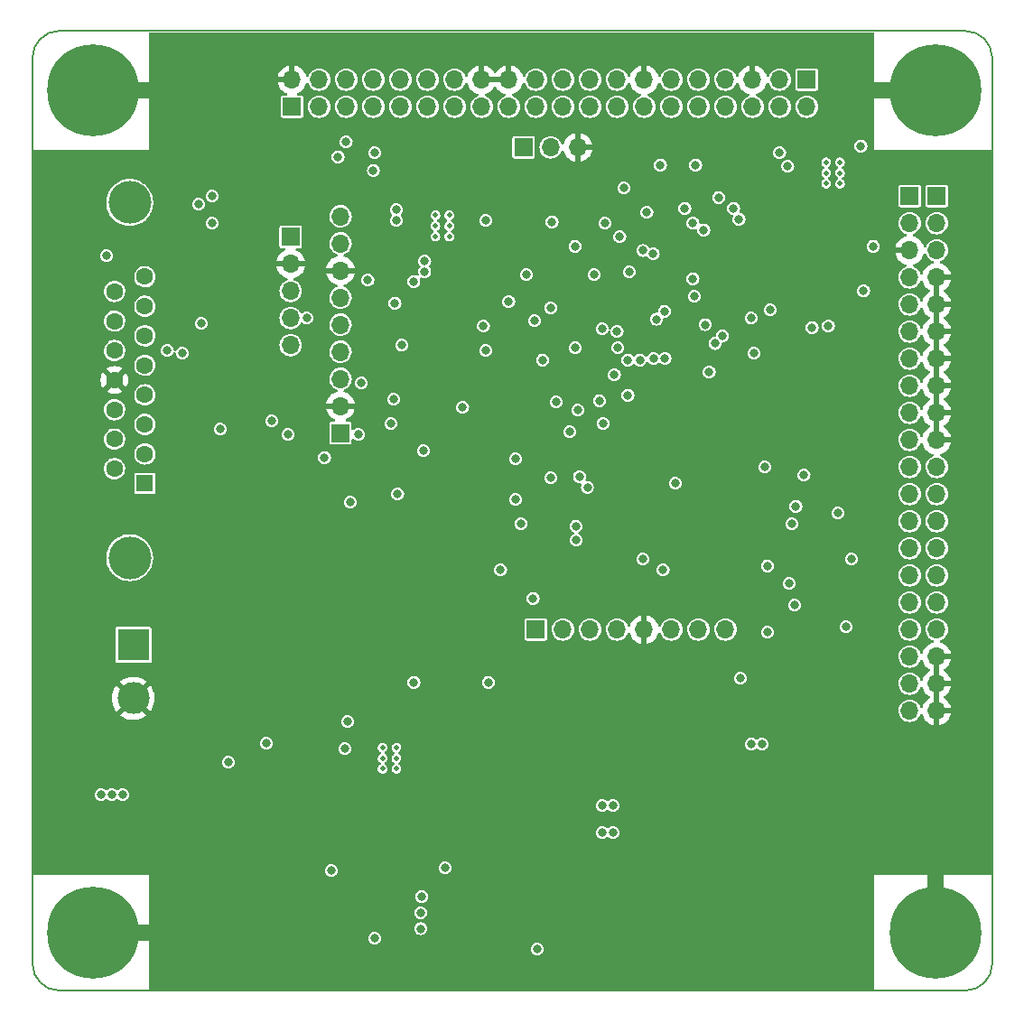
<source format=gbr>
%TF.GenerationSoftware,KiCad,Pcbnew,(6.0.7)*%
%TF.CreationDate,2023-01-26T22:49:43-08:00*%
%TF.ProjectId,FlightComputer,466c6967-6874-4436-9f6d-70757465722e,rev?*%
%TF.SameCoordinates,Original*%
%TF.FileFunction,Copper,L2,Inr*%
%TF.FilePolarity,Positive*%
%FSLAX46Y46*%
G04 Gerber Fmt 4.6, Leading zero omitted, Abs format (unit mm)*
G04 Created by KiCad (PCBNEW (6.0.7)) date 2023-01-26 22:49:43*
%MOMM*%
%LPD*%
G01*
G04 APERTURE LIST*
%TA.AperFunction,Profile*%
%ADD10C,0.200000*%
%TD*%
%TA.AperFunction,ComponentPad*%
%ADD11O,1.700000X1.700000*%
%TD*%
%TA.AperFunction,ComponentPad*%
%ADD12R,1.700000X1.700000*%
%TD*%
%TA.AperFunction,ComponentPad*%
%ADD13C,0.500000*%
%TD*%
%TA.AperFunction,ComponentPad*%
%ADD14C,0.900000*%
%TD*%
%TA.AperFunction,ComponentPad*%
%ADD15C,8.600000*%
%TD*%
%TA.AperFunction,ComponentPad*%
%ADD16C,1.600000*%
%TD*%
%TA.AperFunction,ComponentPad*%
%ADD17R,1.600000X1.600000*%
%TD*%
%TA.AperFunction,ComponentPad*%
%ADD18C,4.000000*%
%TD*%
%TA.AperFunction,ComponentPad*%
%ADD19C,3.000000*%
%TD*%
%TA.AperFunction,ComponentPad*%
%ADD20R,3.000000X3.000000*%
%TD*%
%TA.AperFunction,ViaPad*%
%ADD21C,0.800000*%
%TD*%
%TA.AperFunction,Conductor*%
%ADD22C,1.500000*%
%TD*%
G04 APERTURE END LIST*
D10*
X227330000Y-148166000D02*
X142410000Y-148166000D01*
X229870000Y-60706000D02*
X229870000Y-145626000D01*
X229870000Y-60706000D02*
G75*
G03*
X227330000Y-58166000I-2540000J0D01*
G01*
X139870000Y-145626000D02*
X139870000Y-60706000D01*
X227330000Y-148166000D02*
G75*
G03*
X229870000Y-145626000I0J2540000D01*
G01*
X139870000Y-145626000D02*
G75*
G03*
X142410000Y-148166000I2540000J0D01*
G01*
X142410000Y-58166000D02*
X227330000Y-58166000D01*
X142410000Y-58166000D02*
G75*
G03*
X139870000Y-60706000I0J-2540000D01*
G01*
D11*
%TO.N,unconnected-(J9-Pad20)*%
%TO.C,J9*%
X222123000Y-121920000D03*
%TO.N,unconnected-(J9-Pad19)*%
X222123000Y-119380000D03*
%TO.N,unconnected-(J9-Pad18)*%
X222123000Y-116840000D03*
%TO.N,SPI2_SCK*%
X222123000Y-114300000D03*
%TO.N,SPI2_MISO*%
X222123000Y-111760000D03*
%TO.N,SPI2_MOSI*%
X222123000Y-109220000D03*
%TO.N,PD10*%
X222123000Y-106680000D03*
%TO.N,PD11*%
X222123000Y-104140000D03*
%TO.N,PD12*%
X222123000Y-101600000D03*
%TO.N,PD13*%
X222123000Y-99060000D03*
%TO.N,PD14*%
X222123000Y-96520000D03*
%TO.N,PD15*%
X222123000Y-93980000D03*
%TO.N,PD7*%
X222123000Y-91440000D03*
%TO.N,UART2_RX*%
X222123000Y-88900000D03*
%TO.N,UART2_TX*%
X222123000Y-86360000D03*
%TO.N,PD4*%
X222123000Y-83820000D03*
%TO.N,PD3*%
X222123000Y-81280000D03*
%TO.N,GND*%
X222123000Y-78740000D03*
%TO.N,unconnected-(J9-Pad2)*%
X222123000Y-76200000D03*
D12*
%TO.N,unconnected-(J9-Pad1)*%
X222123000Y-73660000D03*
%TD*%
D11*
%TO.N,PE15*%
%TO.C,J8*%
X212471000Y-65278000D03*
%TO.N,PE14*%
X209931000Y-65278000D03*
%TO.N,PE13*%
X207391000Y-65278000D03*
%TO.N,PE12*%
X204851000Y-65278000D03*
%TO.N,PE11*%
X202311000Y-65278000D03*
%TO.N,PE10*%
X199771000Y-65278000D03*
%TO.N,unconnected-(J8-Pad14)*%
X197231000Y-65278000D03*
%TO.N,PE8*%
X194691000Y-65278000D03*
%TO.N,PE7*%
X192151000Y-65278000D03*
%TO.N,DAC_OUT1*%
X189611000Y-65278000D03*
%TO.N,ADC3_IN3*%
X187071000Y-65278000D03*
%TO.N,ADC3_IN2*%
X184531000Y-65278000D03*
%TO.N,ADC3_IN1*%
X181991000Y-65278000D03*
%TO.N,PE6*%
X179451000Y-65278000D03*
%TO.N,PE5*%
X176911000Y-65278000D03*
%TO.N,PE4*%
X174371000Y-65278000D03*
%TO.N,PE3*%
X171831000Y-65278000D03*
%TO.N,PE2*%
X169291000Y-65278000D03*
%TO.N,PE1*%
X166751000Y-65278000D03*
D12*
%TO.N,PE0*%
X164211000Y-65278000D03*
%TD*%
D13*
%TO.N,N/C*%
%TO.C,IC4*%
X174005000Y-125365000D03*
X172705000Y-125365000D03*
X172705000Y-127365000D03*
X174005000Y-126365000D03*
X172705000Y-126365000D03*
X174005000Y-127365000D03*
%TD*%
%TO.N,N/C*%
%TO.C,IC3*%
X214299000Y-70489000D03*
X214299000Y-72489000D03*
X215599000Y-70489000D03*
X214299000Y-71489000D03*
X215599000Y-72489000D03*
X215599000Y-71489000D03*
%TD*%
D14*
%TO.N,GND*%
%TO.C,H4*%
X148767000Y-142748000D03*
X147822419Y-145028419D03*
X143261581Y-140467581D03*
X142317000Y-142748000D03*
X143261581Y-145028419D03*
D15*
X145542000Y-142748000D03*
D14*
X147822419Y-140467581D03*
X145542000Y-145973000D03*
X145542000Y-139523000D03*
%TD*%
%TO.N,GND*%
%TO.C,H2*%
X226816419Y-61473581D03*
X221311000Y-63754000D03*
D15*
X224536000Y-63754000D03*
D14*
X224536000Y-66979000D03*
X222255581Y-66034419D03*
X227761000Y-63754000D03*
X226816419Y-66034419D03*
X224536000Y-60529000D03*
X222255581Y-61473581D03*
%TD*%
D11*
%TO.N,unconnected-(J4-Pad5)*%
%TO.C,J4*%
X164084000Y-87635000D03*
%TO.N,I2C1_SCL*%
X164084000Y-85095000D03*
%TO.N,I2C1_SDA*%
X164084000Y-82555000D03*
%TO.N,GND*%
X164084000Y-80015000D03*
D12*
%TO.N,+3.3V*%
X164084000Y-77475000D03*
%TD*%
D11*
%TO.N,GND*%
%TO.C,J11*%
X164211000Y-62738000D03*
%TO.N,ADC3_IN13*%
X166751000Y-62738000D03*
%TO.N,ADC3_IN12*%
X169291000Y-62738000D03*
%TO.N,ADC3_IN11*%
X171831000Y-62738000D03*
%TO.N,ADC3_IN10*%
X174371000Y-62738000D03*
%TO.N,unconnected-(J11-Pad15)*%
X176911000Y-62738000D03*
%TO.N,unconnected-(J11-Pad14)*%
X179451000Y-62738000D03*
%TO.N,GND*%
X181991000Y-62738000D03*
X184531000Y-62738000D03*
%TO.N,unconnected-(J11-Pad11)*%
X187071000Y-62738000D03*
%TO.N,unconnected-(J11-Pad10)*%
X189611000Y-62738000D03*
%TO.N,I2C2_SDA*%
X192151000Y-62738000D03*
%TO.N,I2C2_SCL*%
X194691000Y-62738000D03*
%TO.N,GND*%
X197231000Y-62738000D03*
%TO.N,unconnected-(J11-Pad6)*%
X199771000Y-62738000D03*
%TO.N,unconnected-(J11-Pad5)*%
X202311000Y-62738000D03*
%TO.N,unconnected-(J11-Pad4)*%
X204851000Y-62738000D03*
%TO.N,GND*%
X207391000Y-62738000D03*
%TO.N,I2C1_SDA*%
X209931000Y-62738000D03*
D12*
%TO.N,I2C1_SCL*%
X212471000Y-62738000D03*
%TD*%
D11*
%TO.N,unconnected-(J6-Pad9)*%
%TO.C,J6*%
X168758000Y-75555000D03*
%TO.N,unconnected-(J6-Pad8)*%
X168758000Y-78095000D03*
%TO.N,GND*%
X168758000Y-80635000D03*
%TO.N,CS2*%
X168758000Y-83175000D03*
%TO.N,SPI1_MISO*%
X168758000Y-85715000D03*
%TO.N,SPI1_MOSI*%
X168758000Y-88255000D03*
%TO.N,SPI1_SCK*%
X168758000Y-90795000D03*
%TO.N,GND*%
X168758000Y-93335000D03*
D12*
%TO.N,+3.3V*%
X168758000Y-95875000D03*
%TD*%
D13*
%TO.N,N/C*%
%TO.C,IC2*%
X178958000Y-75454000D03*
X177658000Y-75454000D03*
X178958000Y-77454000D03*
X177658000Y-76454000D03*
X177658000Y-77454000D03*
X178958000Y-76454000D03*
%TD*%
D11*
%TO.N,GND*%
%TO.C,J12*%
X191008000Y-69088000D03*
%TO.N,Net-(J12-Pad2)*%
X188468000Y-69088000D03*
D12*
%TO.N,+3.3V*%
X185928000Y-69088000D03*
%TD*%
D14*
%TO.N,GND*%
%TO.C,H3*%
X226816419Y-140467581D03*
X222255581Y-140467581D03*
X224536000Y-145973000D03*
X224536000Y-139523000D03*
X226816419Y-145028419D03*
X222255581Y-145028419D03*
X227761000Y-142748000D03*
X221311000Y-142748000D03*
D15*
X224536000Y-142748000D03*
%TD*%
D14*
%TO.N,GND*%
%TO.C,H1*%
X147822419Y-66034419D03*
X147822419Y-61473581D03*
X143261581Y-66034419D03*
X148767000Y-63754000D03*
D15*
X145542000Y-63754000D03*
D14*
X145542000Y-66979000D03*
X145542000Y-60529000D03*
X143261581Y-61473581D03*
X142317000Y-63754000D03*
%TD*%
D11*
%TO.N,I2C1_SCL*%
%TO.C,J7*%
X204851000Y-114300000D03*
%TO.N,I2C1_SDA*%
X202311000Y-114300000D03*
%TO.N,+3.3V*%
X199771000Y-114300000D03*
%TO.N,GND*%
X197231000Y-114300000D03*
%TO.N,SPI1_SCK*%
X194691000Y-114300000D03*
%TO.N,SPI1_MISO*%
X192151000Y-114300000D03*
%TO.N,SPI1_MOSI*%
X189611000Y-114300000D03*
D12*
%TO.N,CS1*%
X187071000Y-114300000D03*
%TD*%
D16*
%TO.N,+3.3V*%
%TO.C,J5*%
X147575331Y-82602000D03*
%TO.N,CC2500_RX_OVERFLOW*%
X147575331Y-85372000D03*
%TO.N,CC2500_TX_OVERFLOW*%
X147575331Y-88142000D03*
%TO.N,GND*%
X147575331Y-90912000D03*
%TO.N,RFM_RX_OVERFLOW*%
X147575331Y-93682000D03*
%TO.N,RFM_TX_OVERFLOW*%
X147575331Y-96452000D03*
%TO.N,+5V*%
X147575331Y-99222000D03*
%TO.N,CC2500_RX_EMPTY*%
X150415331Y-81217000D03*
%TO.N,CC2500_TX_EMPTY*%
X150415331Y-83987000D03*
%TO.N,CC2500_UART_RX*%
X150415331Y-86757000D03*
%TO.N,CC2500_UART_TX*%
X150415331Y-89527000D03*
%TO.N,RFM_RX_EMPTY*%
X150415331Y-92297000D03*
%TO.N,RFM_TX_EMPTY*%
X150415331Y-95067000D03*
%TO.N,RFM_UART_RX*%
X150415331Y-97837000D03*
D17*
%TO.N,RFM_UART_TX*%
X150415331Y-100607000D03*
D18*
%TO.N,N/C*%
X148995331Y-74262000D03*
X148995331Y-107562000D03*
%TD*%
D19*
%TO.N,GND*%
%TO.C,J1*%
X149332500Y-120752500D03*
D20*
%TO.N,VIN*%
X149332500Y-115752500D03*
%TD*%
D11*
%TO.N,GND*%
%TO.C,J10*%
X224663000Y-121920000D03*
X224663000Y-119380000D03*
X224663000Y-116840000D03*
%TO.N,VIN*%
X224663000Y-114300000D03*
X224663000Y-111760000D03*
%TO.N,+5V*%
X224663000Y-109220000D03*
X224663000Y-106680000D03*
%TO.N,+3.3V*%
X224663000Y-104140000D03*
X224663000Y-101600000D03*
X224663000Y-99060000D03*
%TO.N,GND*%
X224663000Y-96520000D03*
X224663000Y-93980000D03*
X224663000Y-91440000D03*
X224663000Y-88900000D03*
X224663000Y-86360000D03*
X224663000Y-83820000D03*
X224663000Y-81280000D03*
%TO.N,PC15*%
X224663000Y-78740000D03*
%TO.N,PC9*%
X224663000Y-76200000D03*
D12*
%TO.N,PC8*%
X224663000Y-73660000D03*
%TD*%
D21*
%TO.N,PE10*%
X204216000Y-73787000D03*
X201041000Y-74803000D03*
X193294000Y-86106000D03*
%TO.N,PE11*%
X195707000Y-89027000D03*
X201803000Y-76200000D03*
X205613000Y-74803000D03*
%TO.N,PE12*%
X196850000Y-89027000D03*
X202819000Y-76835000D03*
X206121000Y-75819000D03*
%TO.N,PE13*%
X211074000Y-104394000D03*
%TO.N,PE14*%
X211455000Y-102743000D03*
%TO.N,PE15*%
X212217000Y-99822000D03*
%TO.N,CC2500_TX_EMPTY*%
X152527000Y-88138000D03*
%TO.N,GND*%
X166497000Y-118491000D03*
%TO.N,I2C2_SDA*%
X202057000Y-70739000D03*
%TO.N,I2C2_SCL*%
X198755000Y-70739000D03*
%TO.N,GND*%
X214376000Y-143002000D03*
X208407000Y-143002000D03*
%TO.N,RFM_RX_EMPTY*%
X167259000Y-98171000D03*
%TO.N,I2C2_SCL*%
X198120000Y-88900000D03*
%TO.N,I2C2_SDA*%
X199188500Y-88884628D03*
%TO.N,SYS_JTMS-SWDIO*%
X202946000Y-85711787D03*
%TO.N,CS1*%
X199009000Y-108712000D03*
X207518000Y-88392000D03*
X208534000Y-99060000D03*
%TO.N,CS2*%
X169672000Y-102362000D03*
X174117000Y-101600000D03*
%TO.N,PE8*%
X194945000Y-77470000D03*
X193368317Y-94983500D03*
%TO.N,PE7*%
X191008000Y-93726000D03*
X190754000Y-78359000D03*
%TO.N,PD7*%
X203327000Y-90173500D03*
X194437000Y-90424000D03*
%TO.N,PC8*%
X217805000Y-82550000D03*
X214503000Y-85839500D03*
%TO.N,PC9*%
X218706500Y-78359000D03*
X212979000Y-85979000D03*
%TO.N,NEN1*%
X182626000Y-119253000D03*
X186817000Y-111379000D03*
%TO.N,NEN2*%
X183769000Y-108712000D03*
X175641000Y-119253000D03*
%TO.N,DAC_OUT1*%
X188595000Y-76073000D03*
X188976000Y-92964000D03*
%TO.N,ADC3_IN13*%
X168529000Y-69977000D03*
X173863000Y-83693000D03*
X180213000Y-93472000D03*
X174498000Y-87630000D03*
%TO.N,PE4*%
X171843500Y-71247000D03*
X175641000Y-81661000D03*
%TO.N,PE3*%
X171958000Y-69596000D03*
X176657000Y-80755503D03*
%TO.N,PE2*%
X169291000Y-68580000D03*
X176657000Y-79756000D03*
%TO.N,I2C1_SCL*%
X171323000Y-81534000D03*
X173990000Y-75946000D03*
%TO.N,RFM_RX_OVERFLOW*%
X184531000Y-83565500D03*
X186944000Y-85344000D03*
%TO.N,GND*%
X179070000Y-85471000D03*
%TO.N,I2C1_SCL*%
X210693000Y-70866000D03*
%TO.N,SPI1_SCK*%
X190839477Y-104606477D03*
X170708500Y-91186000D03*
X190246000Y-95758000D03*
%TO.N,SPI1_MISO*%
X185166000Y-102108000D03*
X185674000Y-104381500D03*
%TO.N,+5V*%
X158242000Y-126746000D03*
X146304000Y-129794000D03*
X161798000Y-124968000D03*
X148336000Y-129794000D03*
X147320000Y-129794000D03*
%TO.N,EN1*%
X167894000Y-136906000D03*
X187198000Y-144272000D03*
X171958000Y-143256000D03*
%TO.N,EN2*%
X176374951Y-139347049D03*
X178562000Y-136652000D03*
%TO.N,GND*%
X218186000Y-74168000D03*
X178562000Y-141732000D03*
X174315000Y-135565000D03*
X165608000Y-138684000D03*
X172537000Y-135565000D03*
X174244000Y-134112000D03*
X172523500Y-137471500D03*
X180340000Y-85852000D03*
X175514000Y-94488000D03*
X179832000Y-98044000D03*
X174244000Y-137414000D03*
X200152000Y-102362000D03*
X170434000Y-80518000D03*
X180086000Y-88138000D03*
X174244000Y-78486000D03*
X186182000Y-100838000D03*
X172466000Y-134112000D03*
X186055000Y-78232000D03*
X157734000Y-139192000D03*
X170434000Y-93726000D03*
X205486000Y-83566000D03*
X212852000Y-142855498D03*
X205625500Y-101809692D03*
X171958000Y-128778000D03*
X180086000Y-94996000D03*
X216154000Y-116586000D03*
X214376000Y-129794000D03*
%TO.N,I2C1_SDA*%
X215392000Y-103378000D03*
X169418000Y-122936000D03*
X173990000Y-74946497D03*
X209931000Y-69596000D03*
X195326000Y-72898000D03*
%TO.N,I2C1_SCL*%
X216662000Y-107696000D03*
X197485000Y-75184000D03*
X165608000Y-85090000D03*
X169164000Y-125476000D03*
%TO.N,USB_D+*%
X204570685Y-86767315D03*
X208273600Y-125045100D03*
%TO.N,USB_D-*%
X203861315Y-87476685D03*
X207270400Y-125045100D03*
%TO.N,NEN1*%
X176276000Y-142354500D03*
X194762925Y-87885990D03*
%TO.N,NEN2*%
X176276000Y-140855500D03*
X194691000Y-86360000D03*
%TO.N,+3.3V*%
X182165000Y-85852000D03*
X186182000Y-81026000D03*
X188468000Y-100076000D03*
X176530000Y-97536000D03*
X201930000Y-83058000D03*
X193294000Y-133350000D03*
X193548000Y-76200000D03*
X197104000Y-107696000D03*
X217551000Y-68961000D03*
X194310000Y-133350000D03*
X194310000Y-130810000D03*
X182372000Y-88138000D03*
X193294000Y-130810000D03*
X170434000Y-96012000D03*
X200152000Y-100584000D03*
X216154000Y-114046000D03*
X182372000Y-75946000D03*
%TO.N,RFM_RX_OVERFLOW*%
X156718000Y-76200000D03*
%TO.N,RFM_TX_OVERFLOW*%
X146812000Y-79248000D03*
%TO.N,NRST*%
X187706000Y-89027000D03*
X190766500Y-87884000D03*
X195707000Y-92329000D03*
X206248000Y-118872000D03*
%TO.N,CC2500_RX_EMPTY*%
X191163117Y-99980677D03*
X153924000Y-88392000D03*
%TO.N,CC2500_TX_EMPTY*%
X191912617Y-100965000D03*
%TO.N,SYS_JTMS-SWDIO*%
X211328000Y-112014000D03*
%TO.N,SYS_JTCK-SWCLK*%
X201803000Y-81407000D03*
X210820000Y-109982000D03*
%TO.N,CC2500_UART_TX*%
X155702000Y-85598000D03*
X198080775Y-79057554D03*
%TO.N,CC2500_UART_RX*%
X197125977Y-78761977D03*
%TO.N,RFM_UART_TX*%
X195834000Y-80772000D03*
X157480000Y-95504000D03*
%TO.N,RFM_UART_RX*%
X192532000Y-81026000D03*
X162306000Y-94742000D03*
%TO.N,UART2_TX*%
X209042000Y-84328000D03*
X199136000Y-84455000D03*
%TO.N,UART2_RX*%
X198374000Y-85204500D03*
X207264000Y-85090000D03*
%TO.N,SYS_JTDO-TRACESWO*%
X193040000Y-92837000D03*
X190868500Y-105918000D03*
X208788000Y-114554000D03*
X208788000Y-108331000D03*
%TO.N,RFM_TX_EMPTY*%
X185166000Y-98298000D03*
X163830000Y-96012000D03*
%TO.N,RFM_RX_EMPTY*%
X173736000Y-92710000D03*
X188468000Y-84148500D03*
X173482000Y-94996000D03*
%TO.N,CC2500_RX_OVERFLOW*%
X156718000Y-73660000D03*
%TO.N,CC2500_TX_OVERFLOW*%
X155448000Y-74422000D03*
%TD*%
D22*
%TO.N,GND*%
X224536000Y-142748000D02*
X224536000Y-134493000D01*
X145542000Y-142748000D02*
X152654000Y-142748000D01*
X145542000Y-63754000D02*
X153670000Y-63754000D01*
X224536000Y-63754000D02*
X217297000Y-63754000D01*
%TD*%
%TA.AperFunction,Conductor*%
%TO.N,GND*%
G36*
X218763121Y-58313002D02*
G01*
X218809614Y-58366658D01*
X218821000Y-58419000D01*
X218821000Y-69293000D01*
X229695000Y-69293000D01*
X229763121Y-69313002D01*
X229809614Y-69366658D01*
X229821000Y-69419000D01*
X229821000Y-137167000D01*
X229800998Y-137235121D01*
X229747342Y-137281614D01*
X229695000Y-137293000D01*
X218821000Y-137293000D01*
X218821000Y-148039000D01*
X218800998Y-148107121D01*
X218747342Y-148153614D01*
X218695000Y-148165000D01*
X150947000Y-148165000D01*
X150878879Y-148144998D01*
X150832386Y-148091342D01*
X150821000Y-148039000D01*
X150821000Y-144272000D01*
X186592318Y-144272000D01*
X186612956Y-144428762D01*
X186673464Y-144574841D01*
X186769718Y-144700282D01*
X186895159Y-144796536D01*
X187041238Y-144857044D01*
X187198000Y-144877682D01*
X187206188Y-144876604D01*
X187346574Y-144858122D01*
X187354762Y-144857044D01*
X187500841Y-144796536D01*
X187626282Y-144700282D01*
X187722536Y-144574841D01*
X187783044Y-144428762D01*
X187803682Y-144272000D01*
X187783044Y-144115238D01*
X187722536Y-143969159D01*
X187626282Y-143843718D01*
X187500841Y-143747464D01*
X187354762Y-143686956D01*
X187198000Y-143666318D01*
X187041238Y-143686956D01*
X186895159Y-143747464D01*
X186769718Y-143843718D01*
X186673464Y-143969159D01*
X186612956Y-144115238D01*
X186592318Y-144272000D01*
X150821000Y-144272000D01*
X150821000Y-143256000D01*
X171352318Y-143256000D01*
X171372956Y-143412762D01*
X171433464Y-143558841D01*
X171529718Y-143684282D01*
X171655159Y-143780536D01*
X171801238Y-143841044D01*
X171958000Y-143861682D01*
X171966188Y-143860604D01*
X172106574Y-143842122D01*
X172114762Y-143841044D01*
X172260841Y-143780536D01*
X172386282Y-143684282D01*
X172482536Y-143558841D01*
X172543044Y-143412762D01*
X172563682Y-143256000D01*
X172543044Y-143099238D01*
X172482536Y-142953159D01*
X172386282Y-142827718D01*
X172260841Y-142731464D01*
X172114762Y-142670956D01*
X171958000Y-142650318D01*
X171801238Y-142670956D01*
X171655159Y-142731464D01*
X171529718Y-142827718D01*
X171433464Y-142953159D01*
X171372956Y-143099238D01*
X171352318Y-143256000D01*
X150821000Y-143256000D01*
X150821000Y-142354500D01*
X175670318Y-142354500D01*
X175690956Y-142511262D01*
X175751464Y-142657341D01*
X175847718Y-142782782D01*
X175973159Y-142879036D01*
X176119238Y-142939544D01*
X176276000Y-142960182D01*
X176284188Y-142959104D01*
X176424574Y-142940622D01*
X176432762Y-142939544D01*
X176578841Y-142879036D01*
X176704282Y-142782782D01*
X176800536Y-142657341D01*
X176861044Y-142511262D01*
X176881682Y-142354500D01*
X176861044Y-142197738D01*
X176800536Y-142051659D01*
X176704282Y-141926218D01*
X176578841Y-141829964D01*
X176432762Y-141769456D01*
X176276000Y-141748818D01*
X176119238Y-141769456D01*
X175973159Y-141829964D01*
X175847718Y-141926218D01*
X175751464Y-142051659D01*
X175690956Y-142197738D01*
X175670318Y-142354500D01*
X150821000Y-142354500D01*
X150821000Y-140855500D01*
X175670318Y-140855500D01*
X175690956Y-141012262D01*
X175751464Y-141158341D01*
X175847718Y-141283782D01*
X175973159Y-141380036D01*
X176119238Y-141440544D01*
X176276000Y-141461182D01*
X176284188Y-141460104D01*
X176424574Y-141441622D01*
X176432762Y-141440544D01*
X176578841Y-141380036D01*
X176704282Y-141283782D01*
X176800536Y-141158341D01*
X176861044Y-141012262D01*
X176881682Y-140855500D01*
X176861044Y-140698738D01*
X176800536Y-140552659D01*
X176704282Y-140427218D01*
X176578841Y-140330964D01*
X176432762Y-140270456D01*
X176276000Y-140249818D01*
X176119238Y-140270456D01*
X175973159Y-140330964D01*
X175847718Y-140427218D01*
X175751464Y-140552659D01*
X175690956Y-140698738D01*
X175670318Y-140855500D01*
X150821000Y-140855500D01*
X150821000Y-139347049D01*
X175769269Y-139347049D01*
X175789907Y-139503811D01*
X175850415Y-139649890D01*
X175946669Y-139775331D01*
X176072110Y-139871585D01*
X176218189Y-139932093D01*
X176374951Y-139952731D01*
X176383139Y-139951653D01*
X176523525Y-139933171D01*
X176531713Y-139932093D01*
X176677792Y-139871585D01*
X176803233Y-139775331D01*
X176899487Y-139649890D01*
X176959995Y-139503811D01*
X176980633Y-139347049D01*
X176959995Y-139190287D01*
X176899487Y-139044208D01*
X176803233Y-138918767D01*
X176677792Y-138822513D01*
X176531713Y-138762005D01*
X176374951Y-138741367D01*
X176218189Y-138762005D01*
X176072110Y-138822513D01*
X175946669Y-138918767D01*
X175850415Y-139044208D01*
X175789907Y-139190287D01*
X175769269Y-139347049D01*
X150821000Y-139347049D01*
X150821000Y-137293000D01*
X139997000Y-137293000D01*
X139928879Y-137272998D01*
X139882386Y-137219342D01*
X139871000Y-137167000D01*
X139871000Y-136906000D01*
X167288318Y-136906000D01*
X167308956Y-137062762D01*
X167369464Y-137208841D01*
X167465718Y-137334282D01*
X167591159Y-137430536D01*
X167737238Y-137491044D01*
X167894000Y-137511682D01*
X167902188Y-137510604D01*
X168042574Y-137492122D01*
X168050762Y-137491044D01*
X168196841Y-137430536D01*
X168322282Y-137334282D01*
X168418536Y-137208841D01*
X168479044Y-137062762D01*
X168499682Y-136906000D01*
X168479044Y-136749238D01*
X168438767Y-136652000D01*
X177956318Y-136652000D01*
X177976956Y-136808762D01*
X178037464Y-136954841D01*
X178133718Y-137080282D01*
X178259159Y-137176536D01*
X178405238Y-137237044D01*
X178562000Y-137257682D01*
X178570188Y-137256604D01*
X178710574Y-137238122D01*
X178718762Y-137237044D01*
X178864841Y-137176536D01*
X178990282Y-137080282D01*
X179086536Y-136954841D01*
X179147044Y-136808762D01*
X179167682Y-136652000D01*
X179147044Y-136495238D01*
X179086536Y-136349159D01*
X178990282Y-136223718D01*
X178864841Y-136127464D01*
X178718762Y-136066956D01*
X178562000Y-136046318D01*
X178405238Y-136066956D01*
X178259159Y-136127464D01*
X178133718Y-136223718D01*
X178037464Y-136349159D01*
X177976956Y-136495238D01*
X177956318Y-136652000D01*
X168438767Y-136652000D01*
X168418536Y-136603159D01*
X168322282Y-136477718D01*
X168196841Y-136381464D01*
X168050762Y-136320956D01*
X167894000Y-136300318D01*
X167737238Y-136320956D01*
X167591159Y-136381464D01*
X167465718Y-136477718D01*
X167369464Y-136603159D01*
X167308956Y-136749238D01*
X167288318Y-136906000D01*
X139871000Y-136906000D01*
X139871000Y-133350000D01*
X192688318Y-133350000D01*
X192708956Y-133506762D01*
X192769464Y-133652841D01*
X192865718Y-133778282D01*
X192991159Y-133874536D01*
X193137238Y-133935044D01*
X193294000Y-133955682D01*
X193302188Y-133954604D01*
X193442574Y-133936122D01*
X193450762Y-133935044D01*
X193596841Y-133874536D01*
X193722282Y-133778282D01*
X193723760Y-133780208D01*
X193775217Y-133752110D01*
X193846032Y-133757175D01*
X193880779Y-133779506D01*
X193881718Y-133778282D01*
X194007159Y-133874536D01*
X194153238Y-133935044D01*
X194310000Y-133955682D01*
X194318188Y-133954604D01*
X194458574Y-133936122D01*
X194466762Y-133935044D01*
X194612841Y-133874536D01*
X194738282Y-133778282D01*
X194834536Y-133652841D01*
X194895044Y-133506762D01*
X194915682Y-133350000D01*
X194895044Y-133193238D01*
X194834536Y-133047159D01*
X194738282Y-132921718D01*
X194612841Y-132825464D01*
X194466762Y-132764956D01*
X194310000Y-132744318D01*
X194153238Y-132764956D01*
X194007159Y-132825464D01*
X193881718Y-132921718D01*
X193880240Y-132919792D01*
X193828783Y-132947890D01*
X193757968Y-132942825D01*
X193723221Y-132920494D01*
X193722282Y-132921718D01*
X193603392Y-132830491D01*
X193596841Y-132825464D01*
X193450762Y-132764956D01*
X193294000Y-132744318D01*
X193137238Y-132764956D01*
X192991159Y-132825464D01*
X192865718Y-132921718D01*
X192769464Y-133047159D01*
X192708956Y-133193238D01*
X192688318Y-133350000D01*
X139871000Y-133350000D01*
X139871000Y-130810000D01*
X192688318Y-130810000D01*
X192708956Y-130966762D01*
X192769464Y-131112841D01*
X192865718Y-131238282D01*
X192991159Y-131334536D01*
X193137238Y-131395044D01*
X193294000Y-131415682D01*
X193302188Y-131414604D01*
X193442574Y-131396122D01*
X193450762Y-131395044D01*
X193596841Y-131334536D01*
X193722282Y-131238282D01*
X193723760Y-131240208D01*
X193775217Y-131212110D01*
X193846032Y-131217175D01*
X193880779Y-131239506D01*
X193881718Y-131238282D01*
X194007159Y-131334536D01*
X194153238Y-131395044D01*
X194310000Y-131415682D01*
X194318188Y-131414604D01*
X194458574Y-131396122D01*
X194466762Y-131395044D01*
X194612841Y-131334536D01*
X194738282Y-131238282D01*
X194834536Y-131112841D01*
X194895044Y-130966762D01*
X194915682Y-130810000D01*
X194895044Y-130653238D01*
X194834536Y-130507159D01*
X194738282Y-130381718D01*
X194612841Y-130285464D01*
X194466762Y-130224956D01*
X194310000Y-130204318D01*
X194153238Y-130224956D01*
X194007159Y-130285464D01*
X193881718Y-130381718D01*
X193880240Y-130379792D01*
X193828783Y-130407890D01*
X193757968Y-130402825D01*
X193723221Y-130380494D01*
X193722282Y-130381718D01*
X193714679Y-130375884D01*
X193596841Y-130285464D01*
X193450762Y-130224956D01*
X193294000Y-130204318D01*
X193137238Y-130224956D01*
X192991159Y-130285464D01*
X192865718Y-130381718D01*
X192769464Y-130507159D01*
X192708956Y-130653238D01*
X192688318Y-130810000D01*
X139871000Y-130810000D01*
X139871000Y-129794000D01*
X145698318Y-129794000D01*
X145718956Y-129950762D01*
X145779464Y-130096841D01*
X145875718Y-130222282D01*
X146001159Y-130318536D01*
X146147238Y-130379044D01*
X146304000Y-130399682D01*
X146312188Y-130398604D01*
X146452574Y-130380122D01*
X146460762Y-130379044D01*
X146606841Y-130318536D01*
X146732282Y-130222282D01*
X146733760Y-130224208D01*
X146785217Y-130196110D01*
X146856032Y-130201175D01*
X146890779Y-130223506D01*
X146891718Y-130222282D01*
X147017159Y-130318536D01*
X147163238Y-130379044D01*
X147320000Y-130399682D01*
X147328188Y-130398604D01*
X147468574Y-130380122D01*
X147476762Y-130379044D01*
X147622841Y-130318536D01*
X147748282Y-130222282D01*
X147749760Y-130224208D01*
X147801217Y-130196110D01*
X147872032Y-130201175D01*
X147906779Y-130223506D01*
X147907718Y-130222282D01*
X148033159Y-130318536D01*
X148179238Y-130379044D01*
X148336000Y-130399682D01*
X148344188Y-130398604D01*
X148484574Y-130380122D01*
X148492762Y-130379044D01*
X148638841Y-130318536D01*
X148764282Y-130222282D01*
X148860536Y-130096841D01*
X148921044Y-129950762D01*
X148941682Y-129794000D01*
X148921044Y-129637238D01*
X148860536Y-129491159D01*
X148764282Y-129365718D01*
X148638841Y-129269464D01*
X148492762Y-129208956D01*
X148336000Y-129188318D01*
X148179238Y-129208956D01*
X148033159Y-129269464D01*
X147907718Y-129365718D01*
X147906240Y-129363792D01*
X147854783Y-129391890D01*
X147783968Y-129386825D01*
X147749221Y-129364494D01*
X147748282Y-129365718D01*
X147629392Y-129274491D01*
X147622841Y-129269464D01*
X147476762Y-129208956D01*
X147320000Y-129188318D01*
X147163238Y-129208956D01*
X147017159Y-129269464D01*
X146891718Y-129365718D01*
X146890240Y-129363792D01*
X146838783Y-129391890D01*
X146767968Y-129386825D01*
X146733221Y-129364494D01*
X146732282Y-129365718D01*
X146613392Y-129274491D01*
X146606841Y-129269464D01*
X146460762Y-129208956D01*
X146304000Y-129188318D01*
X146147238Y-129208956D01*
X146001159Y-129269464D01*
X145875718Y-129365718D01*
X145779464Y-129491159D01*
X145718956Y-129637238D01*
X145698318Y-129794000D01*
X139871000Y-129794000D01*
X139871000Y-127359440D01*
X172249901Y-127359440D01*
X172251065Y-127368342D01*
X172251065Y-127368345D01*
X172265468Y-127478489D01*
X172265469Y-127478493D01*
X172266633Y-127487394D01*
X172318605Y-127605510D01*
X172401639Y-127704291D01*
X172509060Y-127775796D01*
X172632233Y-127814278D01*
X172641203Y-127814442D01*
X172641207Y-127814443D01*
X172699942Y-127815519D01*
X172761255Y-127816643D01*
X172823505Y-127799671D01*
X172877092Y-127785062D01*
X172877093Y-127785062D01*
X172885755Y-127782700D01*
X172893405Y-127778003D01*
X172893407Y-127778002D01*
X172988072Y-127719878D01*
X172988075Y-127719875D01*
X172995724Y-127715179D01*
X173001750Y-127708522D01*
X173076300Y-127626161D01*
X173076303Y-127626157D01*
X173082322Y-127619507D01*
X173138588Y-127503375D01*
X173159997Y-127376120D01*
X173160133Y-127365000D01*
X173159337Y-127359440D01*
X173549901Y-127359440D01*
X173551065Y-127368342D01*
X173551065Y-127368345D01*
X173565468Y-127478489D01*
X173565469Y-127478493D01*
X173566633Y-127487394D01*
X173618605Y-127605510D01*
X173701639Y-127704291D01*
X173809060Y-127775796D01*
X173932233Y-127814278D01*
X173941203Y-127814442D01*
X173941207Y-127814443D01*
X173999942Y-127815519D01*
X174061255Y-127816643D01*
X174123505Y-127799671D01*
X174177092Y-127785062D01*
X174177093Y-127785062D01*
X174185755Y-127782700D01*
X174193405Y-127778003D01*
X174193407Y-127778002D01*
X174288072Y-127719878D01*
X174288075Y-127719875D01*
X174295724Y-127715179D01*
X174301750Y-127708522D01*
X174376300Y-127626161D01*
X174376303Y-127626157D01*
X174382322Y-127619507D01*
X174438588Y-127503375D01*
X174459997Y-127376120D01*
X174460133Y-127365000D01*
X174441839Y-127237259D01*
X174388428Y-127119788D01*
X174332941Y-127055392D01*
X174310051Y-127028826D01*
X174310049Y-127028824D01*
X174304193Y-127022028D01*
X174226999Y-126971994D01*
X174224537Y-126970398D01*
X174178252Y-126916562D01*
X174168421Y-126846250D01*
X174198164Y-126781784D01*
X174227139Y-126757290D01*
X174232191Y-126754188D01*
X174295724Y-126715179D01*
X174301750Y-126708522D01*
X174376300Y-126626161D01*
X174376303Y-126626157D01*
X174382322Y-126619507D01*
X174438588Y-126503375D01*
X174459997Y-126376120D01*
X174460133Y-126365000D01*
X174441839Y-126237259D01*
X174435724Y-126223809D01*
X174392145Y-126127962D01*
X174392143Y-126127959D01*
X174388428Y-126119788D01*
X174337811Y-126061044D01*
X174310051Y-126028826D01*
X174310049Y-126028824D01*
X174304193Y-126022028D01*
X174275910Y-126003696D01*
X174224537Y-125970398D01*
X174178252Y-125916562D01*
X174168421Y-125846250D01*
X174198164Y-125781784D01*
X174227139Y-125757290D01*
X174295724Y-125715179D01*
X174301750Y-125708522D01*
X174376300Y-125626161D01*
X174376303Y-125626157D01*
X174382322Y-125619507D01*
X174438588Y-125503375D01*
X174441258Y-125487509D01*
X174459190Y-125380917D01*
X174459997Y-125376120D01*
X174460133Y-125365000D01*
X174447587Y-125277392D01*
X174443112Y-125246145D01*
X174443111Y-125246142D01*
X174441839Y-125237259D01*
X174416164Y-125180789D01*
X174392145Y-125127962D01*
X174392143Y-125127959D01*
X174388428Y-125119788D01*
X174331969Y-125054264D01*
X174324073Y-125045100D01*
X206664718Y-125045100D01*
X206685356Y-125201862D01*
X206745864Y-125347941D01*
X206842118Y-125473382D01*
X206848664Y-125478405D01*
X206856201Y-125484188D01*
X206967559Y-125569636D01*
X207113638Y-125630144D01*
X207270400Y-125650782D01*
X207278588Y-125649704D01*
X207418974Y-125631222D01*
X207427162Y-125630144D01*
X207573241Y-125569636D01*
X207695296Y-125475980D01*
X207761516Y-125450380D01*
X207831065Y-125464645D01*
X207848703Y-125475979D01*
X207970759Y-125569636D01*
X208116838Y-125630144D01*
X208273600Y-125650782D01*
X208281788Y-125649704D01*
X208422174Y-125631222D01*
X208430362Y-125630144D01*
X208576441Y-125569636D01*
X208687799Y-125484188D01*
X208695336Y-125478405D01*
X208701882Y-125473382D01*
X208798136Y-125347941D01*
X208858644Y-125201862D01*
X208879282Y-125045100D01*
X208858644Y-124888338D01*
X208798136Y-124742259D01*
X208701882Y-124616818D01*
X208576441Y-124520564D01*
X208430362Y-124460056D01*
X208273600Y-124439418D01*
X208116838Y-124460056D01*
X207970759Y-124520564D01*
X207964208Y-124525591D01*
X207848704Y-124614220D01*
X207782484Y-124639820D01*
X207712935Y-124625555D01*
X207695296Y-124614220D01*
X207579792Y-124525591D01*
X207573241Y-124520564D01*
X207427162Y-124460056D01*
X207270400Y-124439418D01*
X207113638Y-124460056D01*
X206967559Y-124520564D01*
X206842118Y-124616818D01*
X206745864Y-124742259D01*
X206685356Y-124888338D01*
X206664718Y-125045100D01*
X174324073Y-125045100D01*
X174310051Y-125028826D01*
X174310049Y-125028824D01*
X174304193Y-125022028D01*
X174195906Y-124951841D01*
X174187311Y-124949271D01*
X174187310Y-124949270D01*
X174080874Y-124917438D01*
X174080872Y-124917438D01*
X174072273Y-124914866D01*
X174063298Y-124914811D01*
X174063297Y-124914811D01*
X174008641Y-124914477D01*
X173943231Y-124914078D01*
X173931475Y-124917438D01*
X173827786Y-124947072D01*
X173827784Y-124947073D01*
X173819155Y-124949539D01*
X173710019Y-125018399D01*
X173624596Y-125115122D01*
X173620782Y-125123245D01*
X173620781Y-125123247D01*
X173616488Y-125132391D01*
X173569754Y-125231932D01*
X173568374Y-125240798D01*
X173551282Y-125350567D01*
X173551282Y-125350571D01*
X173549901Y-125359440D01*
X173551065Y-125368342D01*
X173551065Y-125368345D01*
X173565468Y-125478489D01*
X173565469Y-125478493D01*
X173566633Y-125487394D01*
X173618605Y-125605510D01*
X173624382Y-125612383D01*
X173624383Y-125612384D01*
X173655754Y-125649704D01*
X173701639Y-125704291D01*
X173786149Y-125760545D01*
X173831771Y-125814942D01*
X173840743Y-125885369D01*
X173810214Y-125949467D01*
X173783566Y-125971994D01*
X173710019Y-126018399D01*
X173624596Y-126115122D01*
X173620782Y-126123245D01*
X173620781Y-126123247D01*
X173612260Y-126141396D01*
X173569754Y-126231932D01*
X173568374Y-126240798D01*
X173551282Y-126350567D01*
X173551282Y-126350571D01*
X173549901Y-126359440D01*
X173551065Y-126368342D01*
X173551065Y-126368345D01*
X173565468Y-126478489D01*
X173565469Y-126478493D01*
X173566633Y-126487394D01*
X173618605Y-126605510D01*
X173701639Y-126704291D01*
X173786149Y-126760545D01*
X173831771Y-126814942D01*
X173840743Y-126885369D01*
X173810214Y-126949467D01*
X173783566Y-126971994D01*
X173710019Y-127018399D01*
X173624596Y-127115122D01*
X173620782Y-127123245D01*
X173620781Y-127123247D01*
X173599894Y-127167736D01*
X173569754Y-127231932D01*
X173563251Y-127273696D01*
X173551282Y-127350567D01*
X173551282Y-127350571D01*
X173549901Y-127359440D01*
X173159337Y-127359440D01*
X173141839Y-127237259D01*
X173088428Y-127119788D01*
X173032941Y-127055392D01*
X173010051Y-127028826D01*
X173010049Y-127028824D01*
X173004193Y-127022028D01*
X172926999Y-126971994D01*
X172924537Y-126970398D01*
X172878252Y-126916562D01*
X172868421Y-126846250D01*
X172898164Y-126781784D01*
X172927139Y-126757290D01*
X172932191Y-126754188D01*
X172995724Y-126715179D01*
X173001750Y-126708522D01*
X173076300Y-126626161D01*
X173076303Y-126626157D01*
X173082322Y-126619507D01*
X173138588Y-126503375D01*
X173159997Y-126376120D01*
X173160133Y-126365000D01*
X173141839Y-126237259D01*
X173135724Y-126223809D01*
X173092145Y-126127962D01*
X173092143Y-126127959D01*
X173088428Y-126119788D01*
X173037811Y-126061044D01*
X173010051Y-126028826D01*
X173010049Y-126028824D01*
X173004193Y-126022028D01*
X172975910Y-126003696D01*
X172924537Y-125970398D01*
X172878252Y-125916562D01*
X172868421Y-125846250D01*
X172898164Y-125781784D01*
X172927139Y-125757290D01*
X172995724Y-125715179D01*
X173001750Y-125708522D01*
X173076300Y-125626161D01*
X173076303Y-125626157D01*
X173082322Y-125619507D01*
X173138588Y-125503375D01*
X173141258Y-125487509D01*
X173159190Y-125380917D01*
X173159997Y-125376120D01*
X173160133Y-125365000D01*
X173147587Y-125277392D01*
X173143112Y-125246145D01*
X173143111Y-125246142D01*
X173141839Y-125237259D01*
X173116164Y-125180789D01*
X173092145Y-125127962D01*
X173092143Y-125127959D01*
X173088428Y-125119788D01*
X173031969Y-125054264D01*
X173010051Y-125028826D01*
X173010049Y-125028824D01*
X173004193Y-125022028D01*
X172895906Y-124951841D01*
X172887311Y-124949271D01*
X172887310Y-124949270D01*
X172780874Y-124917438D01*
X172780872Y-124917438D01*
X172772273Y-124914866D01*
X172763298Y-124914811D01*
X172763297Y-124914811D01*
X172708641Y-124914477D01*
X172643231Y-124914078D01*
X172631475Y-124917438D01*
X172527786Y-124947072D01*
X172527784Y-124947073D01*
X172519155Y-124949539D01*
X172410019Y-125018399D01*
X172324596Y-125115122D01*
X172320782Y-125123245D01*
X172320781Y-125123247D01*
X172316488Y-125132391D01*
X172269754Y-125231932D01*
X172268374Y-125240798D01*
X172251282Y-125350567D01*
X172251282Y-125350571D01*
X172249901Y-125359440D01*
X172251065Y-125368342D01*
X172251065Y-125368345D01*
X172265468Y-125478489D01*
X172265469Y-125478493D01*
X172266633Y-125487394D01*
X172318605Y-125605510D01*
X172324382Y-125612383D01*
X172324383Y-125612384D01*
X172355754Y-125649704D01*
X172401639Y-125704291D01*
X172486149Y-125760545D01*
X172531771Y-125814942D01*
X172540743Y-125885369D01*
X172510214Y-125949467D01*
X172483566Y-125971994D01*
X172410019Y-126018399D01*
X172324596Y-126115122D01*
X172320782Y-126123245D01*
X172320781Y-126123247D01*
X172312260Y-126141396D01*
X172269754Y-126231932D01*
X172268374Y-126240798D01*
X172251282Y-126350567D01*
X172251282Y-126350571D01*
X172249901Y-126359440D01*
X172251065Y-126368342D01*
X172251065Y-126368345D01*
X172265468Y-126478489D01*
X172265469Y-126478493D01*
X172266633Y-126487394D01*
X172318605Y-126605510D01*
X172401639Y-126704291D01*
X172486149Y-126760545D01*
X172531771Y-126814942D01*
X172540743Y-126885369D01*
X172510214Y-126949467D01*
X172483566Y-126971994D01*
X172410019Y-127018399D01*
X172324596Y-127115122D01*
X172320782Y-127123245D01*
X172320781Y-127123247D01*
X172299894Y-127167736D01*
X172269754Y-127231932D01*
X172263251Y-127273696D01*
X172251282Y-127350567D01*
X172251282Y-127350571D01*
X172249901Y-127359440D01*
X139871000Y-127359440D01*
X139871000Y-126746000D01*
X157636318Y-126746000D01*
X157656956Y-126902762D01*
X157717464Y-127048841D01*
X157813718Y-127174282D01*
X157939159Y-127270536D01*
X158085238Y-127331044D01*
X158242000Y-127351682D01*
X158250188Y-127350604D01*
X158390574Y-127332122D01*
X158398762Y-127331044D01*
X158544841Y-127270536D01*
X158670282Y-127174282D01*
X158766536Y-127048841D01*
X158827044Y-126902762D01*
X158847682Y-126746000D01*
X158827044Y-126589238D01*
X158766536Y-126443159D01*
X158670282Y-126317718D01*
X158544841Y-126221464D01*
X158398762Y-126160956D01*
X158242000Y-126140318D01*
X158085238Y-126160956D01*
X157939159Y-126221464D01*
X157813718Y-126317718D01*
X157717464Y-126443159D01*
X157656956Y-126589238D01*
X157636318Y-126746000D01*
X139871000Y-126746000D01*
X139871000Y-124968000D01*
X161192318Y-124968000D01*
X161212956Y-125124762D01*
X161273464Y-125270841D01*
X161369718Y-125396282D01*
X161495159Y-125492536D01*
X161641238Y-125553044D01*
X161798000Y-125573682D01*
X161806188Y-125572604D01*
X161828733Y-125569636D01*
X161954762Y-125553044D01*
X162100841Y-125492536D01*
X162122391Y-125476000D01*
X168558318Y-125476000D01*
X168578956Y-125632762D01*
X168639464Y-125778841D01*
X168735718Y-125904282D01*
X168861159Y-126000536D01*
X169007238Y-126061044D01*
X169164000Y-126081682D01*
X169172188Y-126080604D01*
X169312574Y-126062122D01*
X169320762Y-126061044D01*
X169466841Y-126000536D01*
X169592282Y-125904282D01*
X169688536Y-125778841D01*
X169749044Y-125632762D01*
X169769682Y-125476000D01*
X169749044Y-125319238D01*
X169688536Y-125173159D01*
X169592282Y-125047718D01*
X169466841Y-124951464D01*
X169320762Y-124890956D01*
X169164000Y-124870318D01*
X169007238Y-124890956D01*
X168861159Y-124951464D01*
X168735718Y-125047718D01*
X168639464Y-125173159D01*
X168578956Y-125319238D01*
X168558318Y-125476000D01*
X162122391Y-125476000D01*
X162226282Y-125396282D01*
X162322536Y-125270841D01*
X162383044Y-125124762D01*
X162403682Y-124968000D01*
X162383044Y-124811238D01*
X162322536Y-124665159D01*
X162226282Y-124539718D01*
X162100841Y-124443464D01*
X161954762Y-124382956D01*
X161798000Y-124362318D01*
X161641238Y-124382956D01*
X161495159Y-124443464D01*
X161369718Y-124539718D01*
X161273464Y-124665159D01*
X161212956Y-124811238D01*
X161192318Y-124968000D01*
X139871000Y-124968000D01*
X139871000Y-122936000D01*
X168812318Y-122936000D01*
X168832956Y-123092762D01*
X168893464Y-123238841D01*
X168989718Y-123364282D01*
X169115159Y-123460536D01*
X169261238Y-123521044D01*
X169418000Y-123541682D01*
X169426188Y-123540604D01*
X169566574Y-123522122D01*
X169574762Y-123521044D01*
X169720841Y-123460536D01*
X169846282Y-123364282D01*
X169942536Y-123238841D01*
X170003044Y-123092762D01*
X170023682Y-122936000D01*
X170007625Y-122814033D01*
X170004122Y-122787426D01*
X170003044Y-122779238D01*
X169942536Y-122633159D01*
X169846282Y-122507718D01*
X169720841Y-122411464D01*
X169574762Y-122350956D01*
X169418000Y-122330318D01*
X169261238Y-122350956D01*
X169115159Y-122411464D01*
X168989718Y-122507718D01*
X168893464Y-122633159D01*
X168832956Y-122779238D01*
X168831878Y-122787426D01*
X168828375Y-122814033D01*
X168812318Y-122936000D01*
X139871000Y-122936000D01*
X139871000Y-122342154D01*
X148108118Y-122342154D01*
X148115173Y-122352127D01*
X148146179Y-122378051D01*
X148153098Y-122383079D01*
X148377772Y-122524015D01*
X148385307Y-122528056D01*
X148627020Y-122637194D01*
X148635051Y-122640180D01*
X148889332Y-122715502D01*
X148897684Y-122717369D01*
X149159840Y-122757484D01*
X149168374Y-122758200D01*
X149433545Y-122762367D01*
X149442096Y-122761918D01*
X149705383Y-122730057D01*
X149713784Y-122728455D01*
X149970324Y-122661153D01*
X149978426Y-122658426D01*
X150223449Y-122556934D01*
X150231117Y-122553128D01*
X150460098Y-122419322D01*
X150467179Y-122414509D01*
X150547155Y-122351801D01*
X150555625Y-122339942D01*
X150549108Y-122328318D01*
X149345312Y-121124522D01*
X149331368Y-121116908D01*
X149329535Y-121117039D01*
X149322920Y-121121290D01*
X148115410Y-122328800D01*
X148108118Y-122342154D01*
X139871000Y-122342154D01*
X139871000Y-120735704D01*
X147320165Y-120735704D01*
X147335432Y-121000469D01*
X147336505Y-121008970D01*
X147387565Y-121269222D01*
X147389776Y-121277474D01*
X147475684Y-121528394D01*
X147478999Y-121536279D01*
X147598164Y-121773213D01*
X147602520Y-121780579D01*
X147731847Y-121968750D01*
X147742101Y-121977094D01*
X147755842Y-121969948D01*
X148960478Y-120765312D01*
X148966856Y-120753632D01*
X149696908Y-120753632D01*
X149697039Y-120755465D01*
X149701290Y-120762080D01*
X150908230Y-121969020D01*
X150920439Y-121975687D01*
X150931939Y-121966997D01*
X150977288Y-121905262D01*
X221067520Y-121905262D01*
X221084759Y-122110553D01*
X221086458Y-122116478D01*
X221132395Y-122276678D01*
X221141544Y-122308586D01*
X221144359Y-122314063D01*
X221144360Y-122314066D01*
X221232897Y-122486341D01*
X221235712Y-122491818D01*
X221363677Y-122653270D01*
X221368370Y-122657264D01*
X221368371Y-122657265D01*
X221486970Y-122758200D01*
X221520564Y-122786791D01*
X221525942Y-122789797D01*
X221525944Y-122789798D01*
X221556387Y-122806812D01*
X221700398Y-122887297D01*
X221795238Y-122918113D01*
X221890471Y-122949056D01*
X221890475Y-122949057D01*
X221896329Y-122950959D01*
X222100894Y-122975351D01*
X222107029Y-122974879D01*
X222107031Y-122974879D01*
X222163039Y-122970569D01*
X222306300Y-122959546D01*
X222312230Y-122957890D01*
X222312232Y-122957890D01*
X222498797Y-122905800D01*
X222498796Y-122905800D01*
X222504725Y-122904145D01*
X222510214Y-122901372D01*
X222510220Y-122901370D01*
X222683116Y-122814033D01*
X222688610Y-122811258D01*
X222704345Y-122798965D01*
X222794281Y-122728699D01*
X222850951Y-122684424D01*
X222888616Y-122640789D01*
X222981540Y-122533134D01*
X222981540Y-122533133D01*
X222985564Y-122528472D01*
X223000208Y-122502695D01*
X223024056Y-122460714D01*
X223087323Y-122349344D01*
X223096271Y-122322444D01*
X223111496Y-122276678D01*
X223151978Y-122218354D01*
X223217566Y-122191175D01*
X223287437Y-122203770D01*
X223339406Y-122252141D01*
X223353971Y-122288751D01*
X223361564Y-122322444D01*
X223364645Y-122332275D01*
X223444770Y-122529603D01*
X223449413Y-122538794D01*
X223560694Y-122720388D01*
X223566777Y-122728699D01*
X223706213Y-122889667D01*
X223713580Y-122896883D01*
X223877434Y-123032916D01*
X223885881Y-123038831D01*
X224069756Y-123146279D01*
X224079042Y-123150729D01*
X224278001Y-123226703D01*
X224287899Y-123229579D01*
X224391250Y-123250606D01*
X224405299Y-123249410D01*
X224409000Y-123239065D01*
X224409000Y-123238517D01*
X224917000Y-123238517D01*
X224921064Y-123252359D01*
X224934478Y-123254393D01*
X224941184Y-123253534D01*
X224951262Y-123251392D01*
X225155255Y-123190191D01*
X225164842Y-123186433D01*
X225356095Y-123092739D01*
X225364945Y-123087464D01*
X225538328Y-122963792D01*
X225546200Y-122957139D01*
X225697052Y-122806812D01*
X225703730Y-122798965D01*
X225828003Y-122626020D01*
X225833313Y-122617183D01*
X225927670Y-122426267D01*
X225931469Y-122416672D01*
X225993377Y-122212910D01*
X225995555Y-122202837D01*
X225996986Y-122191962D01*
X225994775Y-122177778D01*
X225981617Y-122174000D01*
X224935115Y-122174000D01*
X224919876Y-122178475D01*
X224918671Y-122179865D01*
X224917000Y-122187548D01*
X224917000Y-123238517D01*
X224409000Y-123238517D01*
X224409000Y-121647885D01*
X224917000Y-121647885D01*
X224921475Y-121663124D01*
X224922865Y-121664329D01*
X224930548Y-121666000D01*
X225981344Y-121666000D01*
X225994875Y-121662027D01*
X225996180Y-121652947D01*
X225954214Y-121485875D01*
X225950894Y-121476124D01*
X225865972Y-121280814D01*
X225861105Y-121271739D01*
X225745426Y-121092926D01*
X225739136Y-121084757D01*
X225595806Y-120927240D01*
X225588273Y-120920215D01*
X225421139Y-120788222D01*
X225412552Y-120782517D01*
X225375116Y-120761851D01*
X225325146Y-120711419D01*
X225310374Y-120641976D01*
X225335490Y-120575571D01*
X225362842Y-120548964D01*
X225538327Y-120423792D01*
X225546200Y-120417139D01*
X225697052Y-120266812D01*
X225703730Y-120258965D01*
X225828003Y-120086020D01*
X225833313Y-120077183D01*
X225927670Y-119886267D01*
X225931469Y-119876672D01*
X225993377Y-119672910D01*
X225995555Y-119662837D01*
X225996986Y-119651962D01*
X225994775Y-119637778D01*
X225981617Y-119634000D01*
X224935115Y-119634000D01*
X224919876Y-119638475D01*
X224918671Y-119639865D01*
X224917000Y-119647548D01*
X224917000Y-121647885D01*
X224409000Y-121647885D01*
X224409000Y-119107885D01*
X224917000Y-119107885D01*
X224921475Y-119123124D01*
X224922865Y-119124329D01*
X224930548Y-119126000D01*
X225981344Y-119126000D01*
X225994875Y-119122027D01*
X225996180Y-119112947D01*
X225954214Y-118945875D01*
X225950894Y-118936124D01*
X225865972Y-118740814D01*
X225861105Y-118731739D01*
X225745426Y-118552926D01*
X225739136Y-118544757D01*
X225595806Y-118387240D01*
X225588273Y-118380215D01*
X225421139Y-118248222D01*
X225412552Y-118242517D01*
X225375116Y-118221851D01*
X225325146Y-118171419D01*
X225310374Y-118101976D01*
X225335490Y-118035571D01*
X225362842Y-118008964D01*
X225538327Y-117883792D01*
X225546200Y-117877139D01*
X225697052Y-117726812D01*
X225703730Y-117718965D01*
X225828003Y-117546020D01*
X225833313Y-117537183D01*
X225927670Y-117346267D01*
X225931469Y-117336672D01*
X225993377Y-117132910D01*
X225995555Y-117122837D01*
X225996986Y-117111962D01*
X225994775Y-117097778D01*
X225981617Y-117094000D01*
X224935115Y-117094000D01*
X224919876Y-117098475D01*
X224918671Y-117099865D01*
X224917000Y-117107548D01*
X224917000Y-119107885D01*
X224409000Y-119107885D01*
X224409000Y-116712000D01*
X224429002Y-116643879D01*
X224482658Y-116597386D01*
X224535000Y-116586000D01*
X225981344Y-116586000D01*
X225994875Y-116582027D01*
X225996180Y-116572947D01*
X225954214Y-116405875D01*
X225950894Y-116396124D01*
X225865972Y-116200814D01*
X225861105Y-116191739D01*
X225745426Y-116012926D01*
X225739136Y-116004757D01*
X225595806Y-115847240D01*
X225588273Y-115840215D01*
X225421139Y-115708222D01*
X225412552Y-115702517D01*
X225226117Y-115599599D01*
X225216705Y-115595369D01*
X225025031Y-115527493D01*
X224967495Y-115485899D01*
X224941579Y-115419801D01*
X224955513Y-115350185D01*
X225004872Y-115299154D01*
X225033206Y-115287362D01*
X225038790Y-115285803D01*
X225038799Y-115285800D01*
X225044725Y-115284145D01*
X225050214Y-115281372D01*
X225050220Y-115281370D01*
X225223116Y-115194033D01*
X225228610Y-115191258D01*
X225244345Y-115178965D01*
X225372888Y-115078536D01*
X225390951Y-115064424D01*
X225448992Y-114997183D01*
X225521540Y-114913134D01*
X225521540Y-114913133D01*
X225525564Y-114908472D01*
X225546387Y-114871818D01*
X225564056Y-114840714D01*
X225627323Y-114729344D01*
X225692351Y-114533863D01*
X225718171Y-114329474D01*
X225718583Y-114300000D01*
X225698480Y-114094970D01*
X225638935Y-113897749D01*
X225542218Y-113715849D01*
X225458087Y-113612695D01*
X225415906Y-113560975D01*
X225415903Y-113560972D01*
X225412011Y-113556200D01*
X225376099Y-113526491D01*
X225258025Y-113428811D01*
X225258021Y-113428809D01*
X225253275Y-113424882D01*
X225072055Y-113326897D01*
X224875254Y-113265977D01*
X224869129Y-113265333D01*
X224869128Y-113265333D01*
X224676498Y-113245087D01*
X224676496Y-113245087D01*
X224670369Y-113244443D01*
X224583529Y-113252346D01*
X224471342Y-113262555D01*
X224471339Y-113262556D01*
X224465203Y-113263114D01*
X224267572Y-113321280D01*
X224085002Y-113416726D01*
X224080201Y-113420586D01*
X224080198Y-113420588D01*
X223948481Y-113526491D01*
X223924447Y-113545815D01*
X223792024Y-113703630D01*
X223789056Y-113709028D01*
X223789053Y-113709033D01*
X223766098Y-113750789D01*
X223692776Y-113884162D01*
X223630484Y-114080532D01*
X223629798Y-114086649D01*
X223629797Y-114086653D01*
X223613410Y-114232752D01*
X223607520Y-114285262D01*
X223608036Y-114291406D01*
X223623393Y-114474282D01*
X223624759Y-114490553D01*
X223626458Y-114496478D01*
X223672395Y-114656678D01*
X223681544Y-114688586D01*
X223684359Y-114694063D01*
X223684360Y-114694066D01*
X223772897Y-114866341D01*
X223775712Y-114871818D01*
X223903677Y-115033270D01*
X223908370Y-115037264D01*
X223908371Y-115037265D01*
X223982541Y-115100388D01*
X224060564Y-115166791D01*
X224065942Y-115169797D01*
X224065944Y-115169798D01*
X224096387Y-115186812D01*
X224240398Y-115267297D01*
X224305437Y-115288429D01*
X224364042Y-115328502D01*
X224391680Y-115393898D01*
X224379574Y-115463855D01*
X224331568Y-115516162D01*
X224305646Y-115528027D01*
X224139868Y-115582212D01*
X224130359Y-115586209D01*
X223941463Y-115684542D01*
X223932738Y-115690036D01*
X223762433Y-115817905D01*
X223754726Y-115824748D01*
X223607590Y-115978717D01*
X223601104Y-115986727D01*
X223481098Y-116162649D01*
X223476000Y-116171623D01*
X223386338Y-116364783D01*
X223382775Y-116374470D01*
X223354012Y-116478185D01*
X223316533Y-116538483D01*
X223252405Y-116568946D01*
X223181986Y-116559903D01*
X223127636Y-116514224D01*
X223111973Y-116480933D01*
X223111143Y-116478185D01*
X223098935Y-116437749D01*
X223002218Y-116255849D01*
X222926206Y-116162649D01*
X222875906Y-116100975D01*
X222875903Y-116100972D01*
X222872011Y-116096200D01*
X222854786Y-116081950D01*
X222718025Y-115968811D01*
X222718021Y-115968809D01*
X222713275Y-115964882D01*
X222532055Y-115866897D01*
X222335254Y-115805977D01*
X222329129Y-115805333D01*
X222329128Y-115805333D01*
X222136498Y-115785087D01*
X222136496Y-115785087D01*
X222130369Y-115784443D01*
X222043529Y-115792346D01*
X221931342Y-115802555D01*
X221931339Y-115802556D01*
X221925203Y-115803114D01*
X221727572Y-115861280D01*
X221545002Y-115956726D01*
X221540201Y-115960586D01*
X221540198Y-115960588D01*
X221507688Y-115986727D01*
X221384447Y-116085815D01*
X221252024Y-116243630D01*
X221249056Y-116249028D01*
X221249053Y-116249033D01*
X221242315Y-116261290D01*
X221152776Y-116424162D01*
X221090484Y-116620532D01*
X221089798Y-116626649D01*
X221089797Y-116626653D01*
X221087865Y-116643879D01*
X221067520Y-116825262D01*
X221084759Y-117030553D01*
X221086458Y-117036478D01*
X221132395Y-117196678D01*
X221141544Y-117228586D01*
X221144359Y-117234063D01*
X221144360Y-117234066D01*
X221222823Y-117386739D01*
X221235712Y-117411818D01*
X221363677Y-117573270D01*
X221368370Y-117577264D01*
X221368371Y-117577265D01*
X221442541Y-117640388D01*
X221520564Y-117706791D01*
X221525942Y-117709797D01*
X221525944Y-117709798D01*
X221556387Y-117726812D01*
X221700398Y-117807297D01*
X221795238Y-117838113D01*
X221890471Y-117869056D01*
X221890475Y-117869057D01*
X221896329Y-117870959D01*
X222100894Y-117895351D01*
X222107029Y-117894879D01*
X222107031Y-117894879D01*
X222163039Y-117890569D01*
X222306300Y-117879546D01*
X222312230Y-117877890D01*
X222312232Y-117877890D01*
X222498797Y-117825800D01*
X222498796Y-117825800D01*
X222504725Y-117824145D01*
X222510214Y-117821372D01*
X222510220Y-117821370D01*
X222683116Y-117734033D01*
X222688610Y-117731258D01*
X222704345Y-117718965D01*
X222846101Y-117608213D01*
X222850951Y-117604424D01*
X222908992Y-117537183D01*
X222981540Y-117453134D01*
X222981540Y-117453133D01*
X222985564Y-117448472D01*
X223006387Y-117411818D01*
X223024056Y-117380714D01*
X223087323Y-117269344D01*
X223096271Y-117242444D01*
X223111496Y-117196678D01*
X223151978Y-117138354D01*
X223217566Y-117111175D01*
X223287437Y-117123770D01*
X223339406Y-117172141D01*
X223353971Y-117208751D01*
X223361564Y-117242444D01*
X223364645Y-117252275D01*
X223444770Y-117449603D01*
X223449413Y-117458794D01*
X223560694Y-117640388D01*
X223566777Y-117648699D01*
X223706213Y-117809667D01*
X223713580Y-117816883D01*
X223877434Y-117952916D01*
X223885881Y-117958831D01*
X223955479Y-117999501D01*
X224004203Y-118051140D01*
X224017274Y-118120923D01*
X223990543Y-118186694D01*
X223950087Y-118220053D01*
X223941462Y-118224542D01*
X223932738Y-118230036D01*
X223762433Y-118357905D01*
X223754726Y-118364748D01*
X223607590Y-118518717D01*
X223601104Y-118526727D01*
X223481098Y-118702649D01*
X223476000Y-118711623D01*
X223386338Y-118904783D01*
X223382775Y-118914470D01*
X223354012Y-119018185D01*
X223316533Y-119078483D01*
X223252405Y-119108946D01*
X223181986Y-119099903D01*
X223127636Y-119054224D01*
X223111973Y-119020933D01*
X223111143Y-119018185D01*
X223098935Y-118977749D01*
X223002218Y-118795849D01*
X222897911Y-118667956D01*
X222875906Y-118640975D01*
X222875903Y-118640972D01*
X222872011Y-118636200D01*
X222800196Y-118576789D01*
X222718025Y-118508811D01*
X222718021Y-118508809D01*
X222713275Y-118504882D01*
X222532055Y-118406897D01*
X222335254Y-118345977D01*
X222329129Y-118345333D01*
X222329128Y-118345333D01*
X222136498Y-118325087D01*
X222136496Y-118325087D01*
X222130369Y-118324443D01*
X222043529Y-118332346D01*
X221931342Y-118342555D01*
X221931339Y-118342556D01*
X221925203Y-118343114D01*
X221727572Y-118401280D01*
X221545002Y-118496726D01*
X221540201Y-118500586D01*
X221540198Y-118500588D01*
X221507688Y-118526727D01*
X221384447Y-118625815D01*
X221252024Y-118783630D01*
X221249056Y-118789028D01*
X221249053Y-118789033D01*
X221203442Y-118872000D01*
X221152776Y-118964162D01*
X221090484Y-119160532D01*
X221089798Y-119166649D01*
X221089797Y-119166653D01*
X221074245Y-119305305D01*
X221067520Y-119365262D01*
X221068036Y-119371406D01*
X221084074Y-119562392D01*
X221084759Y-119570553D01*
X221086458Y-119576478D01*
X221132395Y-119736678D01*
X221141544Y-119768586D01*
X221144359Y-119774063D01*
X221144360Y-119774066D01*
X221232897Y-119946341D01*
X221235712Y-119951818D01*
X221363677Y-120113270D01*
X221368370Y-120117264D01*
X221368371Y-120117265D01*
X221442541Y-120180388D01*
X221520564Y-120246791D01*
X221525942Y-120249797D01*
X221525944Y-120249798D01*
X221556387Y-120266812D01*
X221700398Y-120347297D01*
X221795238Y-120378113D01*
X221890471Y-120409056D01*
X221890475Y-120409057D01*
X221896329Y-120410959D01*
X222100894Y-120435351D01*
X222107029Y-120434879D01*
X222107031Y-120434879D01*
X222163039Y-120430569D01*
X222306300Y-120419546D01*
X222312230Y-120417890D01*
X222312232Y-120417890D01*
X222498797Y-120365800D01*
X222498796Y-120365800D01*
X222504725Y-120364145D01*
X222510214Y-120361372D01*
X222510220Y-120361370D01*
X222683116Y-120274033D01*
X222688610Y-120271258D01*
X222704345Y-120258965D01*
X222846101Y-120148213D01*
X222850951Y-120144424D01*
X222908992Y-120077183D01*
X222981540Y-119993134D01*
X222981540Y-119993133D01*
X222985564Y-119988472D01*
X223006387Y-119951818D01*
X223024056Y-119920714D01*
X223087323Y-119809344D01*
X223097904Y-119777536D01*
X223111496Y-119736678D01*
X223151978Y-119678354D01*
X223217566Y-119651175D01*
X223287437Y-119663770D01*
X223339406Y-119712141D01*
X223353971Y-119748751D01*
X223361564Y-119782444D01*
X223364645Y-119792275D01*
X223444770Y-119989603D01*
X223449413Y-119998794D01*
X223560694Y-120180388D01*
X223566777Y-120188699D01*
X223706213Y-120349667D01*
X223713580Y-120356883D01*
X223877434Y-120492916D01*
X223885881Y-120498831D01*
X223955479Y-120539501D01*
X224004203Y-120591140D01*
X224017274Y-120660923D01*
X223990543Y-120726694D01*
X223950087Y-120760053D01*
X223941462Y-120764542D01*
X223932738Y-120770036D01*
X223762433Y-120897905D01*
X223754726Y-120904748D01*
X223607590Y-121058717D01*
X223601104Y-121066727D01*
X223481098Y-121242649D01*
X223476000Y-121251623D01*
X223386338Y-121444783D01*
X223382775Y-121454470D01*
X223354012Y-121558185D01*
X223316533Y-121618483D01*
X223252405Y-121648946D01*
X223181986Y-121639903D01*
X223127636Y-121594224D01*
X223111973Y-121560933D01*
X223111143Y-121558185D01*
X223098935Y-121517749D01*
X223002218Y-121335849D01*
X222926206Y-121242649D01*
X222875906Y-121180975D01*
X222875903Y-121180972D01*
X222872011Y-121176200D01*
X222854786Y-121161950D01*
X222718025Y-121048811D01*
X222718021Y-121048809D01*
X222713275Y-121044882D01*
X222532055Y-120946897D01*
X222335254Y-120885977D01*
X222329129Y-120885333D01*
X222329128Y-120885333D01*
X222136498Y-120865087D01*
X222136496Y-120865087D01*
X222130369Y-120864443D01*
X222043529Y-120872346D01*
X221931342Y-120882555D01*
X221931339Y-120882556D01*
X221925203Y-120883114D01*
X221727572Y-120941280D01*
X221545002Y-121036726D01*
X221540201Y-121040586D01*
X221540198Y-121040588D01*
X221507688Y-121066727D01*
X221384447Y-121165815D01*
X221252024Y-121323630D01*
X221249056Y-121329028D01*
X221249053Y-121329033D01*
X221242315Y-121341290D01*
X221152776Y-121504162D01*
X221090484Y-121700532D01*
X221089798Y-121706649D01*
X221089797Y-121706653D01*
X221081505Y-121780579D01*
X221067520Y-121905262D01*
X150977288Y-121905262D01*
X151029331Y-121834413D01*
X151033918Y-121827185D01*
X151160462Y-121594121D01*
X151164030Y-121586327D01*
X151257771Y-121338250D01*
X151260248Y-121330044D01*
X151319454Y-121071538D01*
X151320794Y-121063077D01*
X151344531Y-120797116D01*
X151344777Y-120792177D01*
X151345166Y-120754985D01*
X151345023Y-120750019D01*
X151326862Y-120483623D01*
X151325701Y-120475149D01*
X151271919Y-120215444D01*
X151269620Y-120207209D01*
X151181088Y-119957205D01*
X151177691Y-119949354D01*
X151056050Y-119713678D01*
X151051622Y-119706366D01*
X150932531Y-119536917D01*
X150922009Y-119528537D01*
X150908621Y-119535589D01*
X149704522Y-120739688D01*
X149696908Y-120753632D01*
X148966856Y-120753632D01*
X148968092Y-120751368D01*
X148967961Y-120749535D01*
X148963710Y-120742920D01*
X147756314Y-119535524D01*
X147744304Y-119528966D01*
X147732564Y-119537934D01*
X147624435Y-119688411D01*
X147619918Y-119695696D01*
X147495825Y-119930067D01*
X147492339Y-119937895D01*
X147401200Y-120186946D01*
X147398811Y-120195170D01*
X147342312Y-120454295D01*
X147341063Y-120462750D01*
X147320254Y-120727153D01*
X147320165Y-120735704D01*
X139871000Y-120735704D01*
X139871000Y-119165000D01*
X148109084Y-119165000D01*
X148115480Y-119176270D01*
X149319688Y-120380478D01*
X149333632Y-120388092D01*
X149335465Y-120387961D01*
X149342080Y-120383710D01*
X150472790Y-119253000D01*
X175035318Y-119253000D01*
X175055956Y-119409762D01*
X175116464Y-119555841D01*
X175212718Y-119681282D01*
X175338159Y-119777536D01*
X175484238Y-119838044D01*
X175641000Y-119858682D01*
X175649188Y-119857604D01*
X175789574Y-119839122D01*
X175797762Y-119838044D01*
X175943841Y-119777536D01*
X176069282Y-119681282D01*
X176165536Y-119555841D01*
X176226044Y-119409762D01*
X176246682Y-119253000D01*
X182020318Y-119253000D01*
X182040956Y-119409762D01*
X182101464Y-119555841D01*
X182197718Y-119681282D01*
X182323159Y-119777536D01*
X182469238Y-119838044D01*
X182626000Y-119858682D01*
X182634188Y-119857604D01*
X182774574Y-119839122D01*
X182782762Y-119838044D01*
X182928841Y-119777536D01*
X183054282Y-119681282D01*
X183150536Y-119555841D01*
X183211044Y-119409762D01*
X183231682Y-119253000D01*
X183211044Y-119096238D01*
X183150536Y-118950159D01*
X183090563Y-118872000D01*
X205642318Y-118872000D01*
X205643396Y-118880188D01*
X205661564Y-119018185D01*
X205662956Y-119028762D01*
X205723464Y-119174841D01*
X205819718Y-119300282D01*
X205945159Y-119396536D01*
X206091238Y-119457044D01*
X206248000Y-119477682D01*
X206256188Y-119476604D01*
X206396574Y-119458122D01*
X206404762Y-119457044D01*
X206550841Y-119396536D01*
X206676282Y-119300282D01*
X206772536Y-119174841D01*
X206833044Y-119028762D01*
X206834437Y-119018185D01*
X206852604Y-118880188D01*
X206853682Y-118872000D01*
X206833044Y-118715238D01*
X206772536Y-118569159D01*
X206676282Y-118443718D01*
X206550841Y-118347464D01*
X206404762Y-118286956D01*
X206248000Y-118266318D01*
X206091238Y-118286956D01*
X205945159Y-118347464D01*
X205819718Y-118443718D01*
X205723464Y-118569159D01*
X205662956Y-118715238D01*
X205642318Y-118872000D01*
X183090563Y-118872000D01*
X183054282Y-118824718D01*
X182928841Y-118728464D01*
X182782762Y-118667956D01*
X182626000Y-118647318D01*
X182469238Y-118667956D01*
X182323159Y-118728464D01*
X182197718Y-118824718D01*
X182101464Y-118950159D01*
X182040956Y-119096238D01*
X182020318Y-119253000D01*
X176246682Y-119253000D01*
X176226044Y-119096238D01*
X176165536Y-118950159D01*
X176069282Y-118824718D01*
X175943841Y-118728464D01*
X175797762Y-118667956D01*
X175641000Y-118647318D01*
X175484238Y-118667956D01*
X175338159Y-118728464D01*
X175212718Y-118824718D01*
X175116464Y-118950159D01*
X175055956Y-119096238D01*
X175035318Y-119253000D01*
X150472790Y-119253000D01*
X150549104Y-119176686D01*
X150556295Y-119163517D01*
X150548973Y-119153280D01*
X150501733Y-119114615D01*
X150494761Y-119109660D01*
X150268622Y-118971082D01*
X150261052Y-118967124D01*
X150018204Y-118860522D01*
X150010144Y-118857620D01*
X149755092Y-118784967D01*
X149746714Y-118783185D01*
X149484156Y-118745818D01*
X149475611Y-118745191D01*
X149210408Y-118743802D01*
X149201874Y-118744339D01*
X148938933Y-118778956D01*
X148930535Y-118780649D01*
X148674738Y-118850627D01*
X148666643Y-118853446D01*
X148422699Y-118957497D01*
X148415077Y-118961381D01*
X148187513Y-119097575D01*
X148180481Y-119102462D01*
X148117553Y-119152877D01*
X148109084Y-119165000D01*
X139871000Y-119165000D01*
X139871000Y-117272248D01*
X147632000Y-117272248D01*
X147643633Y-117330731D01*
X147687948Y-117397052D01*
X147754269Y-117441367D01*
X147766438Y-117443788D01*
X147766439Y-117443788D01*
X147789988Y-117448472D01*
X147812752Y-117453000D01*
X150852248Y-117453000D01*
X150875012Y-117448472D01*
X150898561Y-117443788D01*
X150898562Y-117443788D01*
X150910731Y-117441367D01*
X150977052Y-117397052D01*
X151021367Y-117330731D01*
X151033000Y-117272248D01*
X151033000Y-115169748D01*
X186020500Y-115169748D01*
X186021707Y-115175816D01*
X186025331Y-115194033D01*
X186032133Y-115228231D01*
X186076448Y-115294552D01*
X186142769Y-115338867D01*
X186154938Y-115341288D01*
X186154939Y-115341288D01*
X186195184Y-115349293D01*
X186201252Y-115350500D01*
X187940748Y-115350500D01*
X187946816Y-115349293D01*
X187987061Y-115341288D01*
X187987062Y-115341288D01*
X187999231Y-115338867D01*
X188065552Y-115294552D01*
X188109867Y-115228231D01*
X188116670Y-115194033D01*
X188120293Y-115175816D01*
X188121500Y-115169748D01*
X188121500Y-114285262D01*
X188555520Y-114285262D01*
X188556036Y-114291406D01*
X188571393Y-114474282D01*
X188572759Y-114490553D01*
X188574458Y-114496478D01*
X188620395Y-114656678D01*
X188629544Y-114688586D01*
X188632359Y-114694063D01*
X188632360Y-114694066D01*
X188720897Y-114866341D01*
X188723712Y-114871818D01*
X188851677Y-115033270D01*
X188856370Y-115037264D01*
X188856371Y-115037265D01*
X188930541Y-115100388D01*
X189008564Y-115166791D01*
X189013942Y-115169797D01*
X189013944Y-115169798D01*
X189044387Y-115186812D01*
X189188398Y-115267297D01*
X189272280Y-115294552D01*
X189378471Y-115329056D01*
X189378475Y-115329057D01*
X189384329Y-115330959D01*
X189588894Y-115355351D01*
X189595029Y-115354879D01*
X189595031Y-115354879D01*
X189651939Y-115350500D01*
X189794300Y-115339546D01*
X189800230Y-115337890D01*
X189800232Y-115337890D01*
X189930770Y-115301443D01*
X189992725Y-115284145D01*
X189998214Y-115281372D01*
X189998220Y-115281370D01*
X190171116Y-115194033D01*
X190176610Y-115191258D01*
X190192345Y-115178965D01*
X190320888Y-115078536D01*
X190338951Y-115064424D01*
X190396992Y-114997183D01*
X190469540Y-114913134D01*
X190469540Y-114913133D01*
X190473564Y-114908472D01*
X190494387Y-114871818D01*
X190512056Y-114840714D01*
X190575323Y-114729344D01*
X190640351Y-114533863D01*
X190666171Y-114329474D01*
X190666583Y-114300000D01*
X190665138Y-114285262D01*
X191095520Y-114285262D01*
X191096036Y-114291406D01*
X191111393Y-114474282D01*
X191112759Y-114490553D01*
X191114458Y-114496478D01*
X191160395Y-114656678D01*
X191169544Y-114688586D01*
X191172359Y-114694063D01*
X191172360Y-114694066D01*
X191260897Y-114866341D01*
X191263712Y-114871818D01*
X191391677Y-115033270D01*
X191396370Y-115037264D01*
X191396371Y-115037265D01*
X191470541Y-115100388D01*
X191548564Y-115166791D01*
X191553942Y-115169797D01*
X191553944Y-115169798D01*
X191584387Y-115186812D01*
X191728398Y-115267297D01*
X191812280Y-115294552D01*
X191918471Y-115329056D01*
X191918475Y-115329057D01*
X191924329Y-115330959D01*
X192128894Y-115355351D01*
X192135029Y-115354879D01*
X192135031Y-115354879D01*
X192191939Y-115350500D01*
X192334300Y-115339546D01*
X192340230Y-115337890D01*
X192340232Y-115337890D01*
X192470770Y-115301443D01*
X192532725Y-115284145D01*
X192538214Y-115281372D01*
X192538220Y-115281370D01*
X192711116Y-115194033D01*
X192716610Y-115191258D01*
X192732345Y-115178965D01*
X192860888Y-115078536D01*
X192878951Y-115064424D01*
X192936992Y-114997183D01*
X193009540Y-114913134D01*
X193009540Y-114913133D01*
X193013564Y-114908472D01*
X193034387Y-114871818D01*
X193052056Y-114840714D01*
X193115323Y-114729344D01*
X193180351Y-114533863D01*
X193206171Y-114329474D01*
X193206583Y-114300000D01*
X193205138Y-114285262D01*
X193635520Y-114285262D01*
X193636036Y-114291406D01*
X193651393Y-114474282D01*
X193652759Y-114490553D01*
X193654458Y-114496478D01*
X193700395Y-114656678D01*
X193709544Y-114688586D01*
X193712359Y-114694063D01*
X193712360Y-114694066D01*
X193800897Y-114866341D01*
X193803712Y-114871818D01*
X193931677Y-115033270D01*
X193936370Y-115037264D01*
X193936371Y-115037265D01*
X194010541Y-115100388D01*
X194088564Y-115166791D01*
X194093942Y-115169797D01*
X194093944Y-115169798D01*
X194124387Y-115186812D01*
X194268398Y-115267297D01*
X194352280Y-115294552D01*
X194458471Y-115329056D01*
X194458475Y-115329057D01*
X194464329Y-115330959D01*
X194668894Y-115355351D01*
X194675029Y-115354879D01*
X194675031Y-115354879D01*
X194731939Y-115350500D01*
X194874300Y-115339546D01*
X194880230Y-115337890D01*
X194880232Y-115337890D01*
X195010770Y-115301443D01*
X195072725Y-115284145D01*
X195078214Y-115281372D01*
X195078220Y-115281370D01*
X195251116Y-115194033D01*
X195256610Y-115191258D01*
X195272345Y-115178965D01*
X195400888Y-115078536D01*
X195418951Y-115064424D01*
X195476992Y-114997183D01*
X195549540Y-114913134D01*
X195549540Y-114913133D01*
X195553564Y-114908472D01*
X195574387Y-114871818D01*
X195592056Y-114840714D01*
X195655323Y-114729344D01*
X195664271Y-114702444D01*
X195679496Y-114656678D01*
X195719978Y-114598354D01*
X195785566Y-114571175D01*
X195855437Y-114583770D01*
X195907406Y-114632141D01*
X195921971Y-114668751D01*
X195929564Y-114702444D01*
X195932645Y-114712275D01*
X196012770Y-114909603D01*
X196017413Y-114918794D01*
X196128694Y-115100388D01*
X196134777Y-115108699D01*
X196274213Y-115269667D01*
X196281580Y-115276883D01*
X196445434Y-115412916D01*
X196453881Y-115418831D01*
X196637756Y-115526279D01*
X196647042Y-115530729D01*
X196846001Y-115606703D01*
X196855899Y-115609579D01*
X196959250Y-115630606D01*
X196973299Y-115629410D01*
X196977000Y-115619065D01*
X196977000Y-115618517D01*
X197485000Y-115618517D01*
X197489064Y-115632359D01*
X197502478Y-115634393D01*
X197509184Y-115633534D01*
X197519262Y-115631392D01*
X197723255Y-115570191D01*
X197732842Y-115566433D01*
X197924095Y-115472739D01*
X197932945Y-115467464D01*
X198106328Y-115343792D01*
X198114200Y-115337139D01*
X198265052Y-115186812D01*
X198271730Y-115178965D01*
X198396003Y-115006020D01*
X198401313Y-114997183D01*
X198495670Y-114806267D01*
X198499469Y-114796672D01*
X198540593Y-114661319D01*
X198579534Y-114601955D01*
X198644388Y-114573068D01*
X198714564Y-114583830D01*
X198767782Y-114630823D01*
X198782270Y-114663217D01*
X198789544Y-114688586D01*
X198792359Y-114694063D01*
X198792360Y-114694066D01*
X198880897Y-114866341D01*
X198883712Y-114871818D01*
X199011677Y-115033270D01*
X199016370Y-115037264D01*
X199016371Y-115037265D01*
X199090541Y-115100388D01*
X199168564Y-115166791D01*
X199173942Y-115169797D01*
X199173944Y-115169798D01*
X199204387Y-115186812D01*
X199348398Y-115267297D01*
X199432280Y-115294552D01*
X199538471Y-115329056D01*
X199538475Y-115329057D01*
X199544329Y-115330959D01*
X199748894Y-115355351D01*
X199755029Y-115354879D01*
X199755031Y-115354879D01*
X199811939Y-115350500D01*
X199954300Y-115339546D01*
X199960230Y-115337890D01*
X199960232Y-115337890D01*
X200090770Y-115301443D01*
X200152725Y-115284145D01*
X200158214Y-115281372D01*
X200158220Y-115281370D01*
X200331116Y-115194033D01*
X200336610Y-115191258D01*
X200352345Y-115178965D01*
X200480888Y-115078536D01*
X200498951Y-115064424D01*
X200556992Y-114997183D01*
X200629540Y-114913134D01*
X200629540Y-114913133D01*
X200633564Y-114908472D01*
X200654387Y-114871818D01*
X200672056Y-114840714D01*
X200735323Y-114729344D01*
X200800351Y-114533863D01*
X200826171Y-114329474D01*
X200826583Y-114300000D01*
X200825138Y-114285262D01*
X201255520Y-114285262D01*
X201256036Y-114291406D01*
X201271393Y-114474282D01*
X201272759Y-114490553D01*
X201274458Y-114496478D01*
X201320395Y-114656678D01*
X201329544Y-114688586D01*
X201332359Y-114694063D01*
X201332360Y-114694066D01*
X201420897Y-114866341D01*
X201423712Y-114871818D01*
X201551677Y-115033270D01*
X201556370Y-115037264D01*
X201556371Y-115037265D01*
X201630541Y-115100388D01*
X201708564Y-115166791D01*
X201713942Y-115169797D01*
X201713944Y-115169798D01*
X201744387Y-115186812D01*
X201888398Y-115267297D01*
X201972280Y-115294552D01*
X202078471Y-115329056D01*
X202078475Y-115329057D01*
X202084329Y-115330959D01*
X202288894Y-115355351D01*
X202295029Y-115354879D01*
X202295031Y-115354879D01*
X202351939Y-115350500D01*
X202494300Y-115339546D01*
X202500230Y-115337890D01*
X202500232Y-115337890D01*
X202630770Y-115301443D01*
X202692725Y-115284145D01*
X202698214Y-115281372D01*
X202698220Y-115281370D01*
X202871116Y-115194033D01*
X202876610Y-115191258D01*
X202892345Y-115178965D01*
X203020888Y-115078536D01*
X203038951Y-115064424D01*
X203096992Y-114997183D01*
X203169540Y-114913134D01*
X203169540Y-114913133D01*
X203173564Y-114908472D01*
X203194387Y-114871818D01*
X203212056Y-114840714D01*
X203275323Y-114729344D01*
X203340351Y-114533863D01*
X203366171Y-114329474D01*
X203366583Y-114300000D01*
X203365138Y-114285262D01*
X203795520Y-114285262D01*
X203796036Y-114291406D01*
X203811393Y-114474282D01*
X203812759Y-114490553D01*
X203814458Y-114496478D01*
X203860395Y-114656678D01*
X203869544Y-114688586D01*
X203872359Y-114694063D01*
X203872360Y-114694066D01*
X203960897Y-114866341D01*
X203963712Y-114871818D01*
X204091677Y-115033270D01*
X204096370Y-115037264D01*
X204096371Y-115037265D01*
X204170541Y-115100388D01*
X204248564Y-115166791D01*
X204253942Y-115169797D01*
X204253944Y-115169798D01*
X204284387Y-115186812D01*
X204428398Y-115267297D01*
X204512280Y-115294552D01*
X204618471Y-115329056D01*
X204618475Y-115329057D01*
X204624329Y-115330959D01*
X204828894Y-115355351D01*
X204835029Y-115354879D01*
X204835031Y-115354879D01*
X204891939Y-115350500D01*
X205034300Y-115339546D01*
X205040230Y-115337890D01*
X205040232Y-115337890D01*
X205170770Y-115301443D01*
X205232725Y-115284145D01*
X205238214Y-115281372D01*
X205238220Y-115281370D01*
X205411116Y-115194033D01*
X205416610Y-115191258D01*
X205432345Y-115178965D01*
X205560888Y-115078536D01*
X205578951Y-115064424D01*
X205636992Y-114997183D01*
X205709540Y-114913134D01*
X205709540Y-114913133D01*
X205713564Y-114908472D01*
X205734387Y-114871818D01*
X205752056Y-114840714D01*
X205815323Y-114729344D01*
X205873652Y-114554000D01*
X208182318Y-114554000D01*
X208202956Y-114710762D01*
X208263464Y-114856841D01*
X208359718Y-114982282D01*
X208485159Y-115078536D01*
X208631238Y-115139044D01*
X208788000Y-115159682D01*
X208796188Y-115158604D01*
X208936574Y-115140122D01*
X208944762Y-115139044D01*
X209090841Y-115078536D01*
X209216282Y-114982282D01*
X209312536Y-114856841D01*
X209373044Y-114710762D01*
X209393682Y-114554000D01*
X209373044Y-114397238D01*
X209312536Y-114251159D01*
X209216282Y-114125718D01*
X209112391Y-114046000D01*
X215548318Y-114046000D01*
X215568956Y-114202762D01*
X215629464Y-114348841D01*
X215725718Y-114474282D01*
X215851159Y-114570536D01*
X215997238Y-114631044D01*
X216005426Y-114632122D01*
X216075619Y-114641363D01*
X216154000Y-114651682D01*
X216162188Y-114650604D01*
X216302574Y-114632122D01*
X216310762Y-114631044D01*
X216456841Y-114570536D01*
X216582282Y-114474282D01*
X216678536Y-114348841D01*
X216704871Y-114285262D01*
X221067520Y-114285262D01*
X221068036Y-114291406D01*
X221083393Y-114474282D01*
X221084759Y-114490553D01*
X221086458Y-114496478D01*
X221132395Y-114656678D01*
X221141544Y-114688586D01*
X221144359Y-114694063D01*
X221144360Y-114694066D01*
X221232897Y-114866341D01*
X221235712Y-114871818D01*
X221363677Y-115033270D01*
X221368370Y-115037264D01*
X221368371Y-115037265D01*
X221442541Y-115100388D01*
X221520564Y-115166791D01*
X221525942Y-115169797D01*
X221525944Y-115169798D01*
X221556387Y-115186812D01*
X221700398Y-115267297D01*
X221784280Y-115294552D01*
X221890471Y-115329056D01*
X221890475Y-115329057D01*
X221896329Y-115330959D01*
X222100894Y-115355351D01*
X222107029Y-115354879D01*
X222107031Y-115354879D01*
X222163939Y-115350500D01*
X222306300Y-115339546D01*
X222312230Y-115337890D01*
X222312232Y-115337890D01*
X222442770Y-115301443D01*
X222504725Y-115284145D01*
X222510214Y-115281372D01*
X222510220Y-115281370D01*
X222683116Y-115194033D01*
X222688610Y-115191258D01*
X222704345Y-115178965D01*
X222832888Y-115078536D01*
X222850951Y-115064424D01*
X222908992Y-114997183D01*
X222981540Y-114913134D01*
X222981540Y-114913133D01*
X222985564Y-114908472D01*
X223006387Y-114871818D01*
X223024056Y-114840714D01*
X223087323Y-114729344D01*
X223152351Y-114533863D01*
X223178171Y-114329474D01*
X223178583Y-114300000D01*
X223158480Y-114094970D01*
X223098935Y-113897749D01*
X223002218Y-113715849D01*
X222918087Y-113612695D01*
X222875906Y-113560975D01*
X222875903Y-113560972D01*
X222872011Y-113556200D01*
X222836099Y-113526491D01*
X222718025Y-113428811D01*
X222718021Y-113428809D01*
X222713275Y-113424882D01*
X222532055Y-113326897D01*
X222335254Y-113265977D01*
X222329129Y-113265333D01*
X222329128Y-113265333D01*
X222136498Y-113245087D01*
X222136496Y-113245087D01*
X222130369Y-113244443D01*
X222043529Y-113252346D01*
X221931342Y-113262555D01*
X221931339Y-113262556D01*
X221925203Y-113263114D01*
X221727572Y-113321280D01*
X221545002Y-113416726D01*
X221540201Y-113420586D01*
X221540198Y-113420588D01*
X221408481Y-113526491D01*
X221384447Y-113545815D01*
X221252024Y-113703630D01*
X221249056Y-113709028D01*
X221249053Y-113709033D01*
X221226098Y-113750789D01*
X221152776Y-113884162D01*
X221090484Y-114080532D01*
X221089798Y-114086649D01*
X221089797Y-114086653D01*
X221073410Y-114232752D01*
X221067520Y-114285262D01*
X216704871Y-114285262D01*
X216739044Y-114202762D01*
X216759682Y-114046000D01*
X216740941Y-113903645D01*
X216740122Y-113897426D01*
X216739044Y-113889238D01*
X216678536Y-113743159D01*
X216582282Y-113617718D01*
X216456841Y-113521464D01*
X216310762Y-113460956D01*
X216154000Y-113440318D01*
X215997238Y-113460956D01*
X215851159Y-113521464D01*
X215725718Y-113617718D01*
X215629464Y-113743159D01*
X215568956Y-113889238D01*
X215567878Y-113897426D01*
X215567059Y-113903645D01*
X215548318Y-114046000D01*
X209112391Y-114046000D01*
X209090841Y-114029464D01*
X208944762Y-113968956D01*
X208788000Y-113948318D01*
X208631238Y-113968956D01*
X208485159Y-114029464D01*
X208359718Y-114125718D01*
X208263464Y-114251159D01*
X208202956Y-114397238D01*
X208182318Y-114554000D01*
X205873652Y-114554000D01*
X205880351Y-114533863D01*
X205906171Y-114329474D01*
X205906583Y-114300000D01*
X205886480Y-114094970D01*
X205826935Y-113897749D01*
X205730218Y-113715849D01*
X205646087Y-113612695D01*
X205603906Y-113560975D01*
X205603903Y-113560972D01*
X205600011Y-113556200D01*
X205564099Y-113526491D01*
X205446025Y-113428811D01*
X205446021Y-113428809D01*
X205441275Y-113424882D01*
X205260055Y-113326897D01*
X205063254Y-113265977D01*
X205057129Y-113265333D01*
X205057128Y-113265333D01*
X204864498Y-113245087D01*
X204864496Y-113245087D01*
X204858369Y-113244443D01*
X204771529Y-113252346D01*
X204659342Y-113262555D01*
X204659339Y-113262556D01*
X204653203Y-113263114D01*
X204455572Y-113321280D01*
X204273002Y-113416726D01*
X204268201Y-113420586D01*
X204268198Y-113420588D01*
X204136481Y-113526491D01*
X204112447Y-113545815D01*
X203980024Y-113703630D01*
X203977056Y-113709028D01*
X203977053Y-113709033D01*
X203954098Y-113750789D01*
X203880776Y-113884162D01*
X203818484Y-114080532D01*
X203817798Y-114086649D01*
X203817797Y-114086653D01*
X203801410Y-114232752D01*
X203795520Y-114285262D01*
X203365138Y-114285262D01*
X203346480Y-114094970D01*
X203286935Y-113897749D01*
X203190218Y-113715849D01*
X203106087Y-113612695D01*
X203063906Y-113560975D01*
X203063903Y-113560972D01*
X203060011Y-113556200D01*
X203024099Y-113526491D01*
X202906025Y-113428811D01*
X202906021Y-113428809D01*
X202901275Y-113424882D01*
X202720055Y-113326897D01*
X202523254Y-113265977D01*
X202517129Y-113265333D01*
X202517128Y-113265333D01*
X202324498Y-113245087D01*
X202324496Y-113245087D01*
X202318369Y-113244443D01*
X202231529Y-113252346D01*
X202119342Y-113262555D01*
X202119339Y-113262556D01*
X202113203Y-113263114D01*
X201915572Y-113321280D01*
X201733002Y-113416726D01*
X201728201Y-113420586D01*
X201728198Y-113420588D01*
X201596481Y-113526491D01*
X201572447Y-113545815D01*
X201440024Y-113703630D01*
X201437056Y-113709028D01*
X201437053Y-113709033D01*
X201414098Y-113750789D01*
X201340776Y-113884162D01*
X201278484Y-114080532D01*
X201277798Y-114086649D01*
X201277797Y-114086653D01*
X201261410Y-114232752D01*
X201255520Y-114285262D01*
X200825138Y-114285262D01*
X200806480Y-114094970D01*
X200746935Y-113897749D01*
X200650218Y-113715849D01*
X200566087Y-113612695D01*
X200523906Y-113560975D01*
X200523903Y-113560972D01*
X200520011Y-113556200D01*
X200484099Y-113526491D01*
X200366025Y-113428811D01*
X200366021Y-113428809D01*
X200361275Y-113424882D01*
X200180055Y-113326897D01*
X199983254Y-113265977D01*
X199977129Y-113265333D01*
X199977128Y-113265333D01*
X199784498Y-113245087D01*
X199784496Y-113245087D01*
X199778369Y-113244443D01*
X199691529Y-113252346D01*
X199579342Y-113262555D01*
X199579339Y-113262556D01*
X199573203Y-113263114D01*
X199375572Y-113321280D01*
X199193002Y-113416726D01*
X199188201Y-113420586D01*
X199188198Y-113420588D01*
X199056481Y-113526491D01*
X199032447Y-113545815D01*
X198900024Y-113703630D01*
X198897056Y-113709028D01*
X198897053Y-113709033D01*
X198874098Y-113750789D01*
X198800776Y-113884162D01*
X198796569Y-113897426D01*
X198782068Y-113943138D01*
X198742405Y-114002022D01*
X198677202Y-114030114D01*
X198607163Y-114018497D01*
X198554523Y-113970857D01*
X198539762Y-113935735D01*
X198522214Y-113865875D01*
X198518894Y-113856124D01*
X198433972Y-113660814D01*
X198429105Y-113651739D01*
X198313426Y-113472926D01*
X198307136Y-113464757D01*
X198163806Y-113307240D01*
X198156273Y-113300215D01*
X197989139Y-113168222D01*
X197980552Y-113162517D01*
X197794117Y-113059599D01*
X197784705Y-113055369D01*
X197583959Y-112984280D01*
X197573988Y-112981646D01*
X197502837Y-112968972D01*
X197489540Y-112970432D01*
X197485000Y-112984989D01*
X197485000Y-115618517D01*
X196977000Y-115618517D01*
X196977000Y-112983102D01*
X196973082Y-112969758D01*
X196958806Y-112967771D01*
X196920324Y-112973660D01*
X196910288Y-112976051D01*
X196707868Y-113042212D01*
X196698359Y-113046209D01*
X196509463Y-113144542D01*
X196500738Y-113150036D01*
X196330433Y-113277905D01*
X196322726Y-113284748D01*
X196175590Y-113438717D01*
X196169104Y-113446727D01*
X196049098Y-113622649D01*
X196044000Y-113631623D01*
X195954338Y-113824783D01*
X195950775Y-113834470D01*
X195922012Y-113938185D01*
X195884533Y-113998483D01*
X195820405Y-114028946D01*
X195749986Y-114019903D01*
X195695636Y-113974224D01*
X195679973Y-113940933D01*
X195679143Y-113938185D01*
X195666935Y-113897749D01*
X195570218Y-113715849D01*
X195486087Y-113612695D01*
X195443906Y-113560975D01*
X195443903Y-113560972D01*
X195440011Y-113556200D01*
X195404099Y-113526491D01*
X195286025Y-113428811D01*
X195286021Y-113428809D01*
X195281275Y-113424882D01*
X195100055Y-113326897D01*
X194903254Y-113265977D01*
X194897129Y-113265333D01*
X194897128Y-113265333D01*
X194704498Y-113245087D01*
X194704496Y-113245087D01*
X194698369Y-113244443D01*
X194611529Y-113252346D01*
X194499342Y-113262555D01*
X194499339Y-113262556D01*
X194493203Y-113263114D01*
X194295572Y-113321280D01*
X194113002Y-113416726D01*
X194108201Y-113420586D01*
X194108198Y-113420588D01*
X193976481Y-113526491D01*
X193952447Y-113545815D01*
X193820024Y-113703630D01*
X193817056Y-113709028D01*
X193817053Y-113709033D01*
X193794098Y-113750789D01*
X193720776Y-113884162D01*
X193658484Y-114080532D01*
X193657798Y-114086649D01*
X193657797Y-114086653D01*
X193641410Y-114232752D01*
X193635520Y-114285262D01*
X193205138Y-114285262D01*
X193186480Y-114094970D01*
X193126935Y-113897749D01*
X193030218Y-113715849D01*
X192946087Y-113612695D01*
X192903906Y-113560975D01*
X192903903Y-113560972D01*
X192900011Y-113556200D01*
X192864099Y-113526491D01*
X192746025Y-113428811D01*
X192746021Y-113428809D01*
X192741275Y-113424882D01*
X192560055Y-113326897D01*
X192363254Y-113265977D01*
X192357129Y-113265333D01*
X192357128Y-113265333D01*
X192164498Y-113245087D01*
X192164496Y-113245087D01*
X192158369Y-113244443D01*
X192071529Y-113252346D01*
X191959342Y-113262555D01*
X191959339Y-113262556D01*
X191953203Y-113263114D01*
X191755572Y-113321280D01*
X191573002Y-113416726D01*
X191568201Y-113420586D01*
X191568198Y-113420588D01*
X191436481Y-113526491D01*
X191412447Y-113545815D01*
X191280024Y-113703630D01*
X191277056Y-113709028D01*
X191277053Y-113709033D01*
X191254098Y-113750789D01*
X191180776Y-113884162D01*
X191118484Y-114080532D01*
X191117798Y-114086649D01*
X191117797Y-114086653D01*
X191101410Y-114232752D01*
X191095520Y-114285262D01*
X190665138Y-114285262D01*
X190646480Y-114094970D01*
X190586935Y-113897749D01*
X190490218Y-113715849D01*
X190406087Y-113612695D01*
X190363906Y-113560975D01*
X190363903Y-113560972D01*
X190360011Y-113556200D01*
X190324099Y-113526491D01*
X190206025Y-113428811D01*
X190206021Y-113428809D01*
X190201275Y-113424882D01*
X190020055Y-113326897D01*
X189823254Y-113265977D01*
X189817129Y-113265333D01*
X189817128Y-113265333D01*
X189624498Y-113245087D01*
X189624496Y-113245087D01*
X189618369Y-113244443D01*
X189531529Y-113252346D01*
X189419342Y-113262555D01*
X189419339Y-113262556D01*
X189413203Y-113263114D01*
X189215572Y-113321280D01*
X189033002Y-113416726D01*
X189028201Y-113420586D01*
X189028198Y-113420588D01*
X188896481Y-113526491D01*
X188872447Y-113545815D01*
X188740024Y-113703630D01*
X188737056Y-113709028D01*
X188737053Y-113709033D01*
X188714098Y-113750789D01*
X188640776Y-113884162D01*
X188578484Y-114080532D01*
X188577798Y-114086649D01*
X188577797Y-114086653D01*
X188561410Y-114232752D01*
X188555520Y-114285262D01*
X188121500Y-114285262D01*
X188121500Y-113430252D01*
X188109867Y-113371769D01*
X188065552Y-113305448D01*
X187999231Y-113261133D01*
X187987062Y-113258712D01*
X187987061Y-113258712D01*
X187946816Y-113250707D01*
X187940748Y-113249500D01*
X186201252Y-113249500D01*
X186195184Y-113250707D01*
X186154939Y-113258712D01*
X186154938Y-113258712D01*
X186142769Y-113261133D01*
X186076448Y-113305448D01*
X186032133Y-113371769D01*
X186020500Y-113430252D01*
X186020500Y-115169748D01*
X151033000Y-115169748D01*
X151033000Y-114232752D01*
X151021367Y-114174269D01*
X150977052Y-114107948D01*
X150910731Y-114063633D01*
X150898562Y-114061212D01*
X150898561Y-114061212D01*
X150858316Y-114053207D01*
X150852248Y-114052000D01*
X147812752Y-114052000D01*
X147806684Y-114053207D01*
X147766439Y-114061212D01*
X147766438Y-114061212D01*
X147754269Y-114063633D01*
X147687948Y-114107948D01*
X147643633Y-114174269D01*
X147632000Y-114232752D01*
X147632000Y-117272248D01*
X139871000Y-117272248D01*
X139871000Y-112014000D01*
X210722318Y-112014000D01*
X210742956Y-112170762D01*
X210803464Y-112316841D01*
X210899718Y-112442282D01*
X211025159Y-112538536D01*
X211171238Y-112599044D01*
X211328000Y-112619682D01*
X211336188Y-112618604D01*
X211476574Y-112600122D01*
X211484762Y-112599044D01*
X211630841Y-112538536D01*
X211756282Y-112442282D01*
X211852536Y-112316841D01*
X211913044Y-112170762D01*
X211933682Y-112014000D01*
X211913044Y-111857238D01*
X211866662Y-111745262D01*
X221067520Y-111745262D01*
X221068036Y-111751406D01*
X221077611Y-111865426D01*
X221084759Y-111950553D01*
X221141544Y-112148586D01*
X221144359Y-112154063D01*
X221144360Y-112154066D01*
X221232897Y-112326341D01*
X221235712Y-112331818D01*
X221363677Y-112493270D01*
X221520564Y-112626791D01*
X221700398Y-112727297D01*
X221795238Y-112758113D01*
X221890471Y-112789056D01*
X221890475Y-112789057D01*
X221896329Y-112790959D01*
X222100894Y-112815351D01*
X222107029Y-112814879D01*
X222107031Y-112814879D01*
X222163039Y-112810569D01*
X222306300Y-112799546D01*
X222312230Y-112797890D01*
X222312232Y-112797890D01*
X222498797Y-112745800D01*
X222498796Y-112745800D01*
X222504725Y-112744145D01*
X222510214Y-112741372D01*
X222510220Y-112741370D01*
X222683116Y-112654033D01*
X222688610Y-112651258D01*
X222730406Y-112618604D01*
X222832888Y-112538536D01*
X222850951Y-112524424D01*
X222921854Y-112442282D01*
X222981540Y-112373134D01*
X222981540Y-112373133D01*
X222985564Y-112368472D01*
X223006387Y-112331818D01*
X223084276Y-112194707D01*
X223087323Y-112189344D01*
X223152351Y-111993863D01*
X223178171Y-111789474D01*
X223178583Y-111760000D01*
X223177138Y-111745262D01*
X223607520Y-111745262D01*
X223608036Y-111751406D01*
X223617611Y-111865426D01*
X223624759Y-111950553D01*
X223681544Y-112148586D01*
X223684359Y-112154063D01*
X223684360Y-112154066D01*
X223772897Y-112326341D01*
X223775712Y-112331818D01*
X223903677Y-112493270D01*
X224060564Y-112626791D01*
X224240398Y-112727297D01*
X224335238Y-112758113D01*
X224430471Y-112789056D01*
X224430475Y-112789057D01*
X224436329Y-112790959D01*
X224640894Y-112815351D01*
X224647029Y-112814879D01*
X224647031Y-112814879D01*
X224703039Y-112810569D01*
X224846300Y-112799546D01*
X224852230Y-112797890D01*
X224852232Y-112797890D01*
X225038797Y-112745800D01*
X225038796Y-112745800D01*
X225044725Y-112744145D01*
X225050214Y-112741372D01*
X225050220Y-112741370D01*
X225223116Y-112654033D01*
X225228610Y-112651258D01*
X225270406Y-112618604D01*
X225372888Y-112538536D01*
X225390951Y-112524424D01*
X225461854Y-112442282D01*
X225521540Y-112373134D01*
X225521540Y-112373133D01*
X225525564Y-112368472D01*
X225546387Y-112331818D01*
X225624276Y-112194707D01*
X225627323Y-112189344D01*
X225692351Y-111993863D01*
X225718171Y-111789474D01*
X225718583Y-111760000D01*
X225698480Y-111554970D01*
X225638935Y-111357749D01*
X225542218Y-111175849D01*
X225455570Y-111069608D01*
X225415906Y-111020975D01*
X225415903Y-111020972D01*
X225412011Y-111016200D01*
X225332857Y-110950718D01*
X225258025Y-110888811D01*
X225258021Y-110888809D01*
X225253275Y-110884882D01*
X225072055Y-110786897D01*
X224875254Y-110725977D01*
X224869129Y-110725333D01*
X224869128Y-110725333D01*
X224676498Y-110705087D01*
X224676496Y-110705087D01*
X224670369Y-110704443D01*
X224583529Y-110712346D01*
X224471342Y-110722555D01*
X224471339Y-110722556D01*
X224465203Y-110723114D01*
X224267572Y-110781280D01*
X224085002Y-110876726D01*
X224080201Y-110880586D01*
X224080198Y-110880588D01*
X223929254Y-111001950D01*
X223924447Y-111005815D01*
X223792024Y-111163630D01*
X223789056Y-111169028D01*
X223789053Y-111169033D01*
X223695743Y-111338765D01*
X223692776Y-111344162D01*
X223690913Y-111350035D01*
X223634595Y-111527574D01*
X223630484Y-111540532D01*
X223629798Y-111546649D01*
X223629797Y-111546653D01*
X223614634Y-111681841D01*
X223607520Y-111745262D01*
X223177138Y-111745262D01*
X223158480Y-111554970D01*
X223098935Y-111357749D01*
X223002218Y-111175849D01*
X222915570Y-111069608D01*
X222875906Y-111020975D01*
X222875903Y-111020972D01*
X222872011Y-111016200D01*
X222792857Y-110950718D01*
X222718025Y-110888811D01*
X222718021Y-110888809D01*
X222713275Y-110884882D01*
X222532055Y-110786897D01*
X222335254Y-110725977D01*
X222329129Y-110725333D01*
X222329128Y-110725333D01*
X222136498Y-110705087D01*
X222136496Y-110705087D01*
X222130369Y-110704443D01*
X222043529Y-110712346D01*
X221931342Y-110722555D01*
X221931339Y-110722556D01*
X221925203Y-110723114D01*
X221727572Y-110781280D01*
X221545002Y-110876726D01*
X221540201Y-110880586D01*
X221540198Y-110880588D01*
X221389254Y-111001950D01*
X221384447Y-111005815D01*
X221252024Y-111163630D01*
X221249056Y-111169028D01*
X221249053Y-111169033D01*
X221155743Y-111338765D01*
X221152776Y-111344162D01*
X221150913Y-111350035D01*
X221094595Y-111527574D01*
X221090484Y-111540532D01*
X221089798Y-111546649D01*
X221089797Y-111546653D01*
X221074634Y-111681841D01*
X221067520Y-111745262D01*
X211866662Y-111745262D01*
X211852536Y-111711159D01*
X211756282Y-111585718D01*
X211630841Y-111489464D01*
X211484762Y-111428956D01*
X211328000Y-111408318D01*
X211171238Y-111428956D01*
X211025159Y-111489464D01*
X210899718Y-111585718D01*
X210803464Y-111711159D01*
X210742956Y-111857238D01*
X210722318Y-112014000D01*
X139871000Y-112014000D01*
X139871000Y-111379000D01*
X186211318Y-111379000D01*
X186231956Y-111535762D01*
X186292464Y-111681841D01*
X186388718Y-111807282D01*
X186514159Y-111903536D01*
X186660238Y-111964044D01*
X186817000Y-111984682D01*
X186825188Y-111983604D01*
X186965574Y-111965122D01*
X186973762Y-111964044D01*
X187119841Y-111903536D01*
X187245282Y-111807282D01*
X187341536Y-111681841D01*
X187402044Y-111535762D01*
X187422682Y-111379000D01*
X187402044Y-111222238D01*
X187341536Y-111076159D01*
X187245282Y-110950718D01*
X187119841Y-110854464D01*
X186973762Y-110793956D01*
X186817000Y-110773318D01*
X186660238Y-110793956D01*
X186514159Y-110854464D01*
X186388718Y-110950718D01*
X186292464Y-111076159D01*
X186231956Y-111222238D01*
X186211318Y-111379000D01*
X139871000Y-111379000D01*
X139871000Y-109982000D01*
X210214318Y-109982000D01*
X210234956Y-110138762D01*
X210295464Y-110284841D01*
X210391718Y-110410282D01*
X210517159Y-110506536D01*
X210663238Y-110567044D01*
X210820000Y-110587682D01*
X210828188Y-110586604D01*
X210968574Y-110568122D01*
X210976762Y-110567044D01*
X211122841Y-110506536D01*
X211248282Y-110410282D01*
X211344536Y-110284841D01*
X211405044Y-110138762D01*
X211425682Y-109982000D01*
X211405044Y-109825238D01*
X211344536Y-109679159D01*
X211248282Y-109553718D01*
X211122841Y-109457464D01*
X210976762Y-109396956D01*
X210820000Y-109376318D01*
X210663238Y-109396956D01*
X210517159Y-109457464D01*
X210391718Y-109553718D01*
X210295464Y-109679159D01*
X210234956Y-109825238D01*
X210214318Y-109982000D01*
X139871000Y-109982000D01*
X139871000Y-107562000D01*
X146790109Y-107562000D01*
X146790379Y-107566119D01*
X146806462Y-107811491D01*
X146808975Y-107849839D01*
X146809779Y-107853879D01*
X146809779Y-107853882D01*
X146859992Y-108106318D01*
X146865250Y-108132753D01*
X146866576Y-108136659D01*
X146866577Y-108136663D01*
X146935801Y-108340588D01*
X146957972Y-108405902D01*
X146959793Y-108409595D01*
X146959794Y-108409597D01*
X147073610Y-108640392D01*
X147085553Y-108664611D01*
X147087847Y-108668044D01*
X147227060Y-108876391D01*
X147245811Y-108904454D01*
X147248525Y-108907548D01*
X147248529Y-108907554D01*
X147348363Y-109021392D01*
X147436004Y-109121327D01*
X147439093Y-109124036D01*
X147649777Y-109308802D01*
X147649783Y-109308806D01*
X147652877Y-109311520D01*
X147656303Y-109313809D01*
X147656308Y-109313813D01*
X147780741Y-109396956D01*
X147892720Y-109471778D01*
X147896419Y-109473602D01*
X147896424Y-109473605D01*
X148048692Y-109548695D01*
X148151429Y-109599359D01*
X148155327Y-109600682D01*
X148155329Y-109600683D01*
X148420668Y-109690754D01*
X148420672Y-109690755D01*
X148424578Y-109692081D01*
X148428622Y-109692885D01*
X148428628Y-109692887D01*
X148703449Y-109747552D01*
X148703452Y-109747552D01*
X148707492Y-109748356D01*
X148711603Y-109748625D01*
X148711607Y-109748626D01*
X148991212Y-109766952D01*
X148995331Y-109767222D01*
X148999450Y-109766952D01*
X149279055Y-109748626D01*
X149279059Y-109748625D01*
X149283170Y-109748356D01*
X149287210Y-109747552D01*
X149287213Y-109747552D01*
X149562034Y-109692887D01*
X149562040Y-109692885D01*
X149566084Y-109692081D01*
X149569990Y-109690755D01*
X149569994Y-109690754D01*
X149835333Y-109600683D01*
X149835335Y-109600682D01*
X149839233Y-109599359D01*
X149941970Y-109548695D01*
X150094238Y-109473605D01*
X150094243Y-109473602D01*
X150097942Y-109471778D01*
X150209921Y-109396956D01*
X150334354Y-109313813D01*
X150334359Y-109313809D01*
X150337785Y-109311520D01*
X150340879Y-109308806D01*
X150340885Y-109308802D01*
X150551569Y-109124036D01*
X150554658Y-109121327D01*
X150642299Y-109021392D01*
X150742133Y-108907554D01*
X150742137Y-108907548D01*
X150744851Y-108904454D01*
X150763603Y-108876391D01*
X150873445Y-108712000D01*
X183163318Y-108712000D01*
X183183956Y-108868762D01*
X183244464Y-109014841D01*
X183340718Y-109140282D01*
X183466159Y-109236536D01*
X183612238Y-109297044D01*
X183769000Y-109317682D01*
X183777188Y-109316604D01*
X183917574Y-109298122D01*
X183925762Y-109297044D01*
X184071841Y-109236536D01*
X184197282Y-109140282D01*
X184293536Y-109014841D01*
X184354044Y-108868762D01*
X184374682Y-108712000D01*
X198403318Y-108712000D01*
X198423956Y-108868762D01*
X198484464Y-109014841D01*
X198580718Y-109140282D01*
X198706159Y-109236536D01*
X198852238Y-109297044D01*
X199009000Y-109317682D01*
X199017188Y-109316604D01*
X199157574Y-109298122D01*
X199165762Y-109297044D01*
X199311841Y-109236536D01*
X199352598Y-109205262D01*
X221067520Y-109205262D01*
X221068036Y-109211406D01*
X221083883Y-109400116D01*
X221084759Y-109410553D01*
X221086458Y-109416478D01*
X221138376Y-109597537D01*
X221141544Y-109608586D01*
X221144359Y-109614063D01*
X221144360Y-109614066D01*
X221223071Y-109767222D01*
X221235712Y-109791818D01*
X221363677Y-109953270D01*
X221368370Y-109957264D01*
X221368371Y-109957265D01*
X221407056Y-109990188D01*
X221520564Y-110086791D01*
X221700398Y-110187297D01*
X221795238Y-110218113D01*
X221890471Y-110249056D01*
X221890475Y-110249057D01*
X221896329Y-110250959D01*
X222100894Y-110275351D01*
X222107029Y-110274879D01*
X222107031Y-110274879D01*
X222163039Y-110270569D01*
X222306300Y-110259546D01*
X222312230Y-110257890D01*
X222312232Y-110257890D01*
X222498797Y-110205800D01*
X222498796Y-110205800D01*
X222504725Y-110204145D01*
X222510214Y-110201372D01*
X222510220Y-110201370D01*
X222683116Y-110114033D01*
X222688610Y-110111258D01*
X222850951Y-109984424D01*
X222985564Y-109828472D01*
X223006387Y-109791818D01*
X223066051Y-109686789D01*
X223087323Y-109649344D01*
X223152351Y-109453863D01*
X223178171Y-109249474D01*
X223178583Y-109220000D01*
X223177138Y-109205262D01*
X223607520Y-109205262D01*
X223608036Y-109211406D01*
X223623883Y-109400116D01*
X223624759Y-109410553D01*
X223626458Y-109416478D01*
X223678376Y-109597537D01*
X223681544Y-109608586D01*
X223684359Y-109614063D01*
X223684360Y-109614066D01*
X223763071Y-109767222D01*
X223775712Y-109791818D01*
X223903677Y-109953270D01*
X223908370Y-109957264D01*
X223908371Y-109957265D01*
X223947056Y-109990188D01*
X224060564Y-110086791D01*
X224240398Y-110187297D01*
X224335238Y-110218113D01*
X224430471Y-110249056D01*
X224430475Y-110249057D01*
X224436329Y-110250959D01*
X224640894Y-110275351D01*
X224647029Y-110274879D01*
X224647031Y-110274879D01*
X224703039Y-110270569D01*
X224846300Y-110259546D01*
X224852230Y-110257890D01*
X224852232Y-110257890D01*
X225038797Y-110205800D01*
X225038796Y-110205800D01*
X225044725Y-110204145D01*
X225050214Y-110201372D01*
X225050220Y-110201370D01*
X225223116Y-110114033D01*
X225228610Y-110111258D01*
X225390951Y-109984424D01*
X225525564Y-109828472D01*
X225546387Y-109791818D01*
X225606051Y-109686789D01*
X225627323Y-109649344D01*
X225692351Y-109453863D01*
X225718171Y-109249474D01*
X225718583Y-109220000D01*
X225698480Y-109014970D01*
X225638935Y-108817749D01*
X225542218Y-108635849D01*
X225421441Y-108487762D01*
X225415906Y-108480975D01*
X225415903Y-108480972D01*
X225412011Y-108476200D01*
X225331502Y-108409597D01*
X225258025Y-108348811D01*
X225258021Y-108348809D01*
X225253275Y-108344882D01*
X225072055Y-108246897D01*
X224875254Y-108185977D01*
X224869129Y-108185333D01*
X224869128Y-108185333D01*
X224676498Y-108165087D01*
X224676496Y-108165087D01*
X224670369Y-108164443D01*
X224583529Y-108172346D01*
X224471342Y-108182555D01*
X224471339Y-108182556D01*
X224465203Y-108183114D01*
X224267572Y-108241280D01*
X224085002Y-108336726D01*
X224080201Y-108340586D01*
X224080198Y-108340588D01*
X224003061Y-108402608D01*
X223924447Y-108465815D01*
X223792024Y-108623630D01*
X223789056Y-108629028D01*
X223789053Y-108629033D01*
X223695743Y-108798765D01*
X223692776Y-108804162D01*
X223630484Y-109000532D01*
X223629798Y-109006649D01*
X223629797Y-109006653D01*
X223614245Y-109145305D01*
X223607520Y-109205262D01*
X223177138Y-109205262D01*
X223158480Y-109014970D01*
X223098935Y-108817749D01*
X223002218Y-108635849D01*
X222881441Y-108487762D01*
X222875906Y-108480975D01*
X222875903Y-108480972D01*
X222872011Y-108476200D01*
X222791502Y-108409597D01*
X222718025Y-108348811D01*
X222718021Y-108348809D01*
X222713275Y-108344882D01*
X222532055Y-108246897D01*
X222335254Y-108185977D01*
X222329129Y-108185333D01*
X222329128Y-108185333D01*
X222136498Y-108165087D01*
X222136496Y-108165087D01*
X222130369Y-108164443D01*
X222043529Y-108172346D01*
X221931342Y-108182555D01*
X221931339Y-108182556D01*
X221925203Y-108183114D01*
X221727572Y-108241280D01*
X221545002Y-108336726D01*
X221540201Y-108340586D01*
X221540198Y-108340588D01*
X221463061Y-108402608D01*
X221384447Y-108465815D01*
X221252024Y-108623630D01*
X221249056Y-108629028D01*
X221249053Y-108629033D01*
X221155743Y-108798765D01*
X221152776Y-108804162D01*
X221090484Y-109000532D01*
X221089798Y-109006649D01*
X221089797Y-109006653D01*
X221074245Y-109145305D01*
X221067520Y-109205262D01*
X199352598Y-109205262D01*
X199437282Y-109140282D01*
X199533536Y-109014841D01*
X199594044Y-108868762D01*
X199614682Y-108712000D01*
X199594044Y-108555238D01*
X199533536Y-108409159D01*
X199473563Y-108331000D01*
X208182318Y-108331000D01*
X208202956Y-108487762D01*
X208263464Y-108633841D01*
X208359718Y-108759282D01*
X208485159Y-108855536D01*
X208631238Y-108916044D01*
X208788000Y-108936682D01*
X208796188Y-108935604D01*
X208936574Y-108917122D01*
X208944762Y-108916044D01*
X209090841Y-108855536D01*
X209216282Y-108759282D01*
X209312536Y-108633841D01*
X209373044Y-108487762D01*
X209393682Y-108331000D01*
X209374505Y-108185333D01*
X209374122Y-108182426D01*
X209373044Y-108174238D01*
X209312536Y-108028159D01*
X209216282Y-107902718D01*
X209090841Y-107806464D01*
X208944762Y-107745956D01*
X208788000Y-107725318D01*
X208631238Y-107745956D01*
X208485159Y-107806464D01*
X208359718Y-107902718D01*
X208263464Y-108028159D01*
X208202956Y-108174238D01*
X208201878Y-108182426D01*
X208201495Y-108185333D01*
X208182318Y-108331000D01*
X199473563Y-108331000D01*
X199437282Y-108283718D01*
X199311841Y-108187464D01*
X199165762Y-108126956D01*
X199009000Y-108106318D01*
X198852238Y-108126956D01*
X198706159Y-108187464D01*
X198580718Y-108283718D01*
X198484464Y-108409159D01*
X198423956Y-108555238D01*
X198403318Y-108712000D01*
X184374682Y-108712000D01*
X184354044Y-108555238D01*
X184293536Y-108409159D01*
X184197282Y-108283718D01*
X184071841Y-108187464D01*
X183925762Y-108126956D01*
X183769000Y-108106318D01*
X183612238Y-108126956D01*
X183466159Y-108187464D01*
X183340718Y-108283718D01*
X183244464Y-108409159D01*
X183183956Y-108555238D01*
X183163318Y-108712000D01*
X150873445Y-108712000D01*
X150902815Y-108668044D01*
X150905109Y-108664611D01*
X150917053Y-108640392D01*
X151030868Y-108409597D01*
X151030869Y-108409595D01*
X151032690Y-108405902D01*
X151054861Y-108340588D01*
X151124085Y-108136663D01*
X151124086Y-108136659D01*
X151125412Y-108132753D01*
X151130671Y-108106318D01*
X151180883Y-107853882D01*
X151180883Y-107853879D01*
X151181687Y-107849839D01*
X151184201Y-107811491D01*
X151191770Y-107696000D01*
X196498318Y-107696000D01*
X196518956Y-107852762D01*
X196579464Y-107998841D01*
X196675718Y-108124282D01*
X196801159Y-108220536D01*
X196947238Y-108281044D01*
X197104000Y-108301682D01*
X197112188Y-108300604D01*
X197252574Y-108282122D01*
X197260762Y-108281044D01*
X197406841Y-108220536D01*
X197532282Y-108124282D01*
X197628536Y-107998841D01*
X197689044Y-107852762D01*
X197709682Y-107696000D01*
X216056318Y-107696000D01*
X216076956Y-107852762D01*
X216137464Y-107998841D01*
X216233718Y-108124282D01*
X216359159Y-108220536D01*
X216505238Y-108281044D01*
X216662000Y-108301682D01*
X216670188Y-108300604D01*
X216810574Y-108282122D01*
X216818762Y-108281044D01*
X216964841Y-108220536D01*
X217090282Y-108124282D01*
X217186536Y-107998841D01*
X217247044Y-107852762D01*
X217267682Y-107696000D01*
X217251625Y-107574033D01*
X217248122Y-107547426D01*
X217247044Y-107539238D01*
X217186536Y-107393159D01*
X217090282Y-107267718D01*
X216964841Y-107171464D01*
X216818762Y-107110956D01*
X216662000Y-107090318D01*
X216505238Y-107110956D01*
X216359159Y-107171464D01*
X216233718Y-107267718D01*
X216137464Y-107393159D01*
X216076956Y-107539238D01*
X216075878Y-107547426D01*
X216072375Y-107574033D01*
X216056318Y-107696000D01*
X197709682Y-107696000D01*
X197693625Y-107574033D01*
X197690122Y-107547426D01*
X197689044Y-107539238D01*
X197628536Y-107393159D01*
X197532282Y-107267718D01*
X197406841Y-107171464D01*
X197260762Y-107110956D01*
X197104000Y-107090318D01*
X196947238Y-107110956D01*
X196801159Y-107171464D01*
X196675718Y-107267718D01*
X196579464Y-107393159D01*
X196518956Y-107539238D01*
X196517878Y-107547426D01*
X196514375Y-107574033D01*
X196498318Y-107696000D01*
X151191770Y-107696000D01*
X151200283Y-107566119D01*
X151200553Y-107562000D01*
X151181687Y-107274161D01*
X151180883Y-107270118D01*
X151126218Y-106995297D01*
X151126216Y-106995291D01*
X151125412Y-106991247D01*
X151097067Y-106907744D01*
X151034014Y-106721998D01*
X151034013Y-106721996D01*
X151032690Y-106718098D01*
X151006634Y-106665262D01*
X221067520Y-106665262D01*
X221084759Y-106870553D01*
X221141544Y-107068586D01*
X221144359Y-107074063D01*
X221144360Y-107074066D01*
X221162765Y-107109878D01*
X221235712Y-107251818D01*
X221363677Y-107413270D01*
X221520564Y-107546791D01*
X221700398Y-107647297D01*
X221795238Y-107678113D01*
X221890471Y-107709056D01*
X221890475Y-107709057D01*
X221896329Y-107710959D01*
X222100894Y-107735351D01*
X222107029Y-107734879D01*
X222107031Y-107734879D01*
X222163039Y-107730569D01*
X222306300Y-107719546D01*
X222312230Y-107717890D01*
X222312232Y-107717890D01*
X222498797Y-107665800D01*
X222498796Y-107665800D01*
X222504725Y-107664145D01*
X222510214Y-107661372D01*
X222510220Y-107661370D01*
X222683116Y-107574033D01*
X222688610Y-107571258D01*
X222850951Y-107444424D01*
X222888616Y-107400789D01*
X222981540Y-107293134D01*
X222981540Y-107293133D01*
X222985564Y-107288472D01*
X223000208Y-107262695D01*
X223084276Y-107114707D01*
X223087323Y-107109344D01*
X223152351Y-106913863D01*
X223178171Y-106709474D01*
X223178583Y-106680000D01*
X223177138Y-106665262D01*
X223607520Y-106665262D01*
X223624759Y-106870553D01*
X223681544Y-107068586D01*
X223684359Y-107074063D01*
X223684360Y-107074066D01*
X223702765Y-107109878D01*
X223775712Y-107251818D01*
X223903677Y-107413270D01*
X224060564Y-107546791D01*
X224240398Y-107647297D01*
X224335238Y-107678113D01*
X224430471Y-107709056D01*
X224430475Y-107709057D01*
X224436329Y-107710959D01*
X224640894Y-107735351D01*
X224647029Y-107734879D01*
X224647031Y-107734879D01*
X224703039Y-107730569D01*
X224846300Y-107719546D01*
X224852230Y-107717890D01*
X224852232Y-107717890D01*
X225038797Y-107665800D01*
X225038796Y-107665800D01*
X225044725Y-107664145D01*
X225050214Y-107661372D01*
X225050220Y-107661370D01*
X225223116Y-107574033D01*
X225228610Y-107571258D01*
X225390951Y-107444424D01*
X225428616Y-107400789D01*
X225521540Y-107293134D01*
X225521540Y-107293133D01*
X225525564Y-107288472D01*
X225540208Y-107262695D01*
X225624276Y-107114707D01*
X225627323Y-107109344D01*
X225692351Y-106913863D01*
X225718171Y-106709474D01*
X225718583Y-106680000D01*
X225698480Y-106474970D01*
X225638935Y-106277749D01*
X225542218Y-106095849D01*
X225464016Y-105999964D01*
X225415906Y-105940975D01*
X225415903Y-105940972D01*
X225412011Y-105936200D01*
X225390011Y-105918000D01*
X225258025Y-105808811D01*
X225258021Y-105808809D01*
X225253275Y-105804882D01*
X225072055Y-105706897D01*
X224875254Y-105645977D01*
X224869129Y-105645333D01*
X224869128Y-105645333D01*
X224676498Y-105625087D01*
X224676496Y-105625087D01*
X224670369Y-105624443D01*
X224583529Y-105632346D01*
X224471342Y-105642555D01*
X224471339Y-105642556D01*
X224465203Y-105643114D01*
X224267572Y-105701280D01*
X224085002Y-105796726D01*
X224080201Y-105800586D01*
X224080198Y-105800588D01*
X224062027Y-105815198D01*
X223924447Y-105925815D01*
X223792024Y-106083630D01*
X223789056Y-106089028D01*
X223789053Y-106089033D01*
X223712990Y-106227392D01*
X223692776Y-106264162D01*
X223630484Y-106460532D01*
X223629798Y-106466649D01*
X223629797Y-106466653D01*
X223608207Y-106659137D01*
X223607520Y-106665262D01*
X223177138Y-106665262D01*
X223158480Y-106474970D01*
X223098935Y-106277749D01*
X223002218Y-106095849D01*
X222924016Y-105999964D01*
X222875906Y-105940975D01*
X222875903Y-105940972D01*
X222872011Y-105936200D01*
X222850011Y-105918000D01*
X222718025Y-105808811D01*
X222718021Y-105808809D01*
X222713275Y-105804882D01*
X222532055Y-105706897D01*
X222335254Y-105645977D01*
X222329129Y-105645333D01*
X222329128Y-105645333D01*
X222136498Y-105625087D01*
X222136496Y-105625087D01*
X222130369Y-105624443D01*
X222043529Y-105632346D01*
X221931342Y-105642555D01*
X221931339Y-105642556D01*
X221925203Y-105643114D01*
X221727572Y-105701280D01*
X221545002Y-105796726D01*
X221540201Y-105800586D01*
X221540198Y-105800588D01*
X221522027Y-105815198D01*
X221384447Y-105925815D01*
X221252024Y-106083630D01*
X221249056Y-106089028D01*
X221249053Y-106089033D01*
X221172990Y-106227392D01*
X221152776Y-106264162D01*
X221090484Y-106460532D01*
X221089798Y-106466649D01*
X221089797Y-106466653D01*
X221068207Y-106659137D01*
X221067520Y-106665262D01*
X151006634Y-106665262D01*
X150927169Y-106504122D01*
X150906936Y-106463093D01*
X150906933Y-106463088D01*
X150905109Y-106459389D01*
X150829533Y-106346282D01*
X150747144Y-106222977D01*
X150747140Y-106222972D01*
X150744851Y-106219546D01*
X150742137Y-106216452D01*
X150742133Y-106216446D01*
X150557367Y-106005762D01*
X150554658Y-106002673D01*
X150484305Y-105940975D01*
X150340885Y-105815198D01*
X150340879Y-105815194D01*
X150337785Y-105812480D01*
X150334359Y-105810191D01*
X150334354Y-105810187D01*
X150101375Y-105654516D01*
X150097942Y-105652222D01*
X150094243Y-105650398D01*
X150094238Y-105650395D01*
X149842928Y-105526463D01*
X149842926Y-105526462D01*
X149839233Y-105524641D01*
X149835333Y-105523317D01*
X149569994Y-105433246D01*
X149569990Y-105433245D01*
X149566084Y-105431919D01*
X149562040Y-105431115D01*
X149562034Y-105431113D01*
X149287213Y-105376448D01*
X149287210Y-105376448D01*
X149283170Y-105375644D01*
X149279059Y-105375375D01*
X149279055Y-105375374D01*
X148999450Y-105357048D01*
X148995331Y-105356778D01*
X148991212Y-105357048D01*
X148711607Y-105375374D01*
X148711603Y-105375375D01*
X148707492Y-105375644D01*
X148703452Y-105376448D01*
X148703449Y-105376448D01*
X148428628Y-105431113D01*
X148428622Y-105431115D01*
X148424578Y-105431919D01*
X148420672Y-105433245D01*
X148420668Y-105433246D01*
X148155329Y-105523317D01*
X148151429Y-105524641D01*
X148147736Y-105526462D01*
X148147734Y-105526463D01*
X147896424Y-105650395D01*
X147896419Y-105650398D01*
X147892720Y-105652222D01*
X147889287Y-105654516D01*
X147656308Y-105810187D01*
X147656303Y-105810191D01*
X147652877Y-105812480D01*
X147649783Y-105815194D01*
X147649777Y-105815198D01*
X147506357Y-105940975D01*
X147436004Y-106002673D01*
X147433295Y-106005762D01*
X147248529Y-106216446D01*
X147248525Y-106216452D01*
X147245811Y-106219546D01*
X147243522Y-106222972D01*
X147243518Y-106222977D01*
X147161129Y-106346282D01*
X147085553Y-106459389D01*
X147083729Y-106463088D01*
X147083726Y-106463093D01*
X147063493Y-106504122D01*
X146957972Y-106718098D01*
X146956649Y-106721996D01*
X146956648Y-106721998D01*
X146893596Y-106907744D01*
X146865250Y-106991247D01*
X146864446Y-106995291D01*
X146864444Y-106995297D01*
X146809779Y-107270118D01*
X146808975Y-107274161D01*
X146790109Y-107562000D01*
X139871000Y-107562000D01*
X139871000Y-104381500D01*
X185068318Y-104381500D01*
X185088956Y-104538262D01*
X185149464Y-104684341D01*
X185245718Y-104809782D01*
X185371159Y-104906036D01*
X185517238Y-104966544D01*
X185674000Y-104987182D01*
X185682188Y-104986104D01*
X185822574Y-104967622D01*
X185830762Y-104966544D01*
X185976841Y-104906036D01*
X186102282Y-104809782D01*
X186198536Y-104684341D01*
X186230788Y-104606477D01*
X190233795Y-104606477D01*
X190234873Y-104614665D01*
X190251784Y-104743114D01*
X190254433Y-104763239D01*
X190314941Y-104909318D01*
X190411195Y-105034759D01*
X190536636Y-105131013D01*
X190544264Y-105134172D01*
X190544268Y-105134175D01*
X190586917Y-105151840D01*
X190642198Y-105196387D01*
X190664620Y-105263751D01*
X190647062Y-105332542D01*
X190595101Y-105380921D01*
X190586919Y-105384657D01*
X190573293Y-105390301D01*
X190573288Y-105390304D01*
X190565659Y-105393464D01*
X190440218Y-105489718D01*
X190343964Y-105615159D01*
X190283456Y-105761238D01*
X190282378Y-105769426D01*
X190278096Y-105801951D01*
X190262818Y-105918000D01*
X190283456Y-106074762D01*
X190343964Y-106220841D01*
X190440218Y-106346282D01*
X190565659Y-106442536D01*
X190711738Y-106503044D01*
X190868500Y-106523682D01*
X190876688Y-106522604D01*
X191017074Y-106504122D01*
X191025262Y-106503044D01*
X191171341Y-106442536D01*
X191296782Y-106346282D01*
X191393036Y-106220841D01*
X191453544Y-106074762D01*
X191474182Y-105918000D01*
X191458904Y-105801951D01*
X191454622Y-105769426D01*
X191453544Y-105761238D01*
X191393036Y-105615159D01*
X191296782Y-105489718D01*
X191171341Y-105393464D01*
X191163713Y-105390305D01*
X191163709Y-105390302D01*
X191121060Y-105372637D01*
X191065779Y-105328090D01*
X191043357Y-105260726D01*
X191060915Y-105191935D01*
X191112876Y-105143556D01*
X191121058Y-105139820D01*
X191134684Y-105134176D01*
X191134689Y-105134173D01*
X191142318Y-105131013D01*
X191267759Y-105034759D01*
X191364013Y-104909318D01*
X191424521Y-104763239D01*
X191427171Y-104743114D01*
X191444081Y-104614665D01*
X191445159Y-104606477D01*
X191424521Y-104449715D01*
X191401443Y-104394000D01*
X210468318Y-104394000D01*
X210488956Y-104550762D01*
X210549464Y-104696841D01*
X210589082Y-104748472D01*
X210631104Y-104803236D01*
X210645718Y-104822282D01*
X210771159Y-104918536D01*
X210917238Y-104979044D01*
X211074000Y-104999682D01*
X211082188Y-104998604D01*
X211222574Y-104980122D01*
X211230762Y-104979044D01*
X211376841Y-104918536D01*
X211502282Y-104822282D01*
X211516897Y-104803236D01*
X211558918Y-104748472D01*
X211598536Y-104696841D01*
X211659044Y-104550762D01*
X211679682Y-104394000D01*
X211659044Y-104237238D01*
X211612662Y-104125262D01*
X221067520Y-104125262D01*
X221068036Y-104131406D01*
X221082499Y-104303636D01*
X221084759Y-104330553D01*
X221086458Y-104336478D01*
X221116741Y-104442086D01*
X221141544Y-104528586D01*
X221144359Y-104534063D01*
X221144360Y-104534066D01*
X221232897Y-104706341D01*
X221235712Y-104711818D01*
X221363677Y-104873270D01*
X221520564Y-105006791D01*
X221700398Y-105107297D01*
X221757917Y-105125986D01*
X221890471Y-105169056D01*
X221890475Y-105169057D01*
X221896329Y-105170959D01*
X222100894Y-105195351D01*
X222107029Y-105194879D01*
X222107031Y-105194879D01*
X222163039Y-105190569D01*
X222306300Y-105179546D01*
X222312230Y-105177890D01*
X222312232Y-105177890D01*
X222498797Y-105125800D01*
X222498796Y-105125800D01*
X222504725Y-105124145D01*
X222510214Y-105121372D01*
X222510220Y-105121370D01*
X222683116Y-105034033D01*
X222688610Y-105031258D01*
X222730406Y-104998604D01*
X222836302Y-104915869D01*
X222850951Y-104904424D01*
X222921854Y-104822282D01*
X222981540Y-104753134D01*
X222981540Y-104753133D01*
X222985564Y-104748472D01*
X223006387Y-104711818D01*
X223084276Y-104574707D01*
X223087323Y-104569344D01*
X223152351Y-104373863D01*
X223178171Y-104169474D01*
X223178583Y-104140000D01*
X223177138Y-104125262D01*
X223607520Y-104125262D01*
X223608036Y-104131406D01*
X223622499Y-104303636D01*
X223624759Y-104330553D01*
X223626458Y-104336478D01*
X223656741Y-104442086D01*
X223681544Y-104528586D01*
X223684359Y-104534063D01*
X223684360Y-104534066D01*
X223772897Y-104706341D01*
X223775712Y-104711818D01*
X223903677Y-104873270D01*
X224060564Y-105006791D01*
X224240398Y-105107297D01*
X224297917Y-105125986D01*
X224430471Y-105169056D01*
X224430475Y-105169057D01*
X224436329Y-105170959D01*
X224640894Y-105195351D01*
X224647029Y-105194879D01*
X224647031Y-105194879D01*
X224703039Y-105190569D01*
X224846300Y-105179546D01*
X224852230Y-105177890D01*
X224852232Y-105177890D01*
X225038797Y-105125800D01*
X225038796Y-105125800D01*
X225044725Y-105124145D01*
X225050214Y-105121372D01*
X225050220Y-105121370D01*
X225223116Y-105034033D01*
X225228610Y-105031258D01*
X225270406Y-104998604D01*
X225376302Y-104915869D01*
X225390951Y-104904424D01*
X225461854Y-104822282D01*
X225521540Y-104753134D01*
X225521540Y-104753133D01*
X225525564Y-104748472D01*
X225546387Y-104711818D01*
X225624276Y-104574707D01*
X225627323Y-104569344D01*
X225692351Y-104373863D01*
X225718171Y-104169474D01*
X225718583Y-104140000D01*
X225698480Y-103934970D01*
X225638935Y-103737749D01*
X225542218Y-103555849D01*
X225468859Y-103465902D01*
X225415906Y-103400975D01*
X225415903Y-103400972D01*
X225412011Y-103396200D01*
X225390011Y-103378000D01*
X225258025Y-103268811D01*
X225258021Y-103268809D01*
X225253275Y-103264882D01*
X225072055Y-103166897D01*
X224875254Y-103105977D01*
X224869129Y-103105333D01*
X224869128Y-103105333D01*
X224676498Y-103085087D01*
X224676496Y-103085087D01*
X224670369Y-103084443D01*
X224583529Y-103092346D01*
X224471342Y-103102555D01*
X224471339Y-103102556D01*
X224465203Y-103103114D01*
X224267572Y-103161280D01*
X224085002Y-103256726D01*
X224080201Y-103260586D01*
X224080198Y-103260588D01*
X224000230Y-103324884D01*
X223924447Y-103385815D01*
X223792024Y-103543630D01*
X223789056Y-103549028D01*
X223789053Y-103549033D01*
X223782315Y-103561290D01*
X223692776Y-103724162D01*
X223630484Y-103920532D01*
X223629798Y-103926649D01*
X223629797Y-103926653D01*
X223621481Y-104000795D01*
X223607520Y-104125262D01*
X223177138Y-104125262D01*
X223158480Y-103934970D01*
X223098935Y-103737749D01*
X223002218Y-103555849D01*
X222928859Y-103465902D01*
X222875906Y-103400975D01*
X222875903Y-103400972D01*
X222872011Y-103396200D01*
X222850011Y-103378000D01*
X222718025Y-103268811D01*
X222718021Y-103268809D01*
X222713275Y-103264882D01*
X222532055Y-103166897D01*
X222335254Y-103105977D01*
X222329129Y-103105333D01*
X222329128Y-103105333D01*
X222136498Y-103085087D01*
X222136496Y-103085087D01*
X222130369Y-103084443D01*
X222043529Y-103092346D01*
X221931342Y-103102555D01*
X221931339Y-103102556D01*
X221925203Y-103103114D01*
X221727572Y-103161280D01*
X221545002Y-103256726D01*
X221540201Y-103260586D01*
X221540198Y-103260588D01*
X221460230Y-103324884D01*
X221384447Y-103385815D01*
X221252024Y-103543630D01*
X221249056Y-103549028D01*
X221249053Y-103549033D01*
X221242315Y-103561290D01*
X221152776Y-103724162D01*
X221090484Y-103920532D01*
X221089798Y-103926649D01*
X221089797Y-103926653D01*
X221081481Y-104000795D01*
X221067520Y-104125262D01*
X211612662Y-104125262D01*
X211598536Y-104091159D01*
X211502282Y-103965718D01*
X211376841Y-103869464D01*
X211230762Y-103808956D01*
X211074000Y-103788318D01*
X210917238Y-103808956D01*
X210771159Y-103869464D01*
X210645718Y-103965718D01*
X210549464Y-104091159D01*
X210488956Y-104237238D01*
X210468318Y-104394000D01*
X191401443Y-104394000D01*
X191364013Y-104303636D01*
X191267759Y-104178195D01*
X191142318Y-104081941D01*
X190996239Y-104021433D01*
X190839477Y-104000795D01*
X190682715Y-104021433D01*
X190536636Y-104081941D01*
X190411195Y-104178195D01*
X190314941Y-104303636D01*
X190254433Y-104449715D01*
X190233795Y-104606477D01*
X186230788Y-104606477D01*
X186259044Y-104538262D01*
X186279682Y-104381500D01*
X186259044Y-104224738D01*
X186198536Y-104078659D01*
X186124831Y-103982604D01*
X186107305Y-103959764D01*
X186102282Y-103953218D01*
X185976841Y-103856964D01*
X185830762Y-103796456D01*
X185674000Y-103775818D01*
X185517238Y-103796456D01*
X185371159Y-103856964D01*
X185245718Y-103953218D01*
X185240695Y-103959764D01*
X185223169Y-103982604D01*
X185149464Y-104078659D01*
X185088956Y-104224738D01*
X185068318Y-104381500D01*
X139871000Y-104381500D01*
X139871000Y-103378000D01*
X214786318Y-103378000D01*
X214806956Y-103534762D01*
X214867464Y-103680841D01*
X214963718Y-103806282D01*
X215089159Y-103902536D01*
X215235238Y-103963044D01*
X215392000Y-103983682D01*
X215400188Y-103982604D01*
X215540574Y-103964122D01*
X215548762Y-103963044D01*
X215694841Y-103902536D01*
X215820282Y-103806282D01*
X215916536Y-103680841D01*
X215977044Y-103534762D01*
X215997682Y-103378000D01*
X215982404Y-103261951D01*
X215978122Y-103229426D01*
X215977044Y-103221238D01*
X215916536Y-103075159D01*
X215820282Y-102949718D01*
X215694841Y-102853464D01*
X215548762Y-102792956D01*
X215392000Y-102772318D01*
X215235238Y-102792956D01*
X215089159Y-102853464D01*
X214963718Y-102949718D01*
X214867464Y-103075159D01*
X214806956Y-103221238D01*
X214805878Y-103229426D01*
X214801596Y-103261951D01*
X214786318Y-103378000D01*
X139871000Y-103378000D01*
X139871000Y-102362000D01*
X169066318Y-102362000D01*
X169086956Y-102518762D01*
X169147464Y-102664841D01*
X169243718Y-102790282D01*
X169369159Y-102886536D01*
X169515238Y-102947044D01*
X169672000Y-102967682D01*
X169680188Y-102966604D01*
X169820574Y-102948122D01*
X169828762Y-102947044D01*
X169974841Y-102886536D01*
X170100282Y-102790282D01*
X170136563Y-102743000D01*
X210849318Y-102743000D01*
X210869956Y-102899762D01*
X210930464Y-103045841D01*
X211026718Y-103171282D01*
X211152159Y-103267536D01*
X211298238Y-103328044D01*
X211455000Y-103348682D01*
X211463188Y-103347604D01*
X211603574Y-103329122D01*
X211611762Y-103328044D01*
X211757841Y-103267536D01*
X211883282Y-103171282D01*
X211979536Y-103045841D01*
X212040044Y-102899762D01*
X212060682Y-102743000D01*
X212040044Y-102586238D01*
X211979536Y-102440159D01*
X211897517Y-102333270D01*
X211888305Y-102321264D01*
X211883282Y-102314718D01*
X211757841Y-102218464D01*
X211611762Y-102157956D01*
X211455000Y-102137318D01*
X211298238Y-102157956D01*
X211152159Y-102218464D01*
X211026718Y-102314718D01*
X211021695Y-102321264D01*
X211012483Y-102333270D01*
X210930464Y-102440159D01*
X210869956Y-102586238D01*
X210849318Y-102743000D01*
X170136563Y-102743000D01*
X170196536Y-102664841D01*
X170257044Y-102518762D01*
X170277682Y-102362000D01*
X170257044Y-102205238D01*
X170196536Y-102059159D01*
X170100282Y-101933718D01*
X169974841Y-101837464D01*
X169828762Y-101776956D01*
X169672000Y-101756318D01*
X169515238Y-101776956D01*
X169369159Y-101837464D01*
X169243718Y-101933718D01*
X169147464Y-102059159D01*
X169086956Y-102205238D01*
X169066318Y-102362000D01*
X139871000Y-102362000D01*
X139871000Y-101426748D01*
X149414831Y-101426748D01*
X149426464Y-101485231D01*
X149470779Y-101551552D01*
X149537100Y-101595867D01*
X149549269Y-101598288D01*
X149549270Y-101598288D01*
X149575584Y-101603522D01*
X149595583Y-101607500D01*
X151235079Y-101607500D01*
X151255078Y-101603522D01*
X151272785Y-101600000D01*
X173511318Y-101600000D01*
X173531956Y-101756762D01*
X173592464Y-101902841D01*
X173688718Y-102028282D01*
X173814159Y-102124536D01*
X173960238Y-102185044D01*
X174117000Y-102205682D01*
X174125188Y-102204604D01*
X174265574Y-102186122D01*
X174273762Y-102185044D01*
X174419841Y-102124536D01*
X174441391Y-102108000D01*
X184560318Y-102108000D01*
X184580956Y-102264762D01*
X184641464Y-102410841D01*
X184737718Y-102536282D01*
X184863159Y-102632536D01*
X185009238Y-102693044D01*
X185166000Y-102713682D01*
X185174188Y-102712604D01*
X185314574Y-102694122D01*
X185322762Y-102693044D01*
X185468841Y-102632536D01*
X185594282Y-102536282D01*
X185690536Y-102410841D01*
X185751044Y-102264762D01*
X185771682Y-102108000D01*
X185751044Y-101951238D01*
X185690536Y-101805159D01*
X185594282Y-101679718D01*
X185471184Y-101585262D01*
X221067520Y-101585262D01*
X221068036Y-101591406D01*
X221083883Y-101780116D01*
X221084759Y-101790553D01*
X221086458Y-101796478D01*
X221133183Y-101959426D01*
X221141544Y-101988586D01*
X221144359Y-101994063D01*
X221144360Y-101994066D01*
X221228034Y-102156878D01*
X221235712Y-102171818D01*
X221363677Y-102333270D01*
X221368370Y-102337264D01*
X221368371Y-102337265D01*
X221498237Y-102447789D01*
X221520564Y-102466791D01*
X221700398Y-102567297D01*
X221783892Y-102594426D01*
X221890471Y-102629056D01*
X221890475Y-102629057D01*
X221896329Y-102630959D01*
X222100894Y-102655351D01*
X222107029Y-102654879D01*
X222107031Y-102654879D01*
X222163039Y-102650569D01*
X222306300Y-102639546D01*
X222312230Y-102637890D01*
X222312232Y-102637890D01*
X222467902Y-102594426D01*
X222504725Y-102584145D01*
X222510214Y-102581372D01*
X222510220Y-102581370D01*
X222683116Y-102494033D01*
X222688610Y-102491258D01*
X222850951Y-102364424D01*
X222888206Y-102321264D01*
X222981540Y-102213134D01*
X222981540Y-102213133D01*
X222985564Y-102208472D01*
X223006387Y-102171818D01*
X223042640Y-102108000D01*
X223087323Y-102029344D01*
X223152351Y-101833863D01*
X223178171Y-101629474D01*
X223178583Y-101600000D01*
X223177138Y-101585262D01*
X223607520Y-101585262D01*
X223608036Y-101591406D01*
X223623883Y-101780116D01*
X223624759Y-101790553D01*
X223626458Y-101796478D01*
X223673183Y-101959426D01*
X223681544Y-101988586D01*
X223684359Y-101994063D01*
X223684360Y-101994066D01*
X223768034Y-102156878D01*
X223775712Y-102171818D01*
X223903677Y-102333270D01*
X223908370Y-102337264D01*
X223908371Y-102337265D01*
X224038237Y-102447789D01*
X224060564Y-102466791D01*
X224240398Y-102567297D01*
X224323892Y-102594426D01*
X224430471Y-102629056D01*
X224430475Y-102629057D01*
X224436329Y-102630959D01*
X224640894Y-102655351D01*
X224647029Y-102654879D01*
X224647031Y-102654879D01*
X224703039Y-102650569D01*
X224846300Y-102639546D01*
X224852230Y-102637890D01*
X224852232Y-102637890D01*
X225007902Y-102594426D01*
X225044725Y-102584145D01*
X225050214Y-102581372D01*
X225050220Y-102581370D01*
X225223116Y-102494033D01*
X225228610Y-102491258D01*
X225390951Y-102364424D01*
X225428206Y-102321264D01*
X225521540Y-102213134D01*
X225521540Y-102213133D01*
X225525564Y-102208472D01*
X225546387Y-102171818D01*
X225582640Y-102108000D01*
X225627323Y-102029344D01*
X225692351Y-101833863D01*
X225718171Y-101629474D01*
X225718583Y-101600000D01*
X225698480Y-101394970D01*
X225638935Y-101197749D01*
X225542218Y-101015849D01*
X225442344Y-100893392D01*
X225415906Y-100860975D01*
X225415903Y-100860972D01*
X225412011Y-100856200D01*
X225354035Y-100808238D01*
X225258025Y-100728811D01*
X225258021Y-100728809D01*
X225253275Y-100724882D01*
X225072055Y-100626897D01*
X224875254Y-100565977D01*
X224869129Y-100565333D01*
X224869128Y-100565333D01*
X224676498Y-100545087D01*
X224676496Y-100545087D01*
X224670369Y-100544443D01*
X224583529Y-100552346D01*
X224471342Y-100562555D01*
X224471339Y-100562556D01*
X224465203Y-100563114D01*
X224267572Y-100621280D01*
X224085002Y-100716726D01*
X224080201Y-100720586D01*
X224080198Y-100720588D01*
X223929254Y-100841950D01*
X223924447Y-100845815D01*
X223792024Y-101003630D01*
X223789056Y-101009028D01*
X223789053Y-101009033D01*
X223699617Y-101171718D01*
X223692776Y-101184162D01*
X223630484Y-101380532D01*
X223629798Y-101386649D01*
X223629797Y-101386653D01*
X223614509Y-101522956D01*
X223607520Y-101585262D01*
X223177138Y-101585262D01*
X223158480Y-101394970D01*
X223098935Y-101197749D01*
X223002218Y-101015849D01*
X222902344Y-100893392D01*
X222875906Y-100860975D01*
X222875903Y-100860972D01*
X222872011Y-100856200D01*
X222814035Y-100808238D01*
X222718025Y-100728811D01*
X222718021Y-100728809D01*
X222713275Y-100724882D01*
X222532055Y-100626897D01*
X222335254Y-100565977D01*
X222329129Y-100565333D01*
X222329128Y-100565333D01*
X222136498Y-100545087D01*
X222136496Y-100545087D01*
X222130369Y-100544443D01*
X222043529Y-100552346D01*
X221931342Y-100562555D01*
X221931339Y-100562556D01*
X221925203Y-100563114D01*
X221727572Y-100621280D01*
X221545002Y-100716726D01*
X221540201Y-100720586D01*
X221540198Y-100720588D01*
X221389254Y-100841950D01*
X221384447Y-100845815D01*
X221252024Y-101003630D01*
X221249056Y-101009028D01*
X221249053Y-101009033D01*
X221159617Y-101171718D01*
X221152776Y-101184162D01*
X221090484Y-101380532D01*
X221089798Y-101386649D01*
X221089797Y-101386653D01*
X221074509Y-101522956D01*
X221067520Y-101585262D01*
X185471184Y-101585262D01*
X185468841Y-101583464D01*
X185322762Y-101522956D01*
X185166000Y-101502318D01*
X185009238Y-101522956D01*
X184863159Y-101583464D01*
X184737718Y-101679718D01*
X184641464Y-101805159D01*
X184580956Y-101951238D01*
X184560318Y-102108000D01*
X174441391Y-102108000D01*
X174545282Y-102028282D01*
X174641536Y-101902841D01*
X174702044Y-101756762D01*
X174722682Y-101600000D01*
X174702044Y-101443238D01*
X174641536Y-101297159D01*
X174545282Y-101171718D01*
X174419841Y-101075464D01*
X174273762Y-101014956D01*
X174117000Y-100994318D01*
X173960238Y-101014956D01*
X173814159Y-101075464D01*
X173688718Y-101171718D01*
X173592464Y-101297159D01*
X173531956Y-101443238D01*
X173511318Y-101600000D01*
X151272785Y-101600000D01*
X151281392Y-101598288D01*
X151281393Y-101598288D01*
X151293562Y-101595867D01*
X151359883Y-101551552D01*
X151404198Y-101485231D01*
X151415831Y-101426748D01*
X151415831Y-100076000D01*
X187862318Y-100076000D01*
X187882956Y-100232762D01*
X187943464Y-100378841D01*
X188039718Y-100504282D01*
X188165159Y-100600536D01*
X188311238Y-100661044D01*
X188468000Y-100681682D01*
X188476188Y-100680604D01*
X188616574Y-100662122D01*
X188624762Y-100661044D01*
X188770841Y-100600536D01*
X188896282Y-100504282D01*
X188992536Y-100378841D01*
X189053044Y-100232762D01*
X189073682Y-100076000D01*
X189061133Y-99980677D01*
X190557435Y-99980677D01*
X190578073Y-100137439D01*
X190638581Y-100283518D01*
X190734835Y-100408959D01*
X190860276Y-100505213D01*
X191006355Y-100565721D01*
X191163117Y-100586359D01*
X191171305Y-100585281D01*
X191171307Y-100585281D01*
X191217894Y-100579148D01*
X191288042Y-100590088D01*
X191341141Y-100637216D01*
X191360330Y-100705570D01*
X191350748Y-100752288D01*
X191327573Y-100808238D01*
X191306935Y-100965000D01*
X191327573Y-101121762D01*
X191388081Y-101267841D01*
X191484335Y-101393282D01*
X191490881Y-101398305D01*
X191519886Y-101420561D01*
X191609776Y-101489536D01*
X191755855Y-101550044D01*
X191912617Y-101570682D01*
X191920805Y-101569604D01*
X192061191Y-101551122D01*
X192069379Y-101550044D01*
X192215458Y-101489536D01*
X192305348Y-101420561D01*
X192334353Y-101398305D01*
X192340899Y-101393282D01*
X192437153Y-101267841D01*
X192497661Y-101121762D01*
X192518299Y-100965000D01*
X192497661Y-100808238D01*
X192437153Y-100662159D01*
X192377180Y-100584000D01*
X199546318Y-100584000D01*
X199566956Y-100740762D01*
X199627464Y-100886841D01*
X199723718Y-101012282D01*
X199849159Y-101108536D01*
X199995238Y-101169044D01*
X200152000Y-101189682D01*
X200160188Y-101188604D01*
X200300574Y-101170122D01*
X200308762Y-101169044D01*
X200454841Y-101108536D01*
X200580282Y-101012282D01*
X200676536Y-100886841D01*
X200737044Y-100740762D01*
X200757682Y-100584000D01*
X200737044Y-100427238D01*
X200676536Y-100281159D01*
X200580282Y-100155718D01*
X200564043Y-100143257D01*
X200530099Y-100117211D01*
X200454841Y-100059464D01*
X200308762Y-99998956D01*
X200152000Y-99978318D01*
X199995238Y-99998956D01*
X199849159Y-100059464D01*
X199773901Y-100117211D01*
X199739958Y-100143257D01*
X199723718Y-100155718D01*
X199627464Y-100281159D01*
X199566956Y-100427238D01*
X199546318Y-100584000D01*
X192377180Y-100584000D01*
X192340899Y-100536718D01*
X192215458Y-100440464D01*
X192069379Y-100379956D01*
X191912617Y-100359318D01*
X191904429Y-100360396D01*
X191904427Y-100360396D01*
X191857840Y-100366529D01*
X191787692Y-100355589D01*
X191734593Y-100308461D01*
X191715404Y-100240107D01*
X191724986Y-100193389D01*
X191745001Y-100145069D01*
X191745002Y-100145066D01*
X191748161Y-100137439D01*
X191768799Y-99980677D01*
X191748161Y-99823915D01*
X191747368Y-99822000D01*
X211611318Y-99822000D01*
X211612396Y-99830188D01*
X211628674Y-99953829D01*
X211631956Y-99978762D01*
X211692464Y-100124841D01*
X211788718Y-100250282D01*
X211914159Y-100346536D01*
X212060238Y-100407044D01*
X212217000Y-100427682D01*
X212225188Y-100426604D01*
X212365574Y-100408122D01*
X212373762Y-100407044D01*
X212519841Y-100346536D01*
X212645282Y-100250282D01*
X212741536Y-100124841D01*
X212802044Y-99978762D01*
X212805327Y-99953829D01*
X212821604Y-99830188D01*
X212822682Y-99822000D01*
X212802044Y-99665238D01*
X212741536Y-99519159D01*
X212673059Y-99429918D01*
X212650305Y-99400264D01*
X212645282Y-99393718D01*
X212519841Y-99297464D01*
X212373762Y-99236956D01*
X212217000Y-99216318D01*
X212060238Y-99236956D01*
X211914159Y-99297464D01*
X211788718Y-99393718D01*
X211783695Y-99400264D01*
X211760941Y-99429918D01*
X211692464Y-99519159D01*
X211631956Y-99665238D01*
X211611318Y-99822000D01*
X191747368Y-99822000D01*
X191687653Y-99677836D01*
X191591399Y-99552395D01*
X191465958Y-99456141D01*
X191319879Y-99395633D01*
X191163117Y-99374995D01*
X191006355Y-99395633D01*
X190860276Y-99456141D01*
X190734835Y-99552395D01*
X190638581Y-99677836D01*
X190578073Y-99823915D01*
X190557435Y-99980677D01*
X189061133Y-99980677D01*
X189057598Y-99953829D01*
X189054122Y-99927426D01*
X189053044Y-99919238D01*
X188992536Y-99773159D01*
X188896282Y-99647718D01*
X188770841Y-99551464D01*
X188624762Y-99490956D01*
X188468000Y-99470318D01*
X188311238Y-99490956D01*
X188165159Y-99551464D01*
X188039718Y-99647718D01*
X187943464Y-99773159D01*
X187882956Y-99919238D01*
X187881878Y-99927426D01*
X187878402Y-99953829D01*
X187862318Y-100076000D01*
X151415831Y-100076000D01*
X151415831Y-99787252D01*
X151404198Y-99728769D01*
X151359883Y-99662448D01*
X151321268Y-99636646D01*
X151303878Y-99625026D01*
X151293562Y-99618133D01*
X151281393Y-99615712D01*
X151281392Y-99615712D01*
X151241147Y-99607707D01*
X151235079Y-99606500D01*
X149595583Y-99606500D01*
X149589515Y-99607707D01*
X149549270Y-99615712D01*
X149549269Y-99615712D01*
X149537100Y-99618133D01*
X149526784Y-99625026D01*
X149509394Y-99636646D01*
X149470779Y-99662448D01*
X149426464Y-99728769D01*
X149414831Y-99787252D01*
X149414831Y-101426748D01*
X139871000Y-101426748D01*
X139871000Y-99207963D01*
X146570088Y-99207963D01*
X146586506Y-99403483D01*
X146640589Y-99592091D01*
X146643407Y-99597574D01*
X146727454Y-99761113D01*
X146727457Y-99761117D01*
X146730275Y-99766601D01*
X146852149Y-99920369D01*
X146856842Y-99924363D01*
X146856843Y-99924364D01*
X146980027Y-100029201D01*
X147001569Y-100047535D01*
X147006947Y-100050541D01*
X147006949Y-100050542D01*
X147043263Y-100070837D01*
X147172844Y-100143257D01*
X147359449Y-100203889D01*
X147554277Y-100227121D01*
X147560412Y-100226649D01*
X147560414Y-100226649D01*
X147743765Y-100212541D01*
X147743769Y-100212540D01*
X147749907Y-100212068D01*
X147938887Y-100159303D01*
X148114020Y-100070837D01*
X148132622Y-100056304D01*
X148218940Y-99988865D01*
X148268634Y-99950040D01*
X148286107Y-99929798D01*
X148392816Y-99806173D01*
X148392816Y-99806172D01*
X148396840Y-99801511D01*
X148408388Y-99781184D01*
X148462763Y-99685466D01*
X148493756Y-99630909D01*
X148555689Y-99444732D01*
X148580280Y-99250071D01*
X148580672Y-99222000D01*
X148564787Y-99060000D01*
X207928318Y-99060000D01*
X207948956Y-99216762D01*
X208009464Y-99362841D01*
X208105718Y-99488282D01*
X208231159Y-99584536D01*
X208377238Y-99645044D01*
X208534000Y-99665682D01*
X208542188Y-99664604D01*
X208682574Y-99646122D01*
X208690762Y-99645044D01*
X208836841Y-99584536D01*
X208962282Y-99488282D01*
X209058536Y-99362841D01*
X209119044Y-99216762D01*
X209139682Y-99060000D01*
X209137742Y-99045262D01*
X221067520Y-99045262D01*
X221068036Y-99051406D01*
X221083883Y-99240116D01*
X221084759Y-99250553D01*
X221086458Y-99256478D01*
X221126851Y-99397344D01*
X221141544Y-99448586D01*
X221144359Y-99454063D01*
X221144360Y-99454066D01*
X221228679Y-99618133D01*
X221235712Y-99631818D01*
X221363677Y-99793270D01*
X221368370Y-99797264D01*
X221368371Y-99797265D01*
X221407056Y-99830188D01*
X221520564Y-99926791D01*
X221525942Y-99929797D01*
X221525944Y-99929798D01*
X221557563Y-99947469D01*
X221700398Y-100027297D01*
X221762684Y-100047535D01*
X221890471Y-100089056D01*
X221890475Y-100089057D01*
X221896329Y-100090959D01*
X222100894Y-100115351D01*
X222107029Y-100114879D01*
X222107031Y-100114879D01*
X222163039Y-100110569D01*
X222306300Y-100099546D01*
X222312230Y-100097890D01*
X222312232Y-100097890D01*
X222498797Y-100045800D01*
X222498796Y-100045800D01*
X222504725Y-100044145D01*
X222510214Y-100041372D01*
X222510220Y-100041370D01*
X222683116Y-99954033D01*
X222688610Y-99951258D01*
X222734329Y-99915539D01*
X222846101Y-99828213D01*
X222850951Y-99824424D01*
X222857976Y-99816286D01*
X222981540Y-99673134D01*
X222981540Y-99673133D01*
X222985564Y-99668472D01*
X223000208Y-99642695D01*
X223025840Y-99597574D01*
X223087323Y-99489344D01*
X223152351Y-99293863D01*
X223178171Y-99089474D01*
X223178583Y-99060000D01*
X223158480Y-98854970D01*
X223098935Y-98657749D01*
X223002218Y-98475849D01*
X222881441Y-98327762D01*
X222875906Y-98320975D01*
X222875903Y-98320972D01*
X222872011Y-98316200D01*
X222843630Y-98292721D01*
X222718025Y-98188811D01*
X222718021Y-98188809D01*
X222713275Y-98184882D01*
X222532055Y-98086897D01*
X222335254Y-98025977D01*
X222329129Y-98025333D01*
X222329128Y-98025333D01*
X222136498Y-98005087D01*
X222136496Y-98005087D01*
X222130369Y-98004443D01*
X222043549Y-98012344D01*
X221931342Y-98022555D01*
X221931339Y-98022556D01*
X221925203Y-98023114D01*
X221727572Y-98081280D01*
X221545002Y-98176726D01*
X221540201Y-98180586D01*
X221540198Y-98180588D01*
X221466235Y-98240056D01*
X221384447Y-98305815D01*
X221252024Y-98463630D01*
X221249056Y-98469028D01*
X221249053Y-98469033D01*
X221159617Y-98631718D01*
X221152776Y-98644162D01*
X221090484Y-98840532D01*
X221089798Y-98846649D01*
X221089797Y-98846653D01*
X221071141Y-99012978D01*
X221067520Y-99045262D01*
X209137742Y-99045262D01*
X209119044Y-98903238D01*
X209058536Y-98757159D01*
X208962282Y-98631718D01*
X208836841Y-98535464D01*
X208690762Y-98474956D01*
X208534000Y-98454318D01*
X208377238Y-98474956D01*
X208231159Y-98535464D01*
X208105718Y-98631718D01*
X208009464Y-98757159D01*
X207948956Y-98903238D01*
X207928318Y-99060000D01*
X148564787Y-99060000D01*
X148561525Y-99026728D01*
X148559744Y-99020829D01*
X148559743Y-99020824D01*
X148506596Y-98844793D01*
X148504815Y-98838894D01*
X148412701Y-98665653D01*
X148288692Y-98513602D01*
X148137511Y-98388535D01*
X147964916Y-98295213D01*
X147871200Y-98266203D01*
X147783370Y-98239015D01*
X147783367Y-98239014D01*
X147777483Y-98237193D01*
X147771358Y-98236549D01*
X147771357Y-98236549D01*
X147588478Y-98217327D01*
X147588477Y-98217327D01*
X147582350Y-98216683D01*
X147459714Y-98227844D01*
X147393090Y-98233907D01*
X147393089Y-98233907D01*
X147386949Y-98234466D01*
X147381035Y-98236207D01*
X147381033Y-98236207D01*
X147348069Y-98245909D01*
X147198724Y-98289864D01*
X147193259Y-98292721D01*
X147030303Y-98377912D01*
X147030299Y-98377915D01*
X147024843Y-98380767D01*
X147020043Y-98384627D01*
X147020042Y-98384627D01*
X146987050Y-98411153D01*
X146871931Y-98503711D01*
X146745811Y-98654016D01*
X146742847Y-98659408D01*
X146742844Y-98659412D01*
X146664144Y-98802567D01*
X146651287Y-98825954D01*
X146649426Y-98831821D01*
X146649425Y-98831823D01*
X146640137Y-98861103D01*
X146591959Y-99012978D01*
X146570088Y-99207963D01*
X139871000Y-99207963D01*
X139871000Y-97822963D01*
X149410088Y-97822963D01*
X149426506Y-98018483D01*
X149480589Y-98207091D01*
X149483407Y-98212574D01*
X149567454Y-98376113D01*
X149567457Y-98376117D01*
X149570275Y-98381601D01*
X149692149Y-98535369D01*
X149696842Y-98539363D01*
X149696843Y-98539364D01*
X149829555Y-98652310D01*
X149841569Y-98662535D01*
X149846947Y-98665541D01*
X149846949Y-98665542D01*
X149906272Y-98698696D01*
X150012844Y-98758257D01*
X150199449Y-98818889D01*
X150394277Y-98842121D01*
X150400412Y-98841649D01*
X150400414Y-98841649D01*
X150583765Y-98827541D01*
X150583769Y-98827540D01*
X150589907Y-98827068D01*
X150778887Y-98774303D01*
X150954020Y-98685837D01*
X150972878Y-98671104D01*
X151058377Y-98604305D01*
X151108634Y-98565040D01*
X151138415Y-98530539D01*
X151232816Y-98421173D01*
X151232816Y-98421172D01*
X151236840Y-98416511D01*
X151258768Y-98377912D01*
X151296057Y-98312271D01*
X151333756Y-98245909D01*
X151358675Y-98171000D01*
X166653318Y-98171000D01*
X166673956Y-98327762D01*
X166734464Y-98473841D01*
X166830718Y-98599282D01*
X166956159Y-98695536D01*
X167102238Y-98756044D01*
X167259000Y-98776682D01*
X167267188Y-98775604D01*
X167407574Y-98757122D01*
X167415762Y-98756044D01*
X167561841Y-98695536D01*
X167687282Y-98599282D01*
X167783536Y-98473841D01*
X167844044Y-98327762D01*
X167847962Y-98298000D01*
X184560318Y-98298000D01*
X184580956Y-98454762D01*
X184641464Y-98600841D01*
X184737718Y-98726282D01*
X184863159Y-98822536D01*
X185009238Y-98883044D01*
X185166000Y-98903682D01*
X185174188Y-98902604D01*
X185314574Y-98884122D01*
X185322762Y-98883044D01*
X185468841Y-98822536D01*
X185594282Y-98726282D01*
X185690536Y-98600841D01*
X185751044Y-98454762D01*
X185771682Y-98298000D01*
X185756404Y-98181951D01*
X185752122Y-98149426D01*
X185751044Y-98141238D01*
X185690536Y-97995159D01*
X185594282Y-97869718D01*
X185468841Y-97773464D01*
X185322762Y-97712956D01*
X185166000Y-97692318D01*
X185009238Y-97712956D01*
X184863159Y-97773464D01*
X184737718Y-97869718D01*
X184641464Y-97995159D01*
X184580956Y-98141238D01*
X184579878Y-98149426D01*
X184575596Y-98181951D01*
X184560318Y-98298000D01*
X167847962Y-98298000D01*
X167864682Y-98171000D01*
X167845505Y-98025333D01*
X167845122Y-98022426D01*
X167844044Y-98014238D01*
X167783536Y-97868159D01*
X167687282Y-97742718D01*
X167561841Y-97646464D01*
X167415762Y-97585956D01*
X167259000Y-97565318D01*
X167102238Y-97585956D01*
X166956159Y-97646464D01*
X166830718Y-97742718D01*
X166734464Y-97868159D01*
X166673956Y-98014238D01*
X166672878Y-98022426D01*
X166672495Y-98025333D01*
X166653318Y-98171000D01*
X151358675Y-98171000D01*
X151395689Y-98059732D01*
X151420280Y-97865071D01*
X151420672Y-97837000D01*
X151401525Y-97641728D01*
X151399744Y-97635829D01*
X151399743Y-97635824D01*
X151369604Y-97536000D01*
X175924318Y-97536000D01*
X175944956Y-97692762D01*
X176005464Y-97838841D01*
X176101718Y-97964282D01*
X176227159Y-98060536D01*
X176373238Y-98121044D01*
X176530000Y-98141682D01*
X176538188Y-98140604D01*
X176678574Y-98122122D01*
X176686762Y-98121044D01*
X176832841Y-98060536D01*
X176958282Y-97964282D01*
X177054536Y-97838841D01*
X177115044Y-97692762D01*
X177135682Y-97536000D01*
X177119625Y-97414033D01*
X177116122Y-97387426D01*
X177115044Y-97379238D01*
X177054536Y-97233159D01*
X176958282Y-97107718D01*
X176832841Y-97011464D01*
X176686762Y-96950956D01*
X176530000Y-96930318D01*
X176373238Y-96950956D01*
X176227159Y-97011464D01*
X176101718Y-97107718D01*
X176005464Y-97233159D01*
X175944956Y-97379238D01*
X175943878Y-97387426D01*
X175940375Y-97414033D01*
X175924318Y-97536000D01*
X151369604Y-97536000D01*
X151346596Y-97459793D01*
X151344815Y-97453894D01*
X151252701Y-97280653D01*
X151128692Y-97128602D01*
X150977511Y-97003535D01*
X150804916Y-96910213D01*
X150696582Y-96876678D01*
X150623370Y-96854015D01*
X150623367Y-96854014D01*
X150617483Y-96852193D01*
X150611358Y-96851549D01*
X150611357Y-96851549D01*
X150428478Y-96832327D01*
X150428477Y-96832327D01*
X150422350Y-96831683D01*
X150299714Y-96842844D01*
X150233090Y-96848907D01*
X150233089Y-96848907D01*
X150226949Y-96849466D01*
X150221035Y-96851207D01*
X150221033Y-96851207D01*
X150134491Y-96876678D01*
X150038724Y-96904864D01*
X150033259Y-96907721D01*
X149870303Y-96992912D01*
X149870299Y-96992915D01*
X149864843Y-96995767D01*
X149860043Y-96999627D01*
X149860042Y-96999627D01*
X149849250Y-97008304D01*
X149711931Y-97118711D01*
X149585811Y-97269016D01*
X149582847Y-97274408D01*
X149582844Y-97274412D01*
X149514371Y-97398965D01*
X149491287Y-97440954D01*
X149431959Y-97627978D01*
X149410088Y-97822963D01*
X139871000Y-97822963D01*
X139871000Y-96437963D01*
X146570088Y-96437963D01*
X146586506Y-96633483D01*
X146640589Y-96822091D01*
X146643407Y-96827574D01*
X146727454Y-96991113D01*
X146727457Y-96991117D01*
X146730275Y-96996601D01*
X146852149Y-97150369D01*
X146856842Y-97154363D01*
X146856843Y-97154364D01*
X146986016Y-97264298D01*
X147001569Y-97277535D01*
X147006947Y-97280541D01*
X147006949Y-97280542D01*
X147043263Y-97300837D01*
X147172844Y-97373257D01*
X147359449Y-97433889D01*
X147554277Y-97457121D01*
X147560412Y-97456649D01*
X147560414Y-97456649D01*
X147743765Y-97442541D01*
X147743769Y-97442540D01*
X147749907Y-97442068D01*
X147938887Y-97389303D01*
X148114020Y-97300837D01*
X148132878Y-97286104D01*
X148263784Y-97183829D01*
X148268634Y-97180040D01*
X148298415Y-97145539D01*
X148392816Y-97036173D01*
X148392816Y-97036172D01*
X148396840Y-97031511D01*
X148408229Y-97011464D01*
X148453214Y-96932275D01*
X148493756Y-96860909D01*
X148555689Y-96674732D01*
X148580280Y-96480071D01*
X148580672Y-96452000D01*
X148561525Y-96256728D01*
X148559744Y-96250829D01*
X148559743Y-96250824D01*
X148506596Y-96074793D01*
X148504815Y-96068894D01*
X148412701Y-95895653D01*
X148288692Y-95743602D01*
X148137511Y-95618535D01*
X147964916Y-95525213D01*
X147859208Y-95492491D01*
X147783370Y-95469015D01*
X147783367Y-95469014D01*
X147777483Y-95467193D01*
X147771358Y-95466549D01*
X147771357Y-95466549D01*
X147588478Y-95447327D01*
X147588477Y-95447327D01*
X147582350Y-95446683D01*
X147459714Y-95457844D01*
X147393090Y-95463907D01*
X147393089Y-95463907D01*
X147386949Y-95464466D01*
X147381035Y-95466207D01*
X147381033Y-95466207D01*
X147317680Y-95484853D01*
X147198724Y-95519864D01*
X147193259Y-95522721D01*
X147030303Y-95607912D01*
X147030299Y-95607915D01*
X147024843Y-95610767D01*
X147020043Y-95614627D01*
X147020042Y-95614627D01*
X146996110Y-95633869D01*
X146871931Y-95733711D01*
X146745811Y-95884016D01*
X146742847Y-95889408D01*
X146742844Y-95889412D01*
X146675451Y-96012000D01*
X146651287Y-96055954D01*
X146649426Y-96061821D01*
X146649425Y-96061823D01*
X146640790Y-96089044D01*
X146591959Y-96242978D01*
X146570088Y-96437963D01*
X139871000Y-96437963D01*
X139871000Y-95052963D01*
X149410088Y-95052963D01*
X149426506Y-95248483D01*
X149480589Y-95437091D01*
X149483407Y-95442574D01*
X149567454Y-95606113D01*
X149567457Y-95606117D01*
X149570275Y-95611601D01*
X149692149Y-95765369D01*
X149696842Y-95769363D01*
X149696843Y-95769364D01*
X149826016Y-95879298D01*
X149841569Y-95892535D01*
X149846947Y-95895541D01*
X149846949Y-95895542D01*
X149883263Y-95915837D01*
X150012844Y-95988257D01*
X150199449Y-96048889D01*
X150394277Y-96072121D01*
X150400412Y-96071649D01*
X150400414Y-96071649D01*
X150583765Y-96057541D01*
X150583769Y-96057540D01*
X150589907Y-96057068D01*
X150778887Y-96004303D01*
X150954020Y-95915837D01*
X150972878Y-95901104D01*
X151103784Y-95798829D01*
X151108634Y-95795040D01*
X151133539Y-95766188D01*
X151232816Y-95651173D01*
X151232816Y-95651172D01*
X151236840Y-95646511D01*
X151258768Y-95607912D01*
X151308404Y-95520536D01*
X151317798Y-95504000D01*
X156874318Y-95504000D01*
X156894956Y-95660762D01*
X156955464Y-95806841D01*
X157051718Y-95932282D01*
X157177159Y-96028536D01*
X157323238Y-96089044D01*
X157480000Y-96109682D01*
X157488188Y-96108604D01*
X157628574Y-96090122D01*
X157636762Y-96089044D01*
X157782841Y-96028536D01*
X157804391Y-96012000D01*
X163224318Y-96012000D01*
X163225396Y-96020188D01*
X163243564Y-96158185D01*
X163244956Y-96168762D01*
X163305464Y-96314841D01*
X163401718Y-96440282D01*
X163408264Y-96445305D01*
X163437918Y-96468059D01*
X163527159Y-96536536D01*
X163673238Y-96597044D01*
X163830000Y-96617682D01*
X163838188Y-96616604D01*
X163978574Y-96598122D01*
X163986762Y-96597044D01*
X164132841Y-96536536D01*
X164222082Y-96468059D01*
X164251736Y-96445305D01*
X164258282Y-96440282D01*
X164354536Y-96314841D01*
X164415044Y-96168762D01*
X164416437Y-96158185D01*
X164434604Y-96020188D01*
X164435682Y-96012000D01*
X164415044Y-95855238D01*
X164354536Y-95709159D01*
X164258282Y-95583718D01*
X164132841Y-95487464D01*
X163986762Y-95426956D01*
X163830000Y-95406318D01*
X163673238Y-95426956D01*
X163527159Y-95487464D01*
X163401718Y-95583718D01*
X163305464Y-95709159D01*
X163244956Y-95855238D01*
X163224318Y-96012000D01*
X157804391Y-96012000D01*
X157908282Y-95932282D01*
X158004536Y-95806841D01*
X158065044Y-95660762D01*
X158085682Y-95504000D01*
X158065044Y-95347238D01*
X158004536Y-95201159D01*
X157923132Y-95095071D01*
X157913305Y-95082264D01*
X157908282Y-95075718D01*
X157896921Y-95067000D01*
X157858099Y-95037211D01*
X157782841Y-94979464D01*
X157636762Y-94918956D01*
X157480000Y-94898318D01*
X157323238Y-94918956D01*
X157177159Y-94979464D01*
X157101901Y-95037211D01*
X157063080Y-95067000D01*
X157051718Y-95075718D01*
X157046695Y-95082264D01*
X157036868Y-95095071D01*
X156955464Y-95201159D01*
X156894956Y-95347238D01*
X156874318Y-95504000D01*
X151317798Y-95504000D01*
X151333756Y-95475909D01*
X151395689Y-95289732D01*
X151420280Y-95095071D01*
X151420550Y-95075718D01*
X151420623Y-95070523D01*
X151420623Y-95070519D01*
X151420672Y-95067000D01*
X151401525Y-94871728D01*
X151399744Y-94865829D01*
X151399743Y-94865824D01*
X151362358Y-94742000D01*
X161700318Y-94742000D01*
X161720956Y-94898762D01*
X161781464Y-95044841D01*
X161877718Y-95170282D01*
X162003159Y-95266536D01*
X162149238Y-95327044D01*
X162306000Y-95347682D01*
X162314188Y-95346604D01*
X162454574Y-95328122D01*
X162462762Y-95327044D01*
X162608841Y-95266536D01*
X162734282Y-95170282D01*
X162830536Y-95044841D01*
X162891044Y-94898762D01*
X162911682Y-94742000D01*
X162891044Y-94585238D01*
X162830536Y-94439159D01*
X162734282Y-94313718D01*
X162722487Y-94304667D01*
X162666244Y-94261511D01*
X162608841Y-94217464D01*
X162462762Y-94156956D01*
X162306000Y-94136318D01*
X162149238Y-94156956D01*
X162003159Y-94217464D01*
X161945756Y-94261511D01*
X161889514Y-94304667D01*
X161877718Y-94313718D01*
X161781464Y-94439159D01*
X161720956Y-94585238D01*
X161700318Y-94742000D01*
X151362358Y-94742000D01*
X151346596Y-94689793D01*
X151344815Y-94683894D01*
X151252701Y-94510653D01*
X151128692Y-94358602D01*
X150977511Y-94233535D01*
X150804916Y-94140213D01*
X150711199Y-94111203D01*
X150623370Y-94084015D01*
X150623367Y-94084014D01*
X150617483Y-94082193D01*
X150611358Y-94081549D01*
X150611357Y-94081549D01*
X150428478Y-94062327D01*
X150428477Y-94062327D01*
X150422350Y-94061683D01*
X150299714Y-94072844D01*
X150233090Y-94078907D01*
X150233089Y-94078907D01*
X150226949Y-94079466D01*
X150221035Y-94081207D01*
X150221033Y-94081207D01*
X150188069Y-94090909D01*
X150038724Y-94134864D01*
X150033259Y-94137721D01*
X149870303Y-94222912D01*
X149870299Y-94222915D01*
X149864843Y-94225767D01*
X149860043Y-94229627D01*
X149860042Y-94229627D01*
X149840289Y-94245509D01*
X149711931Y-94348711D01*
X149585811Y-94499016D01*
X149582847Y-94504408D01*
X149582844Y-94504412D01*
X149517222Y-94623778D01*
X149491287Y-94670954D01*
X149431959Y-94857978D01*
X149410088Y-95052963D01*
X139871000Y-95052963D01*
X139871000Y-93667963D01*
X146570088Y-93667963D01*
X146586506Y-93863483D01*
X146640589Y-94052091D01*
X146643407Y-94057574D01*
X146727454Y-94221113D01*
X146727457Y-94221117D01*
X146730275Y-94226601D01*
X146852149Y-94380369D01*
X146856842Y-94384363D01*
X146856843Y-94384364D01*
X146995611Y-94502464D01*
X147001569Y-94507535D01*
X147006947Y-94510541D01*
X147006949Y-94510542D01*
X147043263Y-94530837D01*
X147172844Y-94603257D01*
X147359449Y-94663889D01*
X147554277Y-94687121D01*
X147560412Y-94686649D01*
X147560414Y-94686649D01*
X147743765Y-94672541D01*
X147743769Y-94672540D01*
X147749907Y-94672068D01*
X147938887Y-94619303D01*
X148114020Y-94530837D01*
X148132878Y-94516104D01*
X148263784Y-94413829D01*
X148268634Y-94410040D01*
X148274285Y-94403494D01*
X148392816Y-94266173D01*
X148392816Y-94266172D01*
X148396840Y-94261511D01*
X148405931Y-94245509D01*
X148457755Y-94154282D01*
X148493756Y-94090909D01*
X148555689Y-93904732D01*
X148580280Y-93710071D01*
X148580672Y-93682000D01*
X148572922Y-93602966D01*
X167426257Y-93602966D01*
X167456565Y-93737446D01*
X167459645Y-93747275D01*
X167539770Y-93944603D01*
X167544413Y-93953794D01*
X167655694Y-94135388D01*
X167661777Y-94143699D01*
X167801213Y-94304667D01*
X167808580Y-94311883D01*
X167972434Y-94447916D01*
X167980881Y-94453831D01*
X168164756Y-94561279D01*
X168174043Y-94565729D01*
X168213484Y-94580790D01*
X168269987Y-94623778D01*
X168294280Y-94690489D01*
X168278650Y-94759743D01*
X168228059Y-94809554D01*
X168168535Y-94824500D01*
X167888252Y-94824500D01*
X167882184Y-94825707D01*
X167841939Y-94833712D01*
X167841938Y-94833712D01*
X167829769Y-94836133D01*
X167763448Y-94880448D01*
X167719133Y-94946769D01*
X167716712Y-94958938D01*
X167716712Y-94958939D01*
X167711827Y-94983500D01*
X167707500Y-95005252D01*
X167707500Y-96744748D01*
X167708707Y-96750816D01*
X167713319Y-96774000D01*
X167719133Y-96803231D01*
X167763448Y-96869552D01*
X167829769Y-96913867D01*
X167841938Y-96916288D01*
X167841939Y-96916288D01*
X167872888Y-96922444D01*
X167888252Y-96925500D01*
X169627748Y-96925500D01*
X169643112Y-96922444D01*
X169674061Y-96916288D01*
X169674062Y-96916288D01*
X169686231Y-96913867D01*
X169752552Y-96869552D01*
X169796867Y-96803231D01*
X169802682Y-96774000D01*
X169807293Y-96750816D01*
X169808500Y-96744748D01*
X169808500Y-96544455D01*
X169828502Y-96476334D01*
X169882158Y-96429841D01*
X169952432Y-96419737D01*
X170011204Y-96444492D01*
X170052702Y-96476334D01*
X170131159Y-96536536D01*
X170277238Y-96597044D01*
X170434000Y-96617682D01*
X170442188Y-96616604D01*
X170582574Y-96598122D01*
X170590762Y-96597044D01*
X170736841Y-96536536D01*
X170826082Y-96468059D01*
X170855736Y-96445305D01*
X170862282Y-96440282D01*
X170958536Y-96314841D01*
X171019044Y-96168762D01*
X171020437Y-96158185D01*
X171038604Y-96020188D01*
X171039682Y-96012000D01*
X171019044Y-95855238D01*
X170978767Y-95758000D01*
X189640318Y-95758000D01*
X189660956Y-95914762D01*
X189721464Y-96060841D01*
X189817718Y-96186282D01*
X189943159Y-96282536D01*
X190089238Y-96343044D01*
X190246000Y-96363682D01*
X190254188Y-96362604D01*
X190394574Y-96344122D01*
X190402762Y-96343044D01*
X190548841Y-96282536D01*
X190674282Y-96186282D01*
X190770536Y-96060841D01*
X190831044Y-95914762D01*
X190851682Y-95758000D01*
X190836299Y-95641153D01*
X190832122Y-95609426D01*
X190831044Y-95601238D01*
X190770536Y-95455159D01*
X190674282Y-95329718D01*
X190548841Y-95233464D01*
X190402762Y-95172956D01*
X190246000Y-95152318D01*
X190089238Y-95172956D01*
X189943159Y-95233464D01*
X189817718Y-95329718D01*
X189721464Y-95455159D01*
X189660956Y-95601238D01*
X189659878Y-95609426D01*
X189655701Y-95641153D01*
X189640318Y-95758000D01*
X170978767Y-95758000D01*
X170958536Y-95709159D01*
X170862282Y-95583718D01*
X170736841Y-95487464D01*
X170590762Y-95426956D01*
X170434000Y-95406318D01*
X170277238Y-95426956D01*
X170131159Y-95487464D01*
X170109609Y-95504000D01*
X170011204Y-95579508D01*
X169944983Y-95605108D01*
X169875434Y-95590843D01*
X169824639Y-95541242D01*
X169808500Y-95479545D01*
X169808500Y-95005252D01*
X169806660Y-94996000D01*
X172876318Y-94996000D01*
X172896956Y-95152762D01*
X172957464Y-95298841D01*
X173005813Y-95361851D01*
X173039104Y-95405236D01*
X173053718Y-95424282D01*
X173179159Y-95520536D01*
X173325238Y-95581044D01*
X173482000Y-95601682D01*
X173490188Y-95600604D01*
X173630574Y-95582122D01*
X173638762Y-95581044D01*
X173784841Y-95520536D01*
X173910282Y-95424282D01*
X173924897Y-95405236D01*
X173958187Y-95361851D01*
X174006536Y-95298841D01*
X174067044Y-95152762D01*
X174087682Y-94996000D01*
X174086036Y-94983500D01*
X192762635Y-94983500D01*
X192783273Y-95140262D01*
X192843781Y-95286341D01*
X192940035Y-95411782D01*
X193065476Y-95508036D01*
X193211555Y-95568544D01*
X193368317Y-95589182D01*
X193376505Y-95588104D01*
X193516891Y-95569622D01*
X193525079Y-95568544D01*
X193671158Y-95508036D01*
X193796599Y-95411782D01*
X193892853Y-95286341D01*
X193953361Y-95140262D01*
X193973999Y-94983500D01*
X193953361Y-94826738D01*
X193892853Y-94680659D01*
X193813780Y-94577609D01*
X193801622Y-94561764D01*
X193796599Y-94555218D01*
X193671158Y-94458964D01*
X193525079Y-94398456D01*
X193478130Y-94392275D01*
X193376505Y-94378896D01*
X193368317Y-94377818D01*
X193360129Y-94378896D01*
X193258505Y-94392275D01*
X193211555Y-94398456D01*
X193065476Y-94458964D01*
X192940035Y-94555218D01*
X192935012Y-94561764D01*
X192922854Y-94577609D01*
X192843781Y-94680659D01*
X192783273Y-94826738D01*
X192762635Y-94983500D01*
X174086036Y-94983500D01*
X174071321Y-94871728D01*
X174068122Y-94847426D01*
X174067044Y-94839238D01*
X174006536Y-94693159D01*
X173922096Y-94583114D01*
X173915305Y-94574264D01*
X173910282Y-94567718D01*
X173784841Y-94471464D01*
X173638762Y-94410956D01*
X173482000Y-94390318D01*
X173325238Y-94410956D01*
X173179159Y-94471464D01*
X173053718Y-94567718D01*
X173048695Y-94574264D01*
X173041904Y-94583114D01*
X172957464Y-94693159D01*
X172896956Y-94839238D01*
X172895878Y-94847426D01*
X172892679Y-94871728D01*
X172876318Y-94996000D01*
X169806660Y-94996000D01*
X169804173Y-94983500D01*
X169799288Y-94958939D01*
X169799288Y-94958938D01*
X169796867Y-94946769D01*
X169752552Y-94880448D01*
X169686231Y-94836133D01*
X169674062Y-94833712D01*
X169674061Y-94833712D01*
X169633816Y-94825707D01*
X169627748Y-94824500D01*
X169348107Y-94824500D01*
X169279986Y-94804498D01*
X169233493Y-94750842D01*
X169223389Y-94680568D01*
X169252883Y-94615988D01*
X169292675Y-94585349D01*
X169451090Y-94507742D01*
X169459945Y-94502464D01*
X169633328Y-94378792D01*
X169641200Y-94372139D01*
X169792052Y-94221812D01*
X169798730Y-94213965D01*
X169923003Y-94041020D01*
X169928313Y-94032183D01*
X170022670Y-93841267D01*
X170026469Y-93831672D01*
X170088377Y-93627910D01*
X170090555Y-93617837D01*
X170091986Y-93606962D01*
X170089775Y-93592778D01*
X170076617Y-93589000D01*
X167441225Y-93589000D01*
X167427694Y-93592973D01*
X167426257Y-93602966D01*
X148572922Y-93602966D01*
X148561525Y-93486728D01*
X148559744Y-93480829D01*
X148559743Y-93480824D01*
X148557079Y-93472000D01*
X179607318Y-93472000D01*
X179608396Y-93480188D01*
X179626564Y-93618185D01*
X179627956Y-93628762D01*
X179688464Y-93774841D01*
X179784718Y-93900282D01*
X179910159Y-93996536D01*
X180056238Y-94057044D01*
X180064426Y-94058122D01*
X180134619Y-94067363D01*
X180213000Y-94077682D01*
X180221188Y-94076604D01*
X180361574Y-94058122D01*
X180369762Y-94057044D01*
X180515841Y-93996536D01*
X180641282Y-93900282D01*
X180737536Y-93774841D01*
X180757767Y-93726000D01*
X190402318Y-93726000D01*
X190422956Y-93882762D01*
X190483464Y-94028841D01*
X190551941Y-94118082D01*
X190568923Y-94140213D01*
X190579718Y-94154282D01*
X190705159Y-94250536D01*
X190851238Y-94311044D01*
X190859426Y-94312122D01*
X190871549Y-94313718D01*
X191008000Y-94331682D01*
X191016188Y-94330604D01*
X191156574Y-94312122D01*
X191164762Y-94311044D01*
X191310841Y-94250536D01*
X191436282Y-94154282D01*
X191447078Y-94140213D01*
X191464059Y-94118082D01*
X191532536Y-94028841D01*
X191593044Y-93882762D01*
X191613682Y-93726000D01*
X191594941Y-93583645D01*
X191594122Y-93577426D01*
X191593044Y-93569238D01*
X191532536Y-93423159D01*
X191436282Y-93297718D01*
X191428600Y-93291823D01*
X191386099Y-93259211D01*
X191310841Y-93201464D01*
X191164762Y-93140956D01*
X191008000Y-93120318D01*
X190851238Y-93140956D01*
X190705159Y-93201464D01*
X190629901Y-93259211D01*
X190587401Y-93291823D01*
X190579718Y-93297718D01*
X190483464Y-93423159D01*
X190422956Y-93569238D01*
X190421878Y-93577426D01*
X190421059Y-93583645D01*
X190402318Y-93726000D01*
X180757767Y-93726000D01*
X180798044Y-93628762D01*
X180799437Y-93618185D01*
X180817604Y-93480188D01*
X180818682Y-93472000D01*
X180798044Y-93315238D01*
X180737536Y-93169159D01*
X180641282Y-93043718D01*
X180537391Y-92964000D01*
X188370318Y-92964000D01*
X188390956Y-93120762D01*
X188451464Y-93266841D01*
X188547718Y-93392282D01*
X188673159Y-93488536D01*
X188819238Y-93549044D01*
X188976000Y-93569682D01*
X188984188Y-93568604D01*
X189124574Y-93550122D01*
X189132762Y-93549044D01*
X189278841Y-93488536D01*
X189404282Y-93392282D01*
X189500536Y-93266841D01*
X189561044Y-93120762D01*
X189581682Y-92964000D01*
X189564962Y-92837000D01*
X192434318Y-92837000D01*
X192435396Y-92845188D01*
X192453173Y-92980215D01*
X192454956Y-92993762D01*
X192515464Y-93139841D01*
X192611718Y-93265282D01*
X192737159Y-93361536D01*
X192883238Y-93422044D01*
X193040000Y-93442682D01*
X193048188Y-93441604D01*
X193188574Y-93423122D01*
X193196762Y-93422044D01*
X193342841Y-93361536D01*
X193468282Y-93265282D01*
X193564536Y-93139841D01*
X193625044Y-92993762D01*
X193626828Y-92980215D01*
X193644604Y-92845188D01*
X193645682Y-92837000D01*
X193625044Y-92680238D01*
X193621870Y-92672574D01*
X193595521Y-92608964D01*
X193564536Y-92534159D01*
X193489449Y-92436304D01*
X193473305Y-92415264D01*
X193468282Y-92408718D01*
X193364391Y-92329000D01*
X195101318Y-92329000D01*
X195121956Y-92485762D01*
X195182464Y-92631841D01*
X195278718Y-92757282D01*
X195404159Y-92853536D01*
X195550238Y-92914044D01*
X195707000Y-92934682D01*
X195715188Y-92933604D01*
X195855574Y-92915122D01*
X195863762Y-92914044D01*
X196009841Y-92853536D01*
X196135282Y-92757282D01*
X196231536Y-92631841D01*
X196292044Y-92485762D01*
X196312682Y-92329000D01*
X196292044Y-92172238D01*
X196231536Y-92026159D01*
X196145392Y-91913894D01*
X196140305Y-91907264D01*
X196135282Y-91900718D01*
X196009841Y-91804464D01*
X195863762Y-91743956D01*
X195707000Y-91723318D01*
X195550238Y-91743956D01*
X195404159Y-91804464D01*
X195278718Y-91900718D01*
X195273695Y-91907264D01*
X195268608Y-91913894D01*
X195182464Y-92026159D01*
X195121956Y-92172238D01*
X195101318Y-92329000D01*
X193364391Y-92329000D01*
X193342841Y-92312464D01*
X193196762Y-92251956D01*
X193172023Y-92248699D01*
X193048188Y-92232396D01*
X193040000Y-92231318D01*
X193031812Y-92232396D01*
X192907978Y-92248699D01*
X192883238Y-92251956D01*
X192737159Y-92312464D01*
X192611718Y-92408718D01*
X192606695Y-92415264D01*
X192590551Y-92436304D01*
X192515464Y-92534159D01*
X192484479Y-92608964D01*
X192458131Y-92672574D01*
X192454956Y-92680238D01*
X192434318Y-92837000D01*
X189564962Y-92837000D01*
X189561044Y-92807238D01*
X189500536Y-92661159D01*
X189417726Y-92553238D01*
X189409305Y-92542264D01*
X189404282Y-92535718D01*
X189278841Y-92439464D01*
X189132762Y-92378956D01*
X188976000Y-92358318D01*
X188819238Y-92378956D01*
X188673159Y-92439464D01*
X188547718Y-92535718D01*
X188542695Y-92542264D01*
X188534274Y-92553238D01*
X188451464Y-92661159D01*
X188390956Y-92807238D01*
X188370318Y-92964000D01*
X180537391Y-92964000D01*
X180515841Y-92947464D01*
X180388053Y-92894532D01*
X180377391Y-92890116D01*
X180369762Y-92886956D01*
X180213000Y-92866318D01*
X180056238Y-92886956D01*
X180048609Y-92890116D01*
X180037947Y-92894532D01*
X179910159Y-92947464D01*
X179784718Y-93043718D01*
X179688464Y-93169159D01*
X179627956Y-93315238D01*
X179607318Y-93472000D01*
X148557079Y-93472000D01*
X148506596Y-93304793D01*
X148504815Y-93298894D01*
X148412701Y-93125653D01*
X148288692Y-92973602D01*
X148137511Y-92848535D01*
X147964916Y-92755213D01*
X147845307Y-92718188D01*
X147783370Y-92699015D01*
X147783367Y-92699014D01*
X147777483Y-92697193D01*
X147771358Y-92696549D01*
X147771357Y-92696549D01*
X147588478Y-92677327D01*
X147588477Y-92677327D01*
X147582350Y-92676683D01*
X147471854Y-92686739D01*
X147393090Y-92693907D01*
X147393089Y-92693907D01*
X147386949Y-92694466D01*
X147381035Y-92696207D01*
X147381033Y-92696207D01*
X147361432Y-92701976D01*
X147198724Y-92749864D01*
X147193259Y-92752721D01*
X147030303Y-92837912D01*
X147030299Y-92837915D01*
X147024843Y-92840767D01*
X147020043Y-92844627D01*
X147020042Y-92844627D01*
X147005031Y-92856696D01*
X146871931Y-92963711D01*
X146745811Y-93114016D01*
X146742847Y-93119408D01*
X146742844Y-93119412D01*
X146677817Y-93237696D01*
X146651287Y-93285954D01*
X146649426Y-93291821D01*
X146649425Y-93291823D01*
X146639400Y-93323426D01*
X146591959Y-93472978D01*
X146570088Y-93667963D01*
X139871000Y-93667963D01*
X139871000Y-92282963D01*
X149410088Y-92282963D01*
X149426506Y-92478483D01*
X149480589Y-92667091D01*
X149483407Y-92672574D01*
X149567454Y-92836113D01*
X149567457Y-92836117D01*
X149570275Y-92841601D01*
X149692149Y-92995369D01*
X149696842Y-92999363D01*
X149696843Y-92999364D01*
X149826016Y-93109298D01*
X149841569Y-93122535D01*
X149846947Y-93125541D01*
X149846949Y-93125542D01*
X149880184Y-93144116D01*
X150012844Y-93218257D01*
X150199449Y-93278889D01*
X150394277Y-93302121D01*
X150400412Y-93301649D01*
X150400414Y-93301649D01*
X150583765Y-93287541D01*
X150583769Y-93287540D01*
X150589907Y-93287068D01*
X150778887Y-93234303D01*
X150954020Y-93145837D01*
X150960268Y-93140956D01*
X151052133Y-93069183D01*
X167422389Y-93069183D01*
X167423912Y-93077607D01*
X167436292Y-93081000D01*
X170076344Y-93081000D01*
X170089875Y-93077027D01*
X170091180Y-93067947D01*
X170049214Y-92900875D01*
X170045894Y-92891124D01*
X169967140Y-92710000D01*
X173130318Y-92710000D01*
X173131396Y-92718188D01*
X173148171Y-92845604D01*
X173150956Y-92866762D01*
X173211464Y-93012841D01*
X173235157Y-93043718D01*
X173298852Y-93126727D01*
X173307718Y-93138282D01*
X173433159Y-93234536D01*
X173579238Y-93295044D01*
X173736000Y-93315682D01*
X173744188Y-93314604D01*
X173884574Y-93296122D01*
X173892762Y-93295044D01*
X174038841Y-93234536D01*
X174164282Y-93138282D01*
X174173149Y-93126727D01*
X174236843Y-93043718D01*
X174260536Y-93012841D01*
X174321044Y-92866762D01*
X174323830Y-92845604D01*
X174340604Y-92718188D01*
X174341682Y-92710000D01*
X174321044Y-92553238D01*
X174260536Y-92407159D01*
X174187874Y-92312464D01*
X174169305Y-92288264D01*
X174164282Y-92281718D01*
X174038841Y-92185464D01*
X173892762Y-92124956D01*
X173736000Y-92104318D01*
X173579238Y-92124956D01*
X173433159Y-92185464D01*
X173307718Y-92281718D01*
X173302695Y-92288264D01*
X173284126Y-92312464D01*
X173211464Y-92407159D01*
X173150956Y-92553238D01*
X173130318Y-92710000D01*
X169967140Y-92710000D01*
X169960972Y-92695814D01*
X169956105Y-92686739D01*
X169840426Y-92507926D01*
X169834136Y-92499757D01*
X169690806Y-92342240D01*
X169683273Y-92335215D01*
X169516139Y-92203222D01*
X169507552Y-92197517D01*
X169321117Y-92094599D01*
X169311705Y-92090369D01*
X169120031Y-92022493D01*
X169062495Y-91980899D01*
X169036579Y-91914801D01*
X169050513Y-91845185D01*
X169099872Y-91794154D01*
X169128206Y-91782362D01*
X169133790Y-91780803D01*
X169133799Y-91780800D01*
X169139725Y-91779145D01*
X169145214Y-91776372D01*
X169145220Y-91776370D01*
X169318116Y-91689033D01*
X169323610Y-91686258D01*
X169485951Y-91559424D01*
X169541222Y-91495392D01*
X169616540Y-91408134D01*
X169616540Y-91408133D01*
X169620564Y-91403472D01*
X169640874Y-91367721D01*
X169683703Y-91292327D01*
X169722323Y-91224344D01*
X169735078Y-91186000D01*
X170102818Y-91186000D01*
X170107364Y-91220532D01*
X170119073Y-91309466D01*
X170123456Y-91342762D01*
X170183964Y-91488841D01*
X170280218Y-91614282D01*
X170286764Y-91619305D01*
X170295953Y-91626356D01*
X170405659Y-91710536D01*
X170551738Y-91771044D01*
X170559926Y-91772122D01*
X170625865Y-91780803D01*
X170708500Y-91791682D01*
X170716688Y-91790604D01*
X170857074Y-91772122D01*
X170865262Y-91771044D01*
X171011341Y-91710536D01*
X171121047Y-91626356D01*
X171130236Y-91619305D01*
X171136782Y-91614282D01*
X171233036Y-91488841D01*
X171293544Y-91342762D01*
X171297928Y-91309466D01*
X171309636Y-91220532D01*
X171314182Y-91186000D01*
X171295441Y-91043645D01*
X171294622Y-91037426D01*
X171293544Y-91029238D01*
X171233036Y-90883159D01*
X171136782Y-90757718D01*
X171011341Y-90661464D01*
X170865262Y-90600956D01*
X170708500Y-90580318D01*
X170551738Y-90600956D01*
X170405659Y-90661464D01*
X170280218Y-90757718D01*
X170183964Y-90883159D01*
X170123456Y-91029238D01*
X170122378Y-91037426D01*
X170121559Y-91043645D01*
X170102818Y-91186000D01*
X169735078Y-91186000D01*
X169787351Y-91028863D01*
X169813171Y-90824474D01*
X169813583Y-90795000D01*
X169793480Y-90589970D01*
X169743370Y-90424000D01*
X193831318Y-90424000D01*
X193851956Y-90580762D01*
X193912464Y-90726841D01*
X194008718Y-90852282D01*
X194134159Y-90948536D01*
X194280238Y-91009044D01*
X194437000Y-91029682D01*
X194445188Y-91028604D01*
X194585574Y-91010122D01*
X194593762Y-91009044D01*
X194739841Y-90948536D01*
X194865282Y-90852282D01*
X194961536Y-90726841D01*
X195022044Y-90580762D01*
X195042682Y-90424000D01*
X195022044Y-90267238D01*
X194983216Y-90173500D01*
X202721318Y-90173500D01*
X202741956Y-90330262D01*
X202802464Y-90476341D01*
X202807491Y-90482892D01*
X202883273Y-90581653D01*
X202898718Y-90601782D01*
X203024159Y-90698036D01*
X203170238Y-90758544D01*
X203327000Y-90779182D01*
X203335188Y-90778104D01*
X203475574Y-90759622D01*
X203483762Y-90758544D01*
X203629841Y-90698036D01*
X203755282Y-90601782D01*
X203770728Y-90581653D01*
X203846509Y-90482892D01*
X203851536Y-90476341D01*
X203912044Y-90330262D01*
X203932682Y-90173500D01*
X203912044Y-90016738D01*
X203851536Y-89870659D01*
X203774143Y-89769798D01*
X203760305Y-89751764D01*
X203755282Y-89745218D01*
X203629841Y-89648964D01*
X203483762Y-89588456D01*
X203327000Y-89567818D01*
X203170238Y-89588456D01*
X203024159Y-89648964D01*
X202898718Y-89745218D01*
X202893695Y-89751764D01*
X202879857Y-89769798D01*
X202802464Y-89870659D01*
X202741956Y-90016738D01*
X202721318Y-90173500D01*
X194983216Y-90173500D01*
X194961536Y-90121159D01*
X194881411Y-90016738D01*
X194870305Y-90002264D01*
X194865282Y-89995718D01*
X194739841Y-89899464D01*
X194593762Y-89838956D01*
X194584321Y-89837713D01*
X194445188Y-89819396D01*
X194437000Y-89818318D01*
X194428812Y-89819396D01*
X194289680Y-89837713D01*
X194280238Y-89838956D01*
X194134159Y-89899464D01*
X194008718Y-89995718D01*
X194003695Y-90002264D01*
X193992589Y-90016738D01*
X193912464Y-90121159D01*
X193851956Y-90267238D01*
X193831318Y-90424000D01*
X169743370Y-90424000D01*
X169733935Y-90392749D01*
X169637218Y-90210849D01*
X169563859Y-90120902D01*
X169510906Y-90055975D01*
X169510903Y-90055972D01*
X169507011Y-90051200D01*
X169489786Y-90036950D01*
X169353025Y-89923811D01*
X169353021Y-89923809D01*
X169348275Y-89919882D01*
X169167055Y-89821897D01*
X168970254Y-89760977D01*
X168964129Y-89760333D01*
X168964128Y-89760333D01*
X168771498Y-89740087D01*
X168771496Y-89740087D01*
X168765369Y-89739443D01*
X168701911Y-89745218D01*
X168566342Y-89757555D01*
X168566339Y-89757556D01*
X168560203Y-89758114D01*
X168362572Y-89816280D01*
X168180002Y-89911726D01*
X168175201Y-89915586D01*
X168175198Y-89915588D01*
X168049393Y-90016738D01*
X168019447Y-90040815D01*
X167887024Y-90198630D01*
X167884056Y-90204028D01*
X167884053Y-90204033D01*
X167836773Y-90290036D01*
X167787776Y-90379162D01*
X167725484Y-90575532D01*
X167724798Y-90581649D01*
X167724797Y-90581653D01*
X167709368Y-90719211D01*
X167702520Y-90780262D01*
X167703036Y-90786406D01*
X167716651Y-90948536D01*
X167719759Y-90985553D01*
X167776544Y-91183586D01*
X167779359Y-91189063D01*
X167779360Y-91189066D01*
X167867897Y-91361341D01*
X167870712Y-91366818D01*
X167998677Y-91528270D01*
X168003370Y-91532264D01*
X168003371Y-91532265D01*
X168111643Y-91624411D01*
X168155564Y-91661791D01*
X168335398Y-91762297D01*
X168400437Y-91783429D01*
X168459042Y-91823502D01*
X168486680Y-91888898D01*
X168474574Y-91958855D01*
X168426568Y-92011162D01*
X168400646Y-92023027D01*
X168234868Y-92077212D01*
X168225359Y-92081209D01*
X168036463Y-92179542D01*
X168027738Y-92185036D01*
X167857433Y-92312905D01*
X167849726Y-92319748D01*
X167702590Y-92473717D01*
X167696104Y-92481727D01*
X167576098Y-92657649D01*
X167571000Y-92666623D01*
X167481338Y-92859783D01*
X167477775Y-92869470D01*
X167422389Y-93069183D01*
X151052133Y-93069183D01*
X151053715Y-93067947D01*
X151108634Y-93025040D01*
X151113510Y-93019392D01*
X151232816Y-92881173D01*
X151232816Y-92881172D01*
X151236840Y-92876511D01*
X151242631Y-92866318D01*
X151307163Y-92752721D01*
X151333756Y-92705909D01*
X151395689Y-92519732D01*
X151420280Y-92325071D01*
X151420672Y-92297000D01*
X151401525Y-92101728D01*
X151399744Y-92095829D01*
X151399743Y-92095824D01*
X151346596Y-91919793D01*
X151344815Y-91913894D01*
X151252701Y-91740653D01*
X151128692Y-91588602D01*
X150977511Y-91463535D01*
X150804916Y-91370213D01*
X150689785Y-91334574D01*
X150623370Y-91314015D01*
X150623367Y-91314014D01*
X150617483Y-91312193D01*
X150611358Y-91311549D01*
X150611357Y-91311549D01*
X150428478Y-91292327D01*
X150428477Y-91292327D01*
X150422350Y-91291683D01*
X150299714Y-91302844D01*
X150233090Y-91308907D01*
X150233089Y-91308907D01*
X150226949Y-91309466D01*
X150221035Y-91311207D01*
X150221033Y-91311207D01*
X150141640Y-91334574D01*
X150038724Y-91364864D01*
X150033259Y-91367721D01*
X149870303Y-91452912D01*
X149870299Y-91452915D01*
X149864843Y-91455767D01*
X149860043Y-91459627D01*
X149860042Y-91459627D01*
X149847795Y-91469474D01*
X149711931Y-91578711D01*
X149585811Y-91729016D01*
X149582847Y-91734408D01*
X149582844Y-91734412D01*
X149511881Y-91863494D01*
X149491287Y-91900954D01*
X149489426Y-91906821D01*
X149489425Y-91906823D01*
X149465927Y-91980899D01*
X149431959Y-92087978D01*
X149410088Y-92282963D01*
X139871000Y-92282963D01*
X139871000Y-91998062D01*
X146853824Y-91998062D01*
X146863120Y-92010077D01*
X146914325Y-92045931D01*
X146923820Y-92051414D01*
X147121278Y-92143490D01*
X147131570Y-92147236D01*
X147342019Y-92203625D01*
X147352812Y-92205528D01*
X147569856Y-92224517D01*
X147580806Y-92224517D01*
X147797850Y-92205528D01*
X147808643Y-92203625D01*
X148019092Y-92147236D01*
X148029384Y-92143490D01*
X148226842Y-92051414D01*
X148236337Y-92045931D01*
X148288379Y-92009491D01*
X148296755Y-91999012D01*
X148289687Y-91985566D01*
X147588143Y-91284022D01*
X147574199Y-91276408D01*
X147572366Y-91276539D01*
X147565751Y-91280790D01*
X146860254Y-91986287D01*
X146853824Y-91998062D01*
X139871000Y-91998062D01*
X139871000Y-90917475D01*
X146262814Y-90917475D01*
X146281803Y-91134519D01*
X146283706Y-91145312D01*
X146340095Y-91355761D01*
X146343841Y-91366053D01*
X146435917Y-91563511D01*
X146441400Y-91573006D01*
X146477840Y-91625048D01*
X146488319Y-91633424D01*
X146501765Y-91626356D01*
X147203309Y-90924812D01*
X147209687Y-90913132D01*
X147939739Y-90913132D01*
X147939870Y-90914965D01*
X147944121Y-90921580D01*
X148649618Y-91627077D01*
X148661393Y-91633507D01*
X148673408Y-91624211D01*
X148709262Y-91573006D01*
X148714745Y-91563511D01*
X148806821Y-91366053D01*
X148810567Y-91355761D01*
X148866956Y-91145312D01*
X148868859Y-91134519D01*
X148887848Y-90917475D01*
X148887848Y-90906525D01*
X148868859Y-90689481D01*
X148866956Y-90678688D01*
X148810567Y-90468239D01*
X148806821Y-90457947D01*
X148714745Y-90260489D01*
X148709262Y-90250994D01*
X148672822Y-90198952D01*
X148662343Y-90190576D01*
X148648897Y-90197644D01*
X147947353Y-90899188D01*
X147939739Y-90913132D01*
X147209687Y-90913132D01*
X147210923Y-90910868D01*
X147210792Y-90909035D01*
X147206541Y-90902420D01*
X146501044Y-90196923D01*
X146489269Y-90190493D01*
X146477254Y-90199789D01*
X146441400Y-90250994D01*
X146435917Y-90260489D01*
X146343841Y-90457947D01*
X146340095Y-90468239D01*
X146283706Y-90678688D01*
X146281803Y-90689481D01*
X146262814Y-90906525D01*
X146262814Y-90917475D01*
X139871000Y-90917475D01*
X139871000Y-89824988D01*
X146853907Y-89824988D01*
X146860975Y-89838434D01*
X147562519Y-90539978D01*
X147576463Y-90547592D01*
X147578296Y-90547461D01*
X147584911Y-90543210D01*
X148290408Y-89837713D01*
X148296838Y-89825938D01*
X148287542Y-89813923D01*
X148236337Y-89778069D01*
X148226842Y-89772586D01*
X148029384Y-89680510D01*
X148019092Y-89676764D01*
X147808643Y-89620375D01*
X147797850Y-89618472D01*
X147580806Y-89599483D01*
X147569856Y-89599483D01*
X147352812Y-89618472D01*
X147342019Y-89620375D01*
X147131570Y-89676764D01*
X147121278Y-89680510D01*
X146923820Y-89772586D01*
X146914325Y-89778069D01*
X146862283Y-89814509D01*
X146853907Y-89824988D01*
X139871000Y-89824988D01*
X139871000Y-89512963D01*
X149410088Y-89512963D01*
X149426506Y-89708483D01*
X149480589Y-89897091D01*
X149483407Y-89902574D01*
X149567454Y-90066113D01*
X149567457Y-90066117D01*
X149570275Y-90071601D01*
X149692149Y-90225369D01*
X149841569Y-90352535D01*
X149846947Y-90355541D01*
X149846949Y-90355542D01*
X149898662Y-90384443D01*
X150012844Y-90448257D01*
X150199449Y-90508889D01*
X150394277Y-90532121D01*
X150400412Y-90531649D01*
X150400414Y-90531649D01*
X150583765Y-90517541D01*
X150583769Y-90517540D01*
X150589907Y-90517068D01*
X150778887Y-90464303D01*
X150954020Y-90375837D01*
X150983846Y-90352535D01*
X151074317Y-90281851D01*
X151108634Y-90255040D01*
X151138415Y-90220539D01*
X151232816Y-90111173D01*
X151232816Y-90111172D01*
X151236840Y-90106511D01*
X151333756Y-89935909D01*
X151395689Y-89749732D01*
X151420280Y-89555071D01*
X151420672Y-89527000D01*
X151401525Y-89331728D01*
X151399744Y-89325829D01*
X151399743Y-89325824D01*
X151346596Y-89149793D01*
X151344815Y-89143894D01*
X151252701Y-88970653D01*
X151128692Y-88818602D01*
X150977511Y-88693535D01*
X150804916Y-88600213D01*
X150695302Y-88566282D01*
X150623370Y-88544015D01*
X150623367Y-88544014D01*
X150617483Y-88542193D01*
X150611358Y-88541549D01*
X150611357Y-88541549D01*
X150428478Y-88522327D01*
X150428477Y-88522327D01*
X150422350Y-88521683D01*
X150341588Y-88529033D01*
X150233090Y-88538907D01*
X150233089Y-88538907D01*
X150226949Y-88539466D01*
X150221035Y-88541207D01*
X150221033Y-88541207D01*
X150118770Y-88571305D01*
X150038724Y-88594864D01*
X150033259Y-88597721D01*
X149870303Y-88682912D01*
X149870299Y-88682915D01*
X149864843Y-88685767D01*
X149860043Y-88689627D01*
X149860042Y-88689627D01*
X149845409Y-88701392D01*
X149711931Y-88808711D01*
X149585811Y-88959016D01*
X149582847Y-88964408D01*
X149582844Y-88964412D01*
X149516874Y-89084411D01*
X149491287Y-89130954D01*
X149489426Y-89136821D01*
X149489425Y-89136823D01*
X149464163Y-89216460D01*
X149431959Y-89317978D01*
X149410088Y-89512963D01*
X139871000Y-89512963D01*
X139871000Y-88127963D01*
X146570088Y-88127963D01*
X146586506Y-88323483D01*
X146640589Y-88512091D01*
X146643407Y-88517574D01*
X146727454Y-88681113D01*
X146727457Y-88681117D01*
X146730275Y-88686601D01*
X146852149Y-88840369D01*
X146856842Y-88844363D01*
X146856843Y-88844364D01*
X146986016Y-88954298D01*
X147001569Y-88967535D01*
X147006947Y-88970541D01*
X147006949Y-88970542D01*
X147038670Y-88988270D01*
X147172844Y-89063257D01*
X147359449Y-89123889D01*
X147554277Y-89147121D01*
X147560412Y-89146649D01*
X147560414Y-89146649D01*
X147743765Y-89132541D01*
X147743769Y-89132540D01*
X147749907Y-89132068D01*
X147938887Y-89079303D01*
X148114020Y-88990837D01*
X148131675Y-88977044D01*
X148239482Y-88892816D01*
X148268634Y-88870040D01*
X148274304Y-88863472D01*
X148392816Y-88726173D01*
X148392816Y-88726172D01*
X148396840Y-88721511D01*
X148411918Y-88694970D01*
X148447152Y-88632947D01*
X148493756Y-88550909D01*
X148555689Y-88364732D01*
X148580280Y-88170071D01*
X148580672Y-88142000D01*
X148580280Y-88138000D01*
X151921318Y-88138000D01*
X151941956Y-88294762D01*
X152002464Y-88440841D01*
X152098718Y-88566282D01*
X152224159Y-88662536D01*
X152370238Y-88723044D01*
X152527000Y-88743682D01*
X152535188Y-88742604D01*
X152675574Y-88724122D01*
X152683762Y-88723044D01*
X152829841Y-88662536D01*
X152955282Y-88566282D01*
X153051536Y-88440841D01*
X153078902Y-88374774D01*
X153123451Y-88319493D01*
X153190814Y-88297072D01*
X153259605Y-88314630D01*
X153307983Y-88366592D01*
X153320233Y-88406546D01*
X153337564Y-88538185D01*
X153338956Y-88548762D01*
X153399464Y-88694841D01*
X153495718Y-88820282D01*
X153621159Y-88916536D01*
X153767238Y-88977044D01*
X153924000Y-88997682D01*
X153932188Y-88996604D01*
X154072574Y-88978122D01*
X154080762Y-88977044D01*
X154226841Y-88916536D01*
X154352282Y-88820282D01*
X154448536Y-88694841D01*
X154509044Y-88548762D01*
X154510437Y-88538185D01*
X154528604Y-88400188D01*
X154529682Y-88392000D01*
X154509044Y-88235238D01*
X154448536Y-88089159D01*
X154352282Y-87963718D01*
X154226841Y-87867464D01*
X154080762Y-87806956D01*
X153924000Y-87786318D01*
X153767238Y-87806956D01*
X153621159Y-87867464D01*
X153495718Y-87963718D01*
X153399464Y-88089159D01*
X153396304Y-88096789D01*
X153372098Y-88155226D01*
X153327549Y-88210507D01*
X153260186Y-88232928D01*
X153191395Y-88215370D01*
X153143017Y-88163408D01*
X153130767Y-88123454D01*
X153113122Y-87989426D01*
X153112044Y-87981238D01*
X153051536Y-87835159D01*
X152955282Y-87709718D01*
X152838700Y-87620262D01*
X163028520Y-87620262D01*
X163029036Y-87626406D01*
X163044463Y-87810116D01*
X163045759Y-87825553D01*
X163049661Y-87839162D01*
X163099758Y-88013869D01*
X163102544Y-88023586D01*
X163105359Y-88029063D01*
X163105360Y-88029066D01*
X163186445Y-88186841D01*
X163196712Y-88206818D01*
X163324677Y-88368270D01*
X163329370Y-88372264D01*
X163329371Y-88372265D01*
X163476815Y-88497749D01*
X163481564Y-88501791D01*
X163486942Y-88504797D01*
X163486944Y-88504798D01*
X163552702Y-88541549D01*
X163661398Y-88602297D01*
X163740150Y-88627885D01*
X163851471Y-88664056D01*
X163851475Y-88664057D01*
X163857329Y-88665959D01*
X164061894Y-88690351D01*
X164068029Y-88689879D01*
X164068031Y-88689879D01*
X164124039Y-88685569D01*
X164267300Y-88674546D01*
X164273230Y-88672890D01*
X164273232Y-88672890D01*
X164399404Y-88637662D01*
X164465725Y-88619145D01*
X164471214Y-88616372D01*
X164471220Y-88616370D01*
X164621269Y-88540574D01*
X164649610Y-88526258D01*
X164654642Y-88522327D01*
X164807101Y-88403213D01*
X164811951Y-88399424D01*
X164818360Y-88392000D01*
X164942540Y-88248134D01*
X164942540Y-88248133D01*
X164946564Y-88243472D01*
X164948388Y-88240262D01*
X167702520Y-88240262D01*
X167703036Y-88246406D01*
X167718723Y-88433211D01*
X167719759Y-88445553D01*
X167721458Y-88451478D01*
X167769536Y-88619145D01*
X167776544Y-88643586D01*
X167779359Y-88649063D01*
X167779360Y-88649066D01*
X167867353Y-88820282D01*
X167870712Y-88826818D01*
X167998677Y-88988270D01*
X168003370Y-88992264D01*
X168003371Y-88992265D01*
X168111643Y-89084411D01*
X168155564Y-89121791D01*
X168160942Y-89124797D01*
X168160944Y-89124798D01*
X168213195Y-89154000D01*
X168335398Y-89222297D01*
X168430238Y-89253113D01*
X168525471Y-89284056D01*
X168525475Y-89284057D01*
X168531329Y-89285959D01*
X168735894Y-89310351D01*
X168742029Y-89309879D01*
X168742031Y-89309879D01*
X168798039Y-89305569D01*
X168941300Y-89294546D01*
X168947230Y-89292890D01*
X168947232Y-89292890D01*
X169133797Y-89240800D01*
X169133796Y-89240800D01*
X169139725Y-89239145D01*
X169145214Y-89236372D01*
X169145220Y-89236370D01*
X169308283Y-89154000D01*
X169323610Y-89146258D01*
X169333602Y-89138452D01*
X169448071Y-89049019D01*
X169476254Y-89027000D01*
X187100318Y-89027000D01*
X187103217Y-89049019D01*
X187119403Y-89171962D01*
X187120956Y-89183762D01*
X187181464Y-89329841D01*
X187277718Y-89455282D01*
X187403159Y-89551536D01*
X187549238Y-89612044D01*
X187706000Y-89632682D01*
X187714188Y-89631604D01*
X187854574Y-89613122D01*
X187862762Y-89612044D01*
X188008841Y-89551536D01*
X188134282Y-89455282D01*
X188230536Y-89329841D01*
X188291044Y-89183762D01*
X188292598Y-89171962D01*
X188308783Y-89049019D01*
X188311682Y-89027000D01*
X195101318Y-89027000D01*
X195104217Y-89049019D01*
X195120403Y-89171962D01*
X195121956Y-89183762D01*
X195182464Y-89329841D01*
X195278718Y-89455282D01*
X195404159Y-89551536D01*
X195550238Y-89612044D01*
X195707000Y-89632682D01*
X195715188Y-89631604D01*
X195855574Y-89613122D01*
X195863762Y-89612044D01*
X196009841Y-89551536D01*
X196135282Y-89455282D01*
X196140305Y-89448736D01*
X196178537Y-89398911D01*
X196235875Y-89357044D01*
X196306746Y-89352822D01*
X196368649Y-89387586D01*
X196378463Y-89398911D01*
X196416695Y-89448736D01*
X196421718Y-89455282D01*
X196547159Y-89551536D01*
X196693238Y-89612044D01*
X196850000Y-89632682D01*
X196858188Y-89631604D01*
X196998574Y-89613122D01*
X197006762Y-89612044D01*
X197152841Y-89551536D01*
X197278282Y-89455282D01*
X197374536Y-89329841D01*
X197402634Y-89262007D01*
X197447183Y-89206726D01*
X197514546Y-89184305D01*
X197583337Y-89201863D01*
X197619006Y-89233522D01*
X197686692Y-89321733D01*
X197686694Y-89321735D01*
X197691718Y-89328282D01*
X197817159Y-89424536D01*
X197963238Y-89485044D01*
X198120000Y-89505682D01*
X198128188Y-89504604D01*
X198268574Y-89486122D01*
X198276762Y-89485044D01*
X198422841Y-89424536D01*
X198548282Y-89328282D01*
X198553306Y-89321735D01*
X198560186Y-89312769D01*
X198617525Y-89270902D01*
X198688396Y-89266681D01*
X198749097Y-89300772D01*
X198749350Y-89300519D01*
X198750250Y-89301419D01*
X198750298Y-89301446D01*
X198750432Y-89301601D01*
X198755195Y-89306364D01*
X198760218Y-89312910D01*
X198885659Y-89409164D01*
X199031738Y-89469672D01*
X199039926Y-89470750D01*
X199084711Y-89476646D01*
X199188500Y-89490310D01*
X199196688Y-89489232D01*
X199337074Y-89470750D01*
X199345262Y-89469672D01*
X199491341Y-89409164D01*
X199616782Y-89312910D01*
X199631242Y-89294066D01*
X199678758Y-89232141D01*
X199713036Y-89187469D01*
X199773544Y-89041390D01*
X199775439Y-89027000D01*
X199793104Y-88892816D01*
X199794182Y-88884628D01*
X199773544Y-88727866D01*
X199713036Y-88581787D01*
X199628577Y-88471718D01*
X199621805Y-88462892D01*
X199616782Y-88456346D01*
X199532924Y-88392000D01*
X206912318Y-88392000D01*
X206913396Y-88400188D01*
X206931564Y-88538185D01*
X206932956Y-88548762D01*
X206993464Y-88694841D01*
X207089718Y-88820282D01*
X207215159Y-88916536D01*
X207361238Y-88977044D01*
X207518000Y-88997682D01*
X207526188Y-88996604D01*
X207666574Y-88978122D01*
X207674762Y-88977044D01*
X207820841Y-88916536D01*
X207946282Y-88820282D01*
X208042536Y-88694841D01*
X208103044Y-88548762D01*
X208104437Y-88538185D01*
X208122604Y-88400188D01*
X208123682Y-88392000D01*
X208103044Y-88235238D01*
X208042536Y-88089159D01*
X207946282Y-87963718D01*
X207820841Y-87867464D01*
X207674762Y-87806956D01*
X207518000Y-87786318D01*
X207361238Y-87806956D01*
X207215159Y-87867464D01*
X207089718Y-87963718D01*
X206993464Y-88089159D01*
X206932956Y-88235238D01*
X206912318Y-88392000D01*
X199532924Y-88392000D01*
X199491341Y-88360092D01*
X199345262Y-88299584D01*
X199326182Y-88297072D01*
X199246441Y-88286574D01*
X199188500Y-88278946D01*
X199130559Y-88286574D01*
X199050819Y-88297072D01*
X199031738Y-88299584D01*
X198885659Y-88360092D01*
X198760218Y-88456346D01*
X198755195Y-88462892D01*
X198755194Y-88462893D01*
X198748314Y-88471859D01*
X198690975Y-88513726D01*
X198620104Y-88517947D01*
X198559403Y-88483856D01*
X198559150Y-88484109D01*
X198558250Y-88483209D01*
X198558202Y-88483182D01*
X198558068Y-88483027D01*
X198553305Y-88478264D01*
X198548282Y-88471718D01*
X198527960Y-88456124D01*
X198472653Y-88413686D01*
X198422841Y-88375464D01*
X198276762Y-88314956D01*
X198120000Y-88294318D01*
X197963238Y-88314956D01*
X197817159Y-88375464D01*
X197767347Y-88413686D01*
X197712041Y-88456124D01*
X197691718Y-88471718D01*
X197595464Y-88597159D01*
X197580640Y-88632947D01*
X197567366Y-88664993D01*
X197522817Y-88720274D01*
X197455454Y-88742695D01*
X197386663Y-88725137D01*
X197350994Y-88693478D01*
X197283308Y-88605267D01*
X197283305Y-88605264D01*
X197278282Y-88598718D01*
X197152841Y-88502464D01*
X197006762Y-88441956D01*
X196850000Y-88421318D01*
X196693238Y-88441956D01*
X196547159Y-88502464D01*
X196421718Y-88598718D01*
X196416695Y-88605264D01*
X196378463Y-88655089D01*
X196321125Y-88696956D01*
X196250254Y-88701178D01*
X196188351Y-88666414D01*
X196178537Y-88655089D01*
X196140305Y-88605264D01*
X196135282Y-88598718D01*
X196009841Y-88502464D01*
X195863762Y-88441956D01*
X195707000Y-88421318D01*
X195550238Y-88441956D01*
X195404159Y-88502464D01*
X195278718Y-88598718D01*
X195182464Y-88724159D01*
X195121956Y-88870238D01*
X195120878Y-88878426D01*
X195119978Y-88885262D01*
X195101318Y-89027000D01*
X188311682Y-89027000D01*
X188293022Y-88885262D01*
X188292122Y-88878426D01*
X188291044Y-88870238D01*
X188230536Y-88724159D01*
X188134282Y-88598718D01*
X188008841Y-88502464D01*
X187862762Y-88441956D01*
X187706000Y-88421318D01*
X187549238Y-88441956D01*
X187403159Y-88502464D01*
X187277718Y-88598718D01*
X187181464Y-88724159D01*
X187120956Y-88870238D01*
X187119878Y-88878426D01*
X187118978Y-88885262D01*
X187100318Y-89027000D01*
X169476254Y-89027000D01*
X169485951Y-89019424D01*
X169510627Y-88990837D01*
X169616540Y-88868134D01*
X169616540Y-88868133D01*
X169620564Y-88863472D01*
X169633689Y-88840369D01*
X169688614Y-88743682D01*
X169722323Y-88684344D01*
X169787351Y-88488863D01*
X169813171Y-88284474D01*
X169813583Y-88255000D01*
X169793480Y-88049970D01*
X169733935Y-87852749D01*
X169637218Y-87670849D01*
X169603902Y-87630000D01*
X173892318Y-87630000D01*
X173896799Y-87664033D01*
X173906460Y-87737416D01*
X173912956Y-87786762D01*
X173973464Y-87932841D01*
X173997157Y-87963718D01*
X174060852Y-88046727D01*
X174069718Y-88058282D01*
X174195159Y-88154536D01*
X174288966Y-88193392D01*
X174333035Y-88211646D01*
X174341238Y-88215044D01*
X174498000Y-88235682D01*
X174506188Y-88234604D01*
X174509736Y-88234137D01*
X174654762Y-88215044D01*
X174662966Y-88211646D01*
X174707034Y-88193392D01*
X174800841Y-88154536D01*
X174822391Y-88138000D01*
X181766318Y-88138000D01*
X181786956Y-88294762D01*
X181847464Y-88440841D01*
X181943718Y-88566282D01*
X182069159Y-88662536D01*
X182215238Y-88723044D01*
X182372000Y-88743682D01*
X182380188Y-88742604D01*
X182520574Y-88724122D01*
X182528762Y-88723044D01*
X182674841Y-88662536D01*
X182800282Y-88566282D01*
X182896536Y-88440841D01*
X182957044Y-88294762D01*
X182977682Y-88138000D01*
X182962404Y-88021951D01*
X182958122Y-87989426D01*
X182957044Y-87981238D01*
X182916767Y-87884000D01*
X190160818Y-87884000D01*
X190181456Y-88040762D01*
X190241964Y-88186841D01*
X190278614Y-88234604D01*
X190328475Y-88299584D01*
X190338218Y-88312282D01*
X190344764Y-88317305D01*
X190349957Y-88321290D01*
X190463659Y-88408536D01*
X190609738Y-88469044D01*
X190617926Y-88470122D01*
X190630049Y-88471718D01*
X190766500Y-88489682D01*
X190774688Y-88488604D01*
X190815668Y-88483209D01*
X190902951Y-88471718D01*
X190915074Y-88470122D01*
X190923262Y-88469044D01*
X191069341Y-88408536D01*
X191183043Y-88321290D01*
X191188236Y-88317305D01*
X191194782Y-88312282D01*
X191204526Y-88299584D01*
X191254386Y-88234604D01*
X191291036Y-88186841D01*
X191351544Y-88040762D01*
X191371920Y-87885990D01*
X194157243Y-87885990D01*
X194158321Y-87894178D01*
X194175143Y-88021951D01*
X194177881Y-88042752D01*
X194238389Y-88188831D01*
X194282568Y-88246406D01*
X194323373Y-88299584D01*
X194334643Y-88314272D01*
X194460084Y-88410526D01*
X194606163Y-88471034D01*
X194762925Y-88491672D01*
X194771113Y-88490594D01*
X194778041Y-88489682D01*
X194919687Y-88471034D01*
X195065766Y-88410526D01*
X195191207Y-88314272D01*
X195202478Y-88299584D01*
X195243282Y-88246406D01*
X195287461Y-88188831D01*
X195347969Y-88042752D01*
X195350708Y-88021951D01*
X195367529Y-87894178D01*
X195368607Y-87885990D01*
X195354591Y-87779526D01*
X195349047Y-87737416D01*
X195347969Y-87729228D01*
X195287461Y-87583149D01*
X195205769Y-87476685D01*
X203255633Y-87476685D01*
X203276271Y-87633447D01*
X203336779Y-87779526D01*
X203433033Y-87904967D01*
X203558474Y-88001221D01*
X203704553Y-88061729D01*
X203861315Y-88082367D01*
X203869503Y-88081289D01*
X204009889Y-88062807D01*
X204018077Y-88061729D01*
X204164156Y-88001221D01*
X204289597Y-87904967D01*
X204385851Y-87779526D01*
X204446359Y-87633447D01*
X204466440Y-87480916D01*
X204495162Y-87415989D01*
X204554428Y-87376897D01*
X204574916Y-87372440D01*
X204719259Y-87353437D01*
X204727447Y-87352359D01*
X204873526Y-87291851D01*
X204998967Y-87195597D01*
X205095221Y-87070156D01*
X205155729Y-86924077D01*
X205176367Y-86767315D01*
X205155729Y-86610553D01*
X205152381Y-86602469D01*
X205130876Y-86550553D01*
X205095221Y-86464474D01*
X204998967Y-86339033D01*
X204978688Y-86323472D01*
X204937211Y-86291646D01*
X204873526Y-86242779D01*
X204727447Y-86182271D01*
X204698857Y-86178507D01*
X204578873Y-86162711D01*
X204570685Y-86161633D01*
X204562497Y-86162711D01*
X204442514Y-86178507D01*
X204413923Y-86182271D01*
X204267844Y-86242779D01*
X204204159Y-86291646D01*
X204162683Y-86323472D01*
X204142403Y-86339033D01*
X204046149Y-86464474D01*
X204010494Y-86550553D01*
X203988990Y-86602469D01*
X203985641Y-86610553D01*
X203984563Y-86618741D01*
X203965560Y-86763084D01*
X203936838Y-86828011D01*
X203877572Y-86867103D01*
X203857084Y-86871560D01*
X203737747Y-86887271D01*
X203704553Y-86891641D01*
X203558474Y-86952149D01*
X203433033Y-87048403D01*
X203336779Y-87173844D01*
X203276271Y-87319923D01*
X203255633Y-87476685D01*
X195205769Y-87476685D01*
X195203124Y-87473238D01*
X195196230Y-87464254D01*
X195191207Y-87457708D01*
X195182068Y-87450695D01*
X195116024Y-87400018D01*
X195065766Y-87361454D01*
X194919687Y-87300946D01*
X194904572Y-87298956D01*
X194797250Y-87284827D01*
X194762925Y-87280308D01*
X194728600Y-87284827D01*
X194621279Y-87298956D01*
X194606163Y-87300946D01*
X194460084Y-87361454D01*
X194409826Y-87400018D01*
X194343783Y-87450695D01*
X194334643Y-87457708D01*
X194329620Y-87464254D01*
X194322726Y-87473238D01*
X194238389Y-87583149D01*
X194177881Y-87729228D01*
X194176803Y-87737416D01*
X194171259Y-87779526D01*
X194157243Y-87885990D01*
X191371920Y-87885990D01*
X191372182Y-87884000D01*
X191351544Y-87727238D01*
X191291036Y-87581159D01*
X191208226Y-87473238D01*
X191199805Y-87462264D01*
X191194782Y-87455718D01*
X191069341Y-87359464D01*
X190923262Y-87298956D01*
X190766500Y-87278318D01*
X190609738Y-87298956D01*
X190463659Y-87359464D01*
X190338218Y-87455718D01*
X190333195Y-87462264D01*
X190324774Y-87473238D01*
X190241964Y-87581159D01*
X190181456Y-87727238D01*
X190160818Y-87884000D01*
X182916767Y-87884000D01*
X182896536Y-87835159D01*
X182800282Y-87709718D01*
X182674841Y-87613464D01*
X182528762Y-87552956D01*
X182372000Y-87532318D01*
X182215238Y-87552956D01*
X182069159Y-87613464D01*
X181943718Y-87709718D01*
X181847464Y-87835159D01*
X181786956Y-87981238D01*
X181785878Y-87989426D01*
X181781596Y-88021951D01*
X181766318Y-88138000D01*
X174822391Y-88138000D01*
X174926282Y-88058282D01*
X174935149Y-88046727D01*
X174998843Y-87963718D01*
X175022536Y-87932841D01*
X175083044Y-87786762D01*
X175089541Y-87737416D01*
X175099201Y-87664033D01*
X175103682Y-87630000D01*
X175083044Y-87473238D01*
X175022536Y-87327159D01*
X174950093Y-87232749D01*
X174931305Y-87208264D01*
X174926282Y-87201718D01*
X174800841Y-87105464D01*
X174654762Y-87044956D01*
X174498000Y-87024318D01*
X174341238Y-87044956D01*
X174195159Y-87105464D01*
X174069718Y-87201718D01*
X174064695Y-87208264D01*
X174045907Y-87232749D01*
X173973464Y-87327159D01*
X173912956Y-87473238D01*
X173892318Y-87630000D01*
X169603902Y-87630000D01*
X169561934Y-87578542D01*
X169510906Y-87515975D01*
X169510903Y-87515972D01*
X169507011Y-87511200D01*
X169489786Y-87496950D01*
X169353025Y-87383811D01*
X169353021Y-87383809D01*
X169348275Y-87379882D01*
X169203497Y-87301601D01*
X169172474Y-87284827D01*
X169167055Y-87281897D01*
X168970254Y-87220977D01*
X168964129Y-87220333D01*
X168964128Y-87220333D01*
X168771498Y-87200087D01*
X168771496Y-87200087D01*
X168765369Y-87199443D01*
X168678529Y-87207346D01*
X168566342Y-87217555D01*
X168566339Y-87217556D01*
X168560203Y-87218114D01*
X168362572Y-87276280D01*
X168180002Y-87371726D01*
X168175201Y-87375586D01*
X168175198Y-87375588D01*
X168024254Y-87496950D01*
X168019447Y-87500815D01*
X167887024Y-87658630D01*
X167884056Y-87664028D01*
X167884053Y-87664033D01*
X167812389Y-87794391D01*
X167787776Y-87839162D01*
X167725484Y-88035532D01*
X167724798Y-88041649D01*
X167724797Y-88041653D01*
X167705730Y-88211646D01*
X167702520Y-88240262D01*
X164948388Y-88240262D01*
X164950990Y-88235682D01*
X165004208Y-88142000D01*
X165048323Y-88064344D01*
X165113351Y-87868863D01*
X165139171Y-87664474D01*
X165139583Y-87635000D01*
X165119480Y-87429970D01*
X165059935Y-87232749D01*
X164963218Y-87050849D01*
X164880143Y-86948989D01*
X164836906Y-86895975D01*
X164836903Y-86895972D01*
X164833011Y-86891200D01*
X164828262Y-86887271D01*
X164679025Y-86763811D01*
X164679021Y-86763809D01*
X164674275Y-86759882D01*
X164493055Y-86661897D01*
X164296254Y-86600977D01*
X164290129Y-86600333D01*
X164290128Y-86600333D01*
X164097498Y-86580087D01*
X164097496Y-86580087D01*
X164091369Y-86579443D01*
X164004529Y-86587346D01*
X163892342Y-86597555D01*
X163892339Y-86597556D01*
X163886203Y-86598114D01*
X163688572Y-86656280D01*
X163506002Y-86751726D01*
X163501201Y-86755586D01*
X163501198Y-86755588D01*
X163452544Y-86794707D01*
X163345447Y-86880815D01*
X163213024Y-87038630D01*
X163210056Y-87044028D01*
X163210053Y-87044033D01*
X163123366Y-87201718D01*
X163113776Y-87219162D01*
X163111913Y-87225035D01*
X163069964Y-87357277D01*
X163051484Y-87415532D01*
X163050798Y-87421649D01*
X163050797Y-87421653D01*
X163029207Y-87614137D01*
X163028520Y-87620262D01*
X152838700Y-87620262D01*
X152829841Y-87613464D01*
X152683762Y-87552956D01*
X152527000Y-87532318D01*
X152370238Y-87552956D01*
X152224159Y-87613464D01*
X152098718Y-87709718D01*
X152002464Y-87835159D01*
X151941956Y-87981238D01*
X151940878Y-87989426D01*
X151936596Y-88021951D01*
X151921318Y-88138000D01*
X148580280Y-88138000D01*
X148561525Y-87946728D01*
X148559744Y-87940829D01*
X148559743Y-87940824D01*
X148506596Y-87764793D01*
X148504815Y-87758894D01*
X148412701Y-87585653D01*
X148288692Y-87433602D01*
X148137511Y-87308535D01*
X147964916Y-87215213D01*
X147831274Y-87173844D01*
X147783370Y-87159015D01*
X147783367Y-87159014D01*
X147777483Y-87157193D01*
X147771358Y-87156549D01*
X147771357Y-87156549D01*
X147588478Y-87137327D01*
X147588477Y-87137327D01*
X147582350Y-87136683D01*
X147459714Y-87147844D01*
X147393090Y-87153907D01*
X147393089Y-87153907D01*
X147386949Y-87154466D01*
X147381035Y-87156207D01*
X147381033Y-87156207D01*
X147295184Y-87181474D01*
X147198724Y-87209864D01*
X147193259Y-87212721D01*
X147030303Y-87297912D01*
X147030299Y-87297915D01*
X147024843Y-87300767D01*
X147020043Y-87304627D01*
X147020042Y-87304627D01*
X147001018Y-87319923D01*
X146871931Y-87423711D01*
X146745811Y-87574016D01*
X146742847Y-87579408D01*
X146742844Y-87579412D01*
X146673969Y-87704695D01*
X146651287Y-87745954D01*
X146649426Y-87751821D01*
X146649425Y-87751823D01*
X146625067Y-87828608D01*
X146591959Y-87932978D01*
X146570088Y-88127963D01*
X139871000Y-88127963D01*
X139871000Y-86742963D01*
X149410088Y-86742963D01*
X149426506Y-86938483D01*
X149480589Y-87127091D01*
X149483407Y-87132574D01*
X149567454Y-87296113D01*
X149567457Y-87296117D01*
X149570275Y-87301601D01*
X149692149Y-87455369D01*
X149696842Y-87459363D01*
X149696843Y-87459364D01*
X149826016Y-87569298D01*
X149841569Y-87582535D01*
X149846947Y-87585541D01*
X149846949Y-87585542D01*
X149883263Y-87605837D01*
X150012844Y-87678257D01*
X150199449Y-87738889D01*
X150394277Y-87762121D01*
X150400412Y-87761649D01*
X150400414Y-87761649D01*
X150583765Y-87747541D01*
X150583769Y-87747540D01*
X150589907Y-87747068D01*
X150778887Y-87694303D01*
X150954020Y-87605837D01*
X150972878Y-87591104D01*
X151048121Y-87532318D01*
X151108634Y-87485040D01*
X151113994Y-87478831D01*
X151232816Y-87341173D01*
X151232816Y-87341172D01*
X151236840Y-87336511D01*
X151242075Y-87327297D01*
X151299170Y-87226791D01*
X151333756Y-87165909D01*
X151395689Y-86979732D01*
X151420280Y-86785071D01*
X151420672Y-86757000D01*
X151401525Y-86561728D01*
X151399744Y-86555829D01*
X151399743Y-86555824D01*
X151346596Y-86379793D01*
X151344815Y-86373894D01*
X151252701Y-86200653D01*
X151128692Y-86048602D01*
X150977511Y-85923535D01*
X150804916Y-85830213D01*
X150711199Y-85801203D01*
X150623370Y-85774015D01*
X150623367Y-85774014D01*
X150617483Y-85772193D01*
X150611358Y-85771549D01*
X150611357Y-85771549D01*
X150428478Y-85752327D01*
X150428477Y-85752327D01*
X150422350Y-85751683D01*
X150304690Y-85762391D01*
X150233090Y-85768907D01*
X150233089Y-85768907D01*
X150226949Y-85769466D01*
X150221035Y-85771207D01*
X150221033Y-85771207D01*
X150134729Y-85796608D01*
X150038724Y-85824864D01*
X150033259Y-85827721D01*
X149870303Y-85912912D01*
X149870299Y-85912915D01*
X149864843Y-85915767D01*
X149860043Y-85919627D01*
X149860042Y-85919627D01*
X149848330Y-85929044D01*
X149711931Y-86038711D01*
X149585811Y-86189016D01*
X149582847Y-86194408D01*
X149582844Y-86194412D01*
X149511893Y-86323472D01*
X149491287Y-86360954D01*
X149489426Y-86366821D01*
X149489425Y-86366823D01*
X149462321Y-86452265D01*
X149431959Y-86547978D01*
X149410088Y-86742963D01*
X139871000Y-86742963D01*
X139871000Y-85357963D01*
X146570088Y-85357963D01*
X146586506Y-85553483D01*
X146640589Y-85742091D01*
X146643407Y-85747574D01*
X146727454Y-85911113D01*
X146727457Y-85911117D01*
X146730275Y-85916601D01*
X146852149Y-86070369D01*
X146856842Y-86074363D01*
X146856843Y-86074364D01*
X146986016Y-86184298D01*
X147001569Y-86197535D01*
X147006947Y-86200541D01*
X147006949Y-86200542D01*
X147043263Y-86220837D01*
X147172844Y-86293257D01*
X147359449Y-86353889D01*
X147554277Y-86377121D01*
X147560412Y-86376649D01*
X147560414Y-86376649D01*
X147743765Y-86362541D01*
X147743769Y-86362540D01*
X147749907Y-86362068D01*
X147938887Y-86309303D01*
X148114020Y-86220837D01*
X148132878Y-86206104D01*
X148198326Y-86154970D01*
X148268634Y-86100040D01*
X148274757Y-86092947D01*
X148392816Y-85956173D01*
X148392816Y-85956172D01*
X148396840Y-85951511D01*
X148401821Y-85942744D01*
X148446832Y-85863509D01*
X148493756Y-85780909D01*
X148554602Y-85598000D01*
X155096318Y-85598000D01*
X155116956Y-85754762D01*
X155177464Y-85900841D01*
X155273718Y-86026282D01*
X155399159Y-86122536D01*
X155545238Y-86183044D01*
X155702000Y-86203682D01*
X155710188Y-86202604D01*
X155725008Y-86200653D01*
X155858762Y-86183044D01*
X156004841Y-86122536D01*
X156130282Y-86026282D01*
X156226536Y-85900841D01*
X156287044Y-85754762D01*
X156307682Y-85598000D01*
X156292404Y-85481951D01*
X156288122Y-85449426D01*
X156287044Y-85441238D01*
X156226536Y-85295159D01*
X156130282Y-85169718D01*
X156013700Y-85080262D01*
X163028520Y-85080262D01*
X163029036Y-85086406D01*
X163044463Y-85270116D01*
X163045759Y-85285553D01*
X163049661Y-85299162D01*
X163099758Y-85473869D01*
X163102544Y-85483586D01*
X163105359Y-85489063D01*
X163105360Y-85489066D01*
X163168679Y-85612271D01*
X163196712Y-85666818D01*
X163324677Y-85828270D01*
X163329370Y-85832264D01*
X163329371Y-85832265D01*
X163476815Y-85957749D01*
X163481564Y-85961791D01*
X163486942Y-85964797D01*
X163486944Y-85964798D01*
X163528592Y-85988074D01*
X163661398Y-86062297D01*
X163740150Y-86087885D01*
X163851471Y-86124056D01*
X163851475Y-86124057D01*
X163857329Y-86125959D01*
X164061894Y-86150351D01*
X164068029Y-86149879D01*
X164068031Y-86149879D01*
X164130241Y-86145092D01*
X164267300Y-86134546D01*
X164273230Y-86132890D01*
X164273232Y-86132890D01*
X164407570Y-86095382D01*
X164465725Y-86079145D01*
X164471214Y-86076372D01*
X164471220Y-86076370D01*
X164608552Y-86006998D01*
X164649610Y-85986258D01*
X164678554Y-85963645D01*
X164807101Y-85863213D01*
X164811951Y-85859424D01*
X164818360Y-85852000D01*
X164942540Y-85708134D01*
X164942540Y-85708133D01*
X164946564Y-85703472D01*
X164948388Y-85700262D01*
X167702520Y-85700262D01*
X167703036Y-85706406D01*
X167718723Y-85893211D01*
X167719759Y-85905553D01*
X167721458Y-85911478D01*
X167774192Y-86095382D01*
X167776544Y-86103586D01*
X167779359Y-86109063D01*
X167779360Y-86109066D01*
X167863510Y-86272805D01*
X167870712Y-86286818D01*
X167998677Y-86448270D01*
X168003370Y-86452264D01*
X168003371Y-86452265D01*
X168123024Y-86554097D01*
X168155564Y-86581791D01*
X168160942Y-86584797D01*
X168160944Y-86584798D01*
X168187882Y-86599853D01*
X168335398Y-86682297D01*
X168422518Y-86710604D01*
X168525471Y-86744056D01*
X168525475Y-86744057D01*
X168531329Y-86745959D01*
X168735894Y-86770351D01*
X168742029Y-86769879D01*
X168742031Y-86769879D01*
X168798039Y-86765569D01*
X168941300Y-86754546D01*
X168947230Y-86752890D01*
X168947232Y-86752890D01*
X169133797Y-86700800D01*
X169133796Y-86700800D01*
X169139725Y-86699145D01*
X169145214Y-86696372D01*
X169145220Y-86696370D01*
X169318116Y-86609033D01*
X169323610Y-86606258D01*
X169330370Y-86600977D01*
X169424114Y-86527736D01*
X169485951Y-86479424D01*
X169492270Y-86472104D01*
X169616540Y-86328134D01*
X169616540Y-86328133D01*
X169620564Y-86323472D01*
X169641387Y-86286818D01*
X169688614Y-86203682D01*
X169722323Y-86144344D01*
X169787351Y-85948863D01*
X169799587Y-85852000D01*
X181559318Y-85852000D01*
X181560396Y-85860188D01*
X181578564Y-85998185D01*
X181579956Y-86008762D01*
X181640464Y-86154841D01*
X181666687Y-86189016D01*
X181722104Y-86261236D01*
X181736718Y-86280282D01*
X181743264Y-86285305D01*
X181751528Y-86291646D01*
X181862159Y-86376536D01*
X182008238Y-86437044D01*
X182165000Y-86457682D01*
X182173188Y-86456604D01*
X182313574Y-86438122D01*
X182321762Y-86437044D01*
X182467841Y-86376536D01*
X182578472Y-86291646D01*
X182586736Y-86285305D01*
X182593282Y-86280282D01*
X182607897Y-86261236D01*
X182663313Y-86189016D01*
X182689536Y-86154841D01*
X182709767Y-86106000D01*
X192688318Y-86106000D01*
X192708956Y-86262762D01*
X192769464Y-86408841D01*
X192865718Y-86534282D01*
X192991159Y-86630536D01*
X193137238Y-86691044D01*
X193145426Y-86692122D01*
X193211343Y-86700800D01*
X193294000Y-86711682D01*
X193302188Y-86710604D01*
X193442574Y-86692122D01*
X193450762Y-86691044D01*
X193596841Y-86630536D01*
X193722282Y-86534282D01*
X193818536Y-86408841D01*
X193845902Y-86342774D01*
X193890451Y-86287493D01*
X193957814Y-86265072D01*
X194026605Y-86282630D01*
X194074983Y-86334592D01*
X194087233Y-86374546D01*
X194090744Y-86401211D01*
X194105956Y-86516762D01*
X194166464Y-86662841D01*
X194262718Y-86788282D01*
X194388159Y-86884536D01*
X194534238Y-86945044D01*
X194691000Y-86965682D01*
X194699188Y-86964604D01*
X194839574Y-86946122D01*
X194847762Y-86945044D01*
X194993841Y-86884536D01*
X195119282Y-86788282D01*
X195215536Y-86662841D01*
X195276044Y-86516762D01*
X195296682Y-86360000D01*
X195276044Y-86203238D01*
X195215536Y-86057159D01*
X195119282Y-85931718D01*
X195098960Y-85916124D01*
X195046901Y-85876178D01*
X194993841Y-85835464D01*
X194847762Y-85774956D01*
X194819286Y-85771207D01*
X194699188Y-85755396D01*
X194691000Y-85754318D01*
X194682812Y-85755396D01*
X194562715Y-85771207D01*
X194534238Y-85774956D01*
X194388159Y-85835464D01*
X194335099Y-85876178D01*
X194283041Y-85916124D01*
X194262718Y-85931718D01*
X194166464Y-86057159D01*
X194149687Y-86097662D01*
X194139098Y-86123226D01*
X194094549Y-86178507D01*
X194027186Y-86200928D01*
X193958395Y-86183370D01*
X193910017Y-86131408D01*
X193897767Y-86091454D01*
X193880122Y-85957426D01*
X193879044Y-85949238D01*
X193818536Y-85803159D01*
X193722282Y-85677718D01*
X193596841Y-85581464D01*
X193469053Y-85528532D01*
X193458391Y-85524116D01*
X193450762Y-85520956D01*
X193294000Y-85500318D01*
X193137238Y-85520956D01*
X193129609Y-85524116D01*
X193118947Y-85528532D01*
X192991159Y-85581464D01*
X192865718Y-85677718D01*
X192769464Y-85803159D01*
X192708956Y-85949238D01*
X192707878Y-85957426D01*
X192707829Y-85957798D01*
X192688318Y-86106000D01*
X182709767Y-86106000D01*
X182750044Y-86008762D01*
X182751437Y-85998185D01*
X182769604Y-85860188D01*
X182770682Y-85852000D01*
X182750044Y-85695238D01*
X182689536Y-85549159D01*
X182593282Y-85423718D01*
X182489391Y-85344000D01*
X186338318Y-85344000D01*
X186358956Y-85500762D01*
X186419464Y-85646841D01*
X186515718Y-85772282D01*
X186641159Y-85868536D01*
X186787238Y-85929044D01*
X186944000Y-85949682D01*
X186952188Y-85948604D01*
X186970806Y-85946153D01*
X187100762Y-85929044D01*
X187246841Y-85868536D01*
X187372282Y-85772282D01*
X187468536Y-85646841D01*
X187529044Y-85500762D01*
X187549682Y-85344000D01*
X187531317Y-85204500D01*
X197768318Y-85204500D01*
X197788956Y-85361262D01*
X197849464Y-85507341D01*
X197892336Y-85563213D01*
X197927859Y-85609507D01*
X197945718Y-85632782D01*
X198071159Y-85729036D01*
X198217238Y-85789544D01*
X198374000Y-85810182D01*
X198382188Y-85809104D01*
X198522574Y-85790622D01*
X198530762Y-85789544D01*
X198676841Y-85729036D01*
X198699320Y-85711787D01*
X202340318Y-85711787D01*
X202360956Y-85868549D01*
X202421464Y-86014628D01*
X202517718Y-86140069D01*
X202524264Y-86145092D01*
X202530503Y-86149879D01*
X202643159Y-86236323D01*
X202789238Y-86296831D01*
X202946000Y-86317469D01*
X202954188Y-86316391D01*
X203094574Y-86297909D01*
X203102762Y-86296831D01*
X203248841Y-86236323D01*
X203361497Y-86149879D01*
X203367736Y-86145092D01*
X203374282Y-86140069D01*
X203470536Y-86014628D01*
X203485294Y-85979000D01*
X212373318Y-85979000D01*
X212393956Y-86135762D01*
X212454464
... [221833 chars truncated]
</source>
